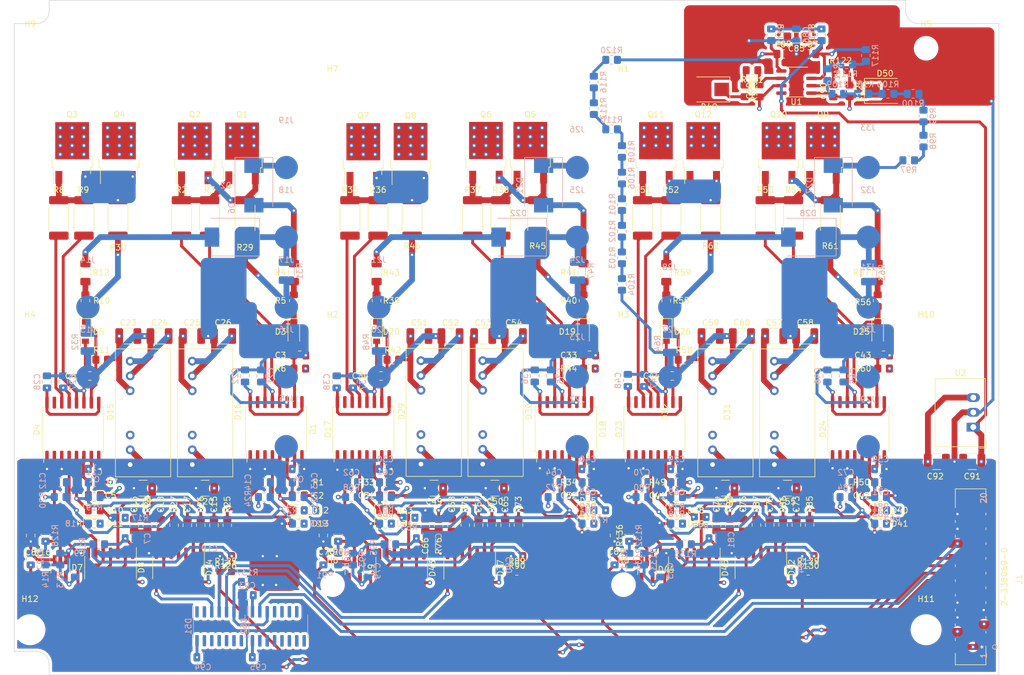
<source format=kicad_pcb>
(kicad_pcb (version 20211014) (generator pcbnew)
  (layers (0 "F.Cu" signal) (1 "In1.Cu" signal) (2 "In2.Cu" signal) (31 "B.Cu" signal) (34 "B.Paste" user) (35 "F.Paste" user) (36 "B.SilkS" user "B.Silkscreen") (37 "F.SilkS" user "F.Silkscreen") (38 "B.Mask" user) (39 "F.Mask" user) (44 "Edge.Cuts" user))
  (net 0 "")
  (net 1 "Net-(C2-Pad2)")
  (net 2 "+5VD")
  (net 3 "Net-(D1-Pad12)")
  (net 4 "Net-(D1-Pad14)")
  (net 5 "Net-(R4-Pad2)")
  (net 6 "GL1")
  (net 7 "NTC1_A")
  (net 8 "NTC1_B")
  (net 9 "GH1")
  (net 10 "CH1")
  (net 11 "GL2")
  (net 12 "NTC2_A")
  (net 13 "NTC2_B")
  (net 14 "GH2")
  (net 15 "CH2")
  (net 16 "GL3")
  (net 17 "NTC3_A")
  (net 18 "NTC3_B")
  (net 19 "GH3")
  (net 20 "CH3")
  (net 21 "Net-(C3-Pad1)")
  (net 22 "PWM_H1")
  (net 23 "RDY_H1")
  (net 24 "FLT_H1")
  (net 25 "+15V_H1")
  (net 26 "Net-(C5-Pad2)")
  (net 27 "RST_H1")
  (net 28 "Net-(C6-Pad1)")
  (net 29 "Net-(D2-Pad2)")
  (net 30 "PWM_L1")
  (net 31 "RDY_L1")
  (net 32 "FLT_L1")
  (net 33 "Net-(D4-Pad12)")
  (net 34 "+15V_L1")
  (net 35 "Net-(D4-Pad14)")
  (net 36 "Net-(D6-Pad2)")
  (net 37 "RST_L1")
  (net 38 "Net-(R10-Pad1)")
  (net 39 "Net-(C7-Pad1)")
  (net 40 "Net-(C15-Pad1)")
  (net 41 "Net-(C16-Pad1)")
  (net 42 "Net-(C17-Pad1)")
  (net 43 "Net-(C18-Pad1)")
  (net 44 "Net-(D10-Pad2)")
  (net 45 "Net-(D11-Pad2)")
  (net 46 "Net-(D12-Pad2)")
  (net 47 "Net-(D13-Pad2)")
  (net 48 "Net-(C65-Pad1)")
  (net 49 "Net-(C66-Pad1)")
  (net 53 "Net-(C8-Pad1)")
  (net 54 "Net-(D7-Pad4)")
  (net 55 "FAULT_1")
  (net 57 "BH1_CLOSE")
  (net 58 "+15V")
  (net 60 "-15V_H1")
  (net 61 "-15V_L1")
  (net 62 "Net-(Q1-Pad3)")
  (net 64 "Net-(Q3-Pad3)")
  (net 66 "BL1_CLOSE")
  (net 67 "Net-(C31-Pad2)")
  (net 68 "Net-(C32-Pad2)")
  (net 69 "Net-(C33-Pad1)")
  (net 70 "Net-(C34-Pad1)")
  (net 71 "Net-(D17-Pad12)")
  (net 72 "Net-(D17-Pad14)")
  (net 74 "Net-(D18-Pad12)")
  (net 75 "Net-(D18-Pad14)")
  (net 77 "Net-(D21-Pad2)")
  (net 78 "Net-(D22-Pad2)")
  (net 79 "Net-(Q5-Pad3)")
  (net 80 "Net-(Q7-Pad3)")
  (net 81 "Net-(R39-Pad1)")
  (net 82 "Net-(R40-Pad1)")
  (net 83 "Net-(C41-Pad2)")
  (net 84 "Net-(C42-Pad2)")
  (net 85 "Net-(C43-Pad1)")
  (net 86 "Net-(C44-Pad1)")
  (net 87 "Net-(D23-Pad12)")
  (net 88 "Net-(D23-Pad14)")
  (net 90 "Net-(D24-Pad12)")
  (net 91 "Net-(D24-Pad14)")
  (net 93 "Net-(D27-Pad2)")
  (net 94 "Net-(D28-Pad2)")
  (net 95 "Net-(Q10-Pad3)")
  (net 96 "Net-(Q11-Pad3)")
  (net 97 "Net-(R55-Pad1)")
  (net 98 "Net-(R56-Pad1)")
  (net 103 "Net-(C67-Pad1)")
  (net 104 "Net-(C68-Pad1)")
  (net 105 "/Indication_ADUM_1/FLT")
  (net 106 "/Indication_ADUM_1/RDY")
  (net 107 "Net-(D33-Pad2)")
  (net 108 "Net-(D34-Pad2)")
  (net 109 "Net-(D35-Pad2)")
  (net 110 "Net-(D36-Pad2)")
  (net 111 "/Indication_ADUM_2/FLT")
  (net 112 "/Indication_ADUM_2/RDY")
  (net 116 "Net-(C73-Pad1)")
  (net 117 "Net-(C74-Pad1)")
  (net 118 "Net-(C75-Pad1)")
  (net 119 "Net-(C76-Pad1)")
  (net 120 "Net-(D38-Pad2)")
  (net 121 "Net-(D39-Pad2)")
  (net 122 "Net-(D40-Pad2)")
  (net 123 "Net-(D41-Pad2)")
  (net 124 "/Indication_ADUM_3/FLT")
  (net 125 "/Indication_ADUM_3/RDY")
  (net 129 "Net-(C77-Pad1)")
  (net 130 "Net-(C78-Pad1)")
  (net 131 "Net-(C81-Pad1)")
  (net 132 "Net-(C82-Pad1)")
  (net 133 "+15V_H2")
  (net 134 "-15V_H2")
  (net 135 "+15V_L2")
  (net 136 "-15V_L2")
  (net 137 "PWM_L2")
  (net 138 "RDY_L2")
  (net 139 "FLT_L2")
  (net 140 "PWM_H2")
  (net 141 "RDY_H2")
  (net 142 "FLT_H2")
  (net 143 "BH2_CLOSE")
  (net 144 "BL2_CLOSE")
  (net 145 "RST_L2")
  (net 146 "RST_H2")
  (net 147 "+15V_H3")
  (net 148 "-15V_H3")
  (net 149 "+15V_L3")
  (net 150 "-15V_L3")
  (net 151 "PWM_L3")
  (net 152 "RDY_L3")
  (net 153 "FLT_L3")
  (net 154 "PWM_H3")
  (net 155 "RDY_H3")
  (net 156 "FLT_H3")
  (net 157 "BH3_CLOSE")
  (net 158 "BL3_CLOSE")
  (net 159 "RST_L3")
  (net 160 "RST_H3")
  (net 161 "FAULT_2")
  (net 162 "FAULT_3")
  (net 163 "GND")
  (net 164 "Net-(R97-Pad2)")
  (net 165 "Net-(R98-Pad2)")
  (net 166 "Net-(R100-Pad2)")
  (net 167 "Net-(R100-Pad1)")
  (net 168 "Net-(R101-Pad1)")
  (net 169 "Net-(R101-Pad2)")
  (net 170 "Net-(R102-Pad2)")
  (net 171 "Net-(R103-Pad2)")
  (net 172 "Net-(R105-Pad2)")
  (net 173 "Net-(R106-Pad2)")
  (net 174 "Net-(R107-Pad2)")
  (net 175 "Net-(R108-Pad2)")
  (net 176 "Net-(R109-Pad2)")
  (net 177 "Net-(R110-Pad2)")
  (net 178 "Net-(R111-Pad2)")
  (net 179 "Net-(R112-Pad2)")
  (net 180 "Net-(C86-Pad2)")
  (net 181 "Net-(R115-Pad2)")
  (net 182 "Net-(R116-Pad2)")
  (net 183 "Net-(C85-Pad1)")
  (net 184 "Net-(C85-Pad2)")
  (net 185 "DCLINK_N")
  (net 186 "Net-(C89-Pad2)")
  (net 187 "DCLINK_P")
  (net 188 "Net-(C90-Pad2)")
  (net 189 "Net-(R121-Pad2)")
  (net 190 "Net-(R122-Pad2)")
  (net 191 "OUT1")
  (net 192 "EL1")
  (net 193 "OUT2")
  (net 194 "EL2")
  (net 195 "OUT3")
  (net 196 "EL3")
  (net 197 "HB1_TOP")
  (net 198 "HB1_BOT")
  (net 199 "HB2_TOP")
  (net 200 "HB2_BOT")
  (net 201 "HB3_TOP")
  (net 202 "HB3_BOT")
  (net 203 "ERR")
  (net 204 "Net-(D7-Pad1)")
  (net 205 "Net-(D7-Pad2)")
  (net 206 "Net-(D43-Pad2)")
  (net 211 "FAULT_COMM")
  (net 233 "Net-(D9-Pad1)")
  (net 234 "Net-(D9-Pad2)")
  (net 241 "Net-(D44-Pad1)")
  (net 242 "Net-(D44-Pad2)")
  (net 243 "Net-(D44-Pad4)")
  (footprint "Capacitor_SMD:C_0805_2012Metric_Pad1.18x1.45mm_HandSolder" (layer "F.Cu") (at 209.55 96.012)
    (fp_text reference "C43")
    (fp_text value "220p")
  )
  (footprint "Package_TO_SOT_SMD:TO-252-2" (layer "F.Cu") (at 170.434 61.214 90)
    (fp_text reference "Q11")
    (fp_text value "MJD44H11T4G")
  )
  (footprint "Capacitor_SMD:C_1210_3225Metric_Pad1.33x2.70mm_HandSolder" (layer "F.Cu") (at 146.0115 92.71)
    (fp_text reference "C54")
    (fp_text value "10u")
  )
  (footprint "Package_SO:SOIC-14_3.9x8.7mm_P1.27mm" (layer "F.Cu") (at 177.038 132.588 -90)
    (fp_text reference "D45")
    (fp_text value "SN74AC86DR")
  )
  (footprint "Capacitor_SMD:C_1210_3225Metric_Pad1.33x2.70mm_HandSolder" (layer "F.Cu") (at 193.04 118.872 180)
    (fp_text reference "C55")
    (fp_text value "10u")
  )
  (footprint "Resistor_SMD:R_1206_3216Metric_Pad1.30x1.75mm_HandSolder" (layer "F.Cu") (at 122.428 81.788 -90)
    (fp_text reference "R43")
    (fp_text value "0")
  )
  (footprint "Capacitor_SMD:C_0805_2012Metric_Pad1.18x1.45mm_HandSolder" (layer "F.Cu") (at 144.526 125.222 90)
    (fp_text reference "C65")
    (fp_text value "56p")
  )
  (footprint "Diode_SMD:D_SMB" (layer "F.Cu") (at 209.804 50.546)
    (fp_text reference "D50")
    (fp_text value "D_Zener_Small")
  )
  (footprint "Resistor_SMD:R_0805_2012Metric_Pad1.20x1.40mm_HandSolder" (layer "F.Cu") (at 92.202 125.2435 90)
    (fp_text reference "R26")
    (fp_text value "120")
  )
  (footprint "Resistor_SMD:R_1206_3216Metric_Pad1.30x1.75mm_HandSolder" (layer "F.Cu") (at 157.988 81.788 -90)
    (fp_text reference "R41")
    (fp_text value "0")
  )
  (footprint "Capacitor_SMD:C_0805_2012Metric_Pad1.18x1.45mm_HandSolder" (layer "F.Cu") (at 209.042 120.142 180)
    (fp_text reference "C42")
    (fp_text value "56p")
  )
  (footprint "Capacitor_SMD:C_0805_2012Metric_Pad1.18x1.45mm_HandSolder" (layer "F.Cu") (at 94.488 125.2435 90)
    (fp_text reference "C15")
    (fp_text value "56p")
  )
  (footprint "Capacitor_SMD:C_1210_3225Metric_Pad1.33x2.70mm_HandSolder" (layer "F.Cu") (at 140.7455 92.71)
    (fp_text reference "C53")
    (fp_text value "10u")
  )
  (footprint "Package_TO_SOT_SMD:TO-252-2" (layer "F.Cu") (at 191.516 61.214 90)
    (fp_text reference "Q10")
    (fp_text value "MJD45H11T4G")
  )
  (footprint "Package_SO:SOIC-16W_7.5x10.3mm_P1.27mm" (layer "F.Cu") (at 105.156 108.712 90)
    (fp_text reference "D1")
    (fp_text value "ADUM4135")
  )
  (footprint "Mornsun:WRA1215S-3WR2" (layer "F.Cu") (at 90.754 105.742 90)
    (fp_text reference "D16")
    (fp_text value "WRA1215S-3WR2")
  )
  (footprint "Resistor_SMD:R_0805_2012Metric_Pad1.20x1.40mm_HandSolder" (layer "F.Cu") (at 122.428 86.614 -90)
    (fp_text reference "R39")
    (fp_text value "1.1k")
  )
  (footprint "Package_SO:SOIC-14_3.9x8.7mm_P1.27mm" (layer "F.Cu") (at 88.392 132.523 -90)
    (fp_text reference "D14")
    (fp_text value "SN74AC08DR")
  )
  (footprint "Package_TO_SOT_SMD:SOT-23-5_HandSoldering" (layer "F.Cu") (at 168.91 132.842 -90)
    (fp_text reference "D44")
    (fp_text value "SN74AHC1G32DBVR")
  )
  (footprint "Resistor_SMD:R_0805_2012Metric_Pad1.20x1.40mm_HandSolder" (layer "F.Cu") (at 202.184 46.99)
    (fp_text reference "R122")
    (fp_text value "1k")
  )
  (footprint "LED_SMD:LED_0805_2012Metric_Pad1.15x1.40mm_HandSolder" (layer "F.Cu") (at 73.914 124.968)
    (fp_text reference "D11")
    (fp_text value "RDY")
  )
  (footprint "Capacitor_SMD:C_1210_3225Metric_Pad1.33x2.70mm_HandSolder" (layer "F.Cu") (at 79.756 92.71)
    (fp_text reference "C23")
    (fp_text value "10u")
  )
  (footprint "MountingHole:MountingHole_3.2mm_M3" (layer "F.Cu") (at 216.862 43.214)
    (fp_text reference "H5")
    (fp_text value "MountingHole")
  )
  (footprint "Package_TO_SOT_SMD:TO-252-2" (layer "F.Cu") (at 99.314 61.282 90)
    (fp_text reference "Q1")
    (fp_text value "MJD44H11T4G")
  )
  (footprint "Resistor_SMD:R_2512_6332Metric_Pad1.40x3.35mm_HandSolder" (layer "F.Cu") (at 138.938 72.39 -90)
    (fp_text reference "R37")
    (fp_text value "3.9")
  )
  (footprint "Resistor_SMD:R_0805_2012Metric_Pad1.20x1.40mm_HandSolder" (layer "F.Cu") (at 87.63 125.2435 90)
    (fp_text reference "R27")
    (fp_text value "120")
  )
  (footprint "Resistor_SMD:R_0805_2012Metric_Pad1.20x1.40mm_HandSolder" (layer "F.Cu") (at 183.134 125.2005 90)
    (fp_text reference "R88")
    (fp_text value "120")
  )
  (footprint "Capacitor_SMD:C_1210_3225Metric_Pad1.33x2.70mm_HandSolder" (layer "F.Cu") (at 185.2045 92.71)
    (fp_text reference "C60")
    (fp_text value "10u")
  )
  (footprint "Capacitor_SMD:C_1210_3225Metric_Pad1.33x2.70mm_HandSolder" (layer "F.Cu") (at 132.2955 118.872 180)
    (fp_text reference "C49")
    (fp_text value "10u")
  )
  (footprint "MountingHole:MountingHole_3.2mm_M3" (layer "F.Cu") (at 164.862 135.464)
    (fp_text reference "H6")
    (fp_text value "MountingHole")
  )
  (footprint "Capacitor_SMD:C_0805_2012Metric_Pad1.18x1.45mm_HandSolder" (layer "F.Cu") (at 73.9355 120.1045 180)
    (fp_text reference "C5")
    (fp_text value "56p")
  )
  (footprint "Mornsun:WRA1215S-3WR2" (layer "F.Cu") (at 80.086 105.742 90)
    (fp_text reference "D15")
    (fp_text value "WRA1215S-3WR2")
  )
  (footprint "Package_TO_SOT_SMD:TO-252-2" (layer "F.Cu") (at 78.154 61.214 90)
    (fp_text reference "Q4")
    (fp_text value "MJD45H11T4G")
  )
  (footprint "LED_SMD:LED_0805_2012Metric_Pad1.15x1.40mm_HandSolder" (layer "F.Cu") (at 108.966 122.682)
    (fp_text reference "D12")
    (fp_text value "FLT")
  )
  (footprint "Resistor_SMD:R_2512_6332Metric_Pad1.40x3.35mm_HandSolder" (layer "F.Cu") (at 189.23 72.39 -90)
    (fp_text reference "R53")
    (fp_text value "3.9")
  )
  (footprint "MountingHole:MountingHole_3.2mm_M3" (layer "F.Cu") (at 164.862 50.964)
    (fp_text reference "H1")
    (fp_text value "MountingHole")
  )
  (footprint "Capacitor_SMD:C_0805_2012Metric_Pad1.18x1.45mm_HandSolder" (layer "F.Cu") (at 192.278 44.196)
    (fp_text reference "C88")
    (fp_text value "C_Small")
  )
  (footprint "Resistor_SMD:R_1206_3216Metric_Pad1.30x1.75mm_HandSolder" (layer "F.Cu") (at 72.39 81.788 -90)
    (fp_text reference "R12")
    (fp_text value "0")
  )
  (footprint "Capacitor_SMD:C_0805_2012Metric_Pad1.18x1.45mm_HandSolder" (layer "F.Cu") (at 200.914 50.546 90)
    (fp_text reference "C90")
    (fp_text value "C_Small")
  )
  (footprint "Capacitor_SMD:C_1210_3225Metric_Pad1.33x2.70mm_HandSolder" (layer "F.Cu") (at 196.088 92.71)
    (fp_text reference "C58")
    (fp_text value "10u")
  )
  (footprint "Capacitor_SMD:C_0805_2012Metric_Pad1.18x1.45mm_HandSolder" (layer "F.Cu") (at 73.152 99.568 180)
    (fp_text reference "C6")
    (fp_text value "220p")
  )
  (footprint "Capacitor_SMD:C_0805_2012Metric_Pad1.18x1.45mm_HandSolder" (layer "F.Cu") (at 80.772 125.222 90)
    (fp_text reference "C16")
    (fp_text value "56p")
  )
  (footprint "Resistor_SMD:R_0805_2012Metric_Pad1.20x1.40mm_HandSolder" (layer "F.Cu") (at 192.278 125.2005 90)
    (fp_text reference "R86")
    (fp_text value "120")
  )
  (footprint "Resistor_SMD:R_0805_2012Metric_Pad1.20x1.40mm_HandSolder" (layer "F.Cu") (at 96.504 130.556 180)
    (fp_text reference "R126")
    (fp_text value "1k")
  )
  (footprint "Resistor_SMD:R_0805_2012Metric_Pad1.20x1.40mm_HandSolder" (layer "F.Cu") (at 146.542 133.096)
    (fp_text reference "R89")
    (fp_text value "2k")
  )
  (footprint "Resistor_SMD:R_0805_2012Metric_Pad1.20x1.40mm_HandSolder" (layer "F.Cu") (at 196.596 133.096)
    (fp_text reference "R129")
    (fp_text value "2k")
  )
  (footprint "Resistor_SMD:R_0805_2012Metric_Pad1.20x1.40mm_HandSolder" (layer "F.Cu") (at 96.504 133.096)
    (fp_text reference "R125")
    (fp_text value "2k")
  )
  (footprint "Capacitor_SMD:C_0805_2012Metric_Pad1.18x1.45mm_HandSolder" (layer "F.Cu") (at 135.382 125.222 90)
    (fp_text reference "C68")
    (fp_text value "56p")
  )
  (footprint "MountingHole:MountingHole_3.2mm_M3" (layer "F.Cu") (at 114.862 93.214)
    (fp_text reference "H2")
    (fp_text value "MountingHole")
  )
  (footprint "Resistor_SMD:R_0805_2012Metric_Pad1.20x1.40mm_HandSolder" (layer "F.Cu") (at 209.55 98.298)
    (fp_text reference "R60")
    (fp_text value "2.2k")
  )
  (footprint "Resistor_SMD:R_2512_6332Metric_Pad1.40x3.35mm_HandSolder" (layer "F.Cu") (at 88.9 72.39 -90)
    (fp_text reference "R2")
    (fp_text value "3.9")
  )
  (footprint "Capacitor_SMD:C_0805_2012Metric_Pad1.18x1.45mm_HandSolder" (layer "F.Cu") (at 130.81 125.222 90)
    (fp_text reference "C66")
    (fp_text value "56p")
  )
  (footprint "MountingHole:MountingHole_3.2mm_M3" (layer "F.Cu") (at 216.862 93.214)
    (fp_text reference "H10")
    (fp_text value "MountingHole")
  )
  (footprint "Resistor_SMD:R_0805_2012Metric_Pad1.20x1.40mm_HandSolder" (layer "F.Cu") (at 108.966 117.856 180)
    (fp_text reference "R1")
    (fp_text value "120")
  )
  (footprint "Package_TO_SOT_SMD:TO-252-2" (layer "F.Cu") (at 120.141 61.385 90)
    (fp_text reference "Q7")
    (fp_text value "MJD44H11T4G")
  )
  (footprint "LED_SMD:LED_0805_2012Metric_Pad1.15x1.40mm_HandSolder" (layer "F.Cu") (at 209.042 122.682)
    (fp_text reference "D40")
    (fp_text value "FLT")
  )
  (footprint "Resistor_SMD:R_0805_2012Metric_Pad1.20x1.40mm_HandSolder" (layer "F.Cu") (at 198.882 40.894 90)
    (fp_text reference "R118")
    (fp_text value "27k")
  )
  (footprint "Resistor_SMD:R_2512_6332Metric_Pad1.40x3.35mm_HandSolder" (layer "F.Cu") (at 122.682 72.39 -90)
    (fp_text reference "R36")
    (fp_text value "3.9")
  )
  (footprint "Capacitor_SMD:C_0805_2012Metric_Pad1.18x1.45mm_HandSolder" (layer "F.Cu") (at 159.0255 96.012)
    (fp_text reference "C33")
    (fp_text value "220p")
  )
  (footprint "Resistor_SMD:R_1206_3216Metric_Pad1.30x1.75mm_HandSolder" (layer "F.Cu") (at 172.212 81.788 -90)
    (fp_text reference "R59")
    (fp_text value "0")
  )
  (footprint "Package_SO:SOIC-16W_7.5x10.3mm_P1.27mm" (layer "F.Cu") (at 154.94 108.712 90)
    (fp_text reference "D18")
    (fp_text value "ADUM4135")
  )
  (footprint "Package_SO:SOIC-16W_7.5x10.3mm_P1.27mm" (layer "F.Cu") (at 70.231 108.80375 90)
    (fp_text reference "D4")
    (fp_text value "ADUM4135")
  )
  (footprint "Capacitor_SMD:C_1210_3225Metric_Pad1.33x2.70mm_HandSolder" (layer "F.Cu") (at 82.296 118.872 180)
    (fp_text reference "C19")
    (fp_text value "10u")
  )
  (footprint "Resistor_SMD:R_1206_3216Metric_Pad1.30x1.75mm_HandSolder" (layer "F.Cu") (at 108.204 81.788 -90)
    (fp_text reference "R4")
    (fp_text value "0")
  )
  (footprint "Package_TO_SOT_SMD:TO-252-2" (layer "F.Cu") (at 178.562 61.214 90)
    (fp_text reference "Q12")
    (fp_text value "MJD45H11T4G")
  )
  (footprint "Resistor_SMD:R_2512_6332Metric_Pad1.40x3.35mm_HandSolder" (layer "F.Cu") (at 143.764 72.39 -90)
    (fp_text reference "R38")
    (fp_text value "3.9")
  )
  (footprint "Resistor_SMD:R_0805_2012Metric_Pad1.20x1.40mm_HandSolder" (layer "F.Cu") (at 123.936 117.856 180)
    (fp_text reference "R33")
    (fp_text value "120")
  )
  (footprint "MountingHole:MountingHole_4.3mm_M4" (layer "F.Cu") (at 216.862 143.214)
    (fp_text reference "H11")
    (fp_text value "MountingHole")
  )
  (footprint "Capacitor_SMD:C_0805_2012Metric_Pad1.18x1.45mm_HandSolder" (layer "F.Cu") (at 173.228 99.568 180)
    (fp_text reference "C44")
    (fp_text value "220p")
  )
  (footprint "LED_SMD:LED_0805_2012Metric_Pad1.15x1.40mm_HandSolder" (layer "F.Cu") (at 173.99 122.682)
    (fp_text reference "D38")
    (fp_text value "FLT")
  )
  (footprint "Capacitor_SMD:C_1210_3225Metric_Pad1.33x2.70mm_HandSolder" (layer "F.Cu") (at 135.128 92.71)
    (fp_text reference "C52")
    (fp_text value "10u")
  )
  (footprint "Diode_SMD:D_SOD-123" (layer "F.Cu") (at 108.204 91.948 -90)
    (fp_text reference "D3")
    (fp_text value "BZT52C10-7-F")
  )
  (footprint "Package_TO_SOT_SMD:TO-252-2" (layer "F.Cu") (at 91.186 61.282 90)
    (fp_text reference "Q2")
    (fp_text value "MJD45H11T4G")
  )
  (footprint "Capacitor_SMD:C_1210_3225Metric_Pad1.33x2.70mm_HandSolder" (layer "F.Cu") (at 85.1285 92.71)
    (fp_text reference "C24")
    (fp_text value "10u")
  )
  (footprint "Resistor_SMD:R_2512_6332Metric_Pad1.40x3.35mm_HandSolder" (layer "F.Cu") (at 77.978 72.39 90)
    (fp_text reference "R30")
    (fp_text value "3.9")
  )
  (footprint "Resistor_SMD:R_0805_2012Metric_Pad1.20x1.40mm_HandSolder" (layer "F.Cu") (at 133.096 125.222 90)
    (fp_text reference "R76")
    (fp_text value "120")
  )
  (footprint "Resistor_SMD:R_1206_3216Metric_Pad1.30x1.75mm_HandSolder" (layer "F.Cu") (at 208.534 81.788 -90)
    (fp_text reference "R57")
    (fp_text value "0")
  )
  (footprint "Resistor_SMD:R_2512_6332Metric_Pad1.40x3.35mm_HandSolder" (layer "F.Cu") (at 173.038 72.39 -90)
    (fp_text reference "R52")
    (fp_text value "3.9")
  )
  (footprint "Capacitor_SMD:C_1210_3225Metric_Pad1.33x2.70mm_HandSolder" (layer "F.Cu") (at 179.832 92.71)
    (fp_text reference "C59")
    (fp_text value "10u")
  )
  (footprint "Resistor_SMD:R_0805_2012Metric_Pad1.20x1.40mm_HandSolder" (layer "F.Cu") (at 187.706 125.2005 90)
    (fp_text reference "R87")
    (fp_text value "120")
  )
  (footprint "Package_TO_SOT_SMD:TO-252-2" (layer "F.Cu") (at 128.268 61.35 90)
    (fp_text reference "Q8")
    (fp_text value "MJD45H11T4G")
  )
  (footprint "MountingHole:MountingHole_3.2mm_M3" (layer "F.Cu") (at 62.862 93.214)
    (fp_text reference "H4")
    (fp_text value "MountingHole")
  )
  (footprint "Capacitor_SMD:C_1210_3225Metric_Pad1.33x2.70mm_HandSolder" (layer "F.Cu") (at 96.0505 92.71)
    (fp_text reference "C26")
    (fp_text value "10u")
  )
  (footprint "Capacitor_SMD:C_1210_3225Metric_Pad1.33x2.70mm_HandSolder" (layer "F.Cu") (at 218.694 114.3)
    (fp_text reference "C92")
    (fp_text value "10u")
  )
  (footprint "MountingHole:MountingHole_3.2mm_M3" (layer "F.Cu") (at 114.862 135.464)
    (fp_text reference "H8")
    (fp_text value "MountingHole")
  )
  (footprint "Capacitor_SMD:C_0805_2012Metric_Pad1.18x1.45mm_HandSolder" (layer "F.Cu") (at 62.992 127 -90)
    (fp_text reference "C8")
    (fp_text value "56p")
  )
  (footprint "Resistor_SMD:R_0805_2012Metric_Pad1.20x1.40mm_HandSolder" (layer "F.Cu") (at 109.22 98.298)
    (fp_text reference "R6")
    (fp_text value "2.2k")
  )
  (footprint "Package_TO_SOT_SMD:TO-252-2" (layer "F.Cu") (at 148.842 61.179 90)
    (fp_text reference "Q5")
    (fp_text value "MJD44H11T4G")
  )
  (footprint "Capacitor_SMD:C_0805_2012Metric_Pad1.18x1.45mm_HandSolder" (layer "F.Cu") (at 189.992 125.2005 90)
    (fp_text reference "C75")
    (fp_text value "56p")
  )
  (footprint "Resistor_SMD:R_2512_6332Metric_Pad1.40x3.35mm_HandSolder" (layer "F.Cu") (at 194.056 72.39 -90)
    (fp_text reference "R54")
    (fp_text value "3.9")
  )
  (footprint "LED_SMD:LED_0805_2012Metric_Pad1.15x1.40mm_HandSolder" (layer "F.Cu") (at 108.966 124.968)
    (fp_text reference "D13")
    (fp_text value "RDY")
  )
  (footprint "Resistor_SMD:R_0805_2012Metric_Pad1.20x1.40mm_HandSolder" (layer "F.Cu") (at 185.674 50.546 -90)
    (fp_text reference "R123")
    (fp_text value "10")
  )
  (footprint "Diode_SMD:D_SOD-123" (layer "F.Cu") (at 172.212 91.948 -90)
    (fp_text reference "D26")
    (fp_text value "BZT52C10-7-F")
  )
  (footprint "Capacitor_SMD:C_1210_3225Metric_Pad1.33x2.70mm_HandSolder" (layer "F.Cu") (at 92.964 118.872 180)
    (fp_text reference "C20")
    (fp_text value "10u")
  )
  (footprint "Diode_SMD:D_SOD-123" (layer "F.Cu") (at 72.39 91.948 -90)
    (fp_text reference "D5")
    (fp_text value "BZT52C10-7-F")
  )
  (footprint "Resistor_SMD:R_0805_2012Metric_Pad1.20x1.40mm_HandSolder" (layer "F.Cu") (at 137.668 125.222 90)
    (fp_text reference "R75")
    (fp_text value "120")
  )
  (footprint "Resistor_SMD:R_2512_6332Metric_Pad1.40x3.35mm_HandSolder" (layer "F.Cu") (at 200.406 72.39 90)
    (fp_text reference "R61")
    (fp_text value "3.9")
  )
  (footprint "Resistor_SMD:R_2512_6332Metric_Pad1.40x3.35mm_HandSolder" (layer "F.Cu") (at 150.114 72.39 90)
    (fp_text reference "R45")
    (fp_text value "3.9")
  )
  (footprint "Package_TO_SOT_SMD:TO-252-2" (layer "F.Cu") (at 199.136 61.214 90)
    (fp_text reference "Q9")
    (fp_text value "MJD44H11T4G")
  )
  (footprint "Capacitor_SMD:C_1210_3225Metric_Pad1.33x2.70mm_HandSolder" (layer "F.Cu") (at 142.748 118.872 180)
    (fp_text reference "C50")
    (fp_text value "10u")
  )
  (footprint "Capacitor_SMD:C_0805_2012Metric_Pad1.18x1.45mm_HandSolder" (layer "F.Cu") (at 123.966 120.142 180)
    (fp_text reference "C31")
    (fp_text value "56p")
  )
  (footprint "Capacitor_SMD:C_0805_2012Metric_Pad1.18x1.45mm_HandSolder" (layer "F.Cu") (at 123.19 99.568 180)
    (fp_text reference "C34")
    (fp_text value "220p")
  )
  (footprint "Package_TO_SOT_SMD:TO-252-2" (layer "F.Cu") (at 70.104 61.214 90)
    (fp_text reference "Q3")
    (fp_text value "MJD44H11T4G")
  )
  (footprint "LED_SMD:LED_0805_2012Metric_Pad1.15x1.40mm_HandSolder" (layer "F.Cu") (at 123.952 124.968)
    (fp_text reference "D34")
    (fp_text value "RDY")
  )
  (footprint "MountingHole:MountingHole_3.2mm_M3" (layer "F.Cu") (at 114.862 50.964)
    (fp_text reference "H7")
    (fp_text value "MountingHole")
  )
  (footprint "Resistor_SMD:R_0805_2012Metric_Pad1.20x1.40mm_HandSolder" (layer "F.Cu") (at 96.774 125.2435 90)
    (fp_text reference "R25")
    (fp_text value "120")
  )
  (footprint "Connector_My:2-338069-0" (layer "F.Cu") (at 226.755801 146.177 90)
    (fp_text reference "J1")
    (fp_text value "2-338069-0")
  )
  (footprint "Mornsun:WRA1215S-3WR2" (layer "F.Cu") (at 190.782 105.742 90)
    (fp_text reference "D31")
    (fp_text value "WRA1215S-3WR2")
  )
  (footprint "Resistor_SMD:R_0805_2012Metric_Pad1.20x1.40mm_HandSolder" (layer "F.Cu") (at 73.9355 117.8185 180)
    (fp_text reference "R7")
    (fp_text value "120")
  )
  (footprint "Package_TO_SOT_SMD:SOT-23-5_HandSoldering" (layer "F.Cu") (at 118.618 132.842 -90)
    (fp_text reference "D9")
    (fp_text value "SN74AHC1G32DBVR")
  )
  (footprint "Mornsun:WRA1215S-3WR2" (layer "F.Cu") (at 180.162 105.742 90)
    (fp_text reference "D32")
    (fp_text value "WRA1215S-3WR2")
  )
  (footprint "Resistor_SMD:R_0805_2012Metric_Pad1.20x1.40mm_HandSolder" (layer "F.Cu") (at 190.246 40.894 -90)
    (fp_text reference "R119")
    (fp_text value "27k")
  )
  (footprint "Diode_SMD:D_SOD-123" (layer "F.Cu") (at 208.534 91.948 -90)
    (fp_text reference "D25")
    (fp_text value "BZT52C10-7-F")
  )
  (footprint "LED_SMD:LED_0805_2012Metric_Pad1.15x1.40mm_HandSolder" (layer "F.Cu") (at 173.99 124.968)
    (fp_text reference "D39")
    (fp_text value "RDY")
  )
  (footprint "Resistor_SMD:R_0805_2012Metric_Pad1.20x1.40mm_HandSolder" (layer "F.Cu") (at 173.99 117.856 180)
    (fp_text reference "R49")
    (fp_text value "120")
  )
  (footprint "Resistor_SMD:R_0805_2012Metric_Pad1.20x1.40mm_HandSolder" (layer "F.Cu") (at 175.26 96.774)
    (fp_text reference "R58")
    (fp_text value "2.2k")
  )
  (footprint "LED_SMD:LED_0805_2012Metric_Pad1.15x1.40mm_HandSolder" (layer "F.Cu") (at 209.042 124.968)
    (fp_text reference "D41")
    (fp_text value "RDY")
  )
  (footprint "Resistor_SMD:R_2512_6332Metric_Pad1.40x3.35mm_HandSolder" (layer "F.Cu") (at 99.822 72.39 90)
    (fp_text reference "R29")
    (fp_text value "3.9")
  )
  (footprint "Resistor_SMD:R_0805_2012Metric_Pad1.20x1.40mm_HandSolder" (layer "F.Cu") (at 159.004 98.298)
    (fp_text reference "R44")
    (fp_text value "2.2k")
  )
  (footprint "Resistor_SMD:R_2512_6332Metric_Pad1.40x3.35mm_HandSolder" (layer "F.Cu") (at 168.148 72.39 -90)
    (fp_text reference "R51")
    (fp_text value "3.9")
  )
  (footprint "Capacitor_SMD:C_0805_2012Metric_Pad1.18x1.45mm_HandSolder" (layer "F.Cu") (at 185.42 125.2005 90)
    (fp_text reference "C76")
    (fp_text value "56p")
  )
  (footprint "Package_SO:SOIC-14_3.9x8.7mm_P1.27mm" (layer "F.Cu") (at 138.43 132.588 -90)
    (fp_text reference "D37")
    (fp_text value "SN74AC08DR")
  )
  (footprint "Mornsun:WRA1215S-3WR2" (layer "F.Cu") (at 130.048 105.664 90)
    (fp_text reference "D29")
    (fp_text value "WRA1215S-3WR2")
  )
  (footprint "Resistor_SMD:R_0805_2012Metric_Pad1.20x1.40mm_HandSolder" (layer "F.Cu") (at 157.988 86.614 -90)
    (fp_text reference "R40")
    (fp_text value "1.1k")
  )
  (footprint "Capacitor_SMD:C_1210_3225Metric_Pad1.33x2.70mm_HandSolder" (layer "F.Cu") (at 129.794 92.71)
    (fp_text reference "C51")
    (fp_text value "10u")
  )
  (footprint "LED_SMD:LED_0805_2012Metric_Pad1.15x1.40mm_HandSolder" (layer "F.Cu") (at 123.952 122.682)
    (fp_text reference "D33")
    (fp_text value "FLT")
  )
  (footprint "Capacitor_SMD:C_0805_2012Metric_Pad1.18x1.45mm_HandSolder" (layer "F.Cu") (at 139.954 125.222 90)
    (fp_text reference "C67")
    (fp_text value "56p")
  )
  (footprint "Capacitor_SMD:C_0805_2012Metric_Pad1.18x1.45mm_HandSolder" (layer "F.Cu") (at 194.564 125.2005 90)
    (fp_text reference "C73")
    (fp_text value "56p")
  )
  (footprint "Capacitor_SMD:C_1210_3225Metric_Pad1.33x2.70mm_HandSolder" (layer "F.Cu") (at 224.79 114.3 180)
    (fp_text reference "C91")
    (fp_text value "10u")
  )
  (footprint "Capacitor_SMD:C_1210_3225Metric_Pad1.33x2.70mm_HandSolder" (layer "F.Cu") (at 90.7165 92.71)
    (fp_text reference "C25")
    (fp_text value "10u")
  )
  (footprint "Package_SO:SOIC-14_3.9x8.7mm_P1.27mm" (layer "F.Cu") (at 126.746 132.653 -90)
    (fp_text reference "D43")
    (fp_text value "SN74AC86DR")
  )
  (footprint "Resistor_SMD:R_0805_2012Metric_Pad1.20x1.40mm_HandSolder" (layer "F.Cu") (at 196.85 125.1845 90)
    (fp_text reference "R85")
    (fp_text value "120")
  )
  (footprint "Resistor_SMD:R_2512_6332Metric_Pad1.40x3.35mm_HandSolder" (layer "F.Cu") (at 67.818 72.39 -90)
    (fp_text reference "R8")
    (fp_text value "3.9")
  )
  (footprint "Resistor_SMD:R_0805_2012Metric_Pad1.20x1.40mm_HandSolder" (layer "F.Cu") (at 146.558 130.556 180)
    (fp_text reference "R90")
    (fp_text value "1k")
  )
  (footprint "MountingHole:MountingHole_4.3mm_M4" (layer "F.Cu") (at 62.862 143.214)
    (fp_text reference "H12")
    (fp_text value "MountingHole")
  )
  (footprint "Resistor_SMD:R_0805_2012Metric_Pad1.20x1.40mm_HandSolder" (layer "F.Cu") (at 158.75 117.856 180)
    (fp_text reference "R34")
    (fp_text value "120")
  )
  (footprint "Capacitor_SMD:C_0805_2012Metric_Pad1.18x1.45mm_HandSolder" (layer "F.Cu") (at 109.22 96.012)
    (fp_text reference "C3")
    (fp_text value "220p")
  )
  (footprint "Resistor_SMD:R_2512_6332Metric_Pad1.40x3.35mm_HandSolder" (layer "F.Cu") (at 93.726 72.39 -90)
    (fp_text reference "R3")
    (fp_text value "3.9")
  )
  (footprint "Capacitor_SMD:C_0805_2012Metric_Pad1.18x1.45mm_HandSolder" (layer "F.Cu") (at 173.99 120.142 180)
    (fp_text reference "C41")
    (fp_text value "56p")
  )
  (footprint "Resistor_SMD:R_0805_2012Metric_Pad1.20x1.40mm_HandSolder" (layer "F.Cu") (at 142.24 125.222 90)
    (fp_text reference "R74")
    (fp_text value "120")
  )
  (footprint "LED_SMD:LED_0805_2012Metric_Pad1.15x1.40mm_HandSolder" (layer "F.Cu") (at 158.75 124.968)
    (fp_text reference "D36")
    (fp_text value "RDY")
  )
  (footprint "Capacitor_SMD:C_0805_2012Metric_Pad1.18x1.45mm_HandSolder" (layer "F.Cu") (at 85.344 125.2435 90)
    (fp_text reference "C18")
    (fp_text value "56p")
  )
  (footprint "Capacitor_SMD:C_1210_3225Metric_Pad1.33x2.70mm_HandSolder" (layer "F.Cu") (at 190.754 92.71)
    (fp_text reference "C57")
    (fp_text value "10u")
  )
  (footprint "Resistor_SMD:R_0805_2012Metric_Pad1.20x1.40mm_HandSolder" (layer "F.Cu") (at 196.596 130.556 180)
    (fp_text reference "R130")
    (fp_text value "1k")
  )
  (footprint "Diode_SMD:D_SMB" (layer "F.Cu") (at 179.578 50.292 180)
    (fp_text reference "D49")
    (fp_text value "D_Zener_Small")
  )
  (footprint "Package_SO:SOIC-14_3.9x8.7mm_P1.27mm" (layer "F.Cu") (at 76.708 132.523 -90)
    (fp_text reference "D8")
    (fp_text value "SN74AC86DR")
  )
  (footprint "LED_SMD:LED_0805_2012Metric_Pad1.15x1.40mm_HandSolder" (layer "F.Cu") (at 73.914 122.682)
    (fp_text reference "D10")
    (fp_text value "FLT")
  )
  (footprint "Capacitor_SMD:C_1206_3216Metric_Pad1.33x1.80mm_HandSolder" (layer "F.Cu") (at 194.564 41.402 180)
    (fp_text reference "C85")
    (fp_text value "C")
  )
  (footprint "Resistor_SMD:R_2512_6332Metric_Pad1.40x3.35mm_HandSolder" (layer "F.Cu") (at 179.832 72.39 90)
    (fp_text reference "R62")
    (fp_text value "3.9")
  )
  (footprint "Diode_SMD:D_SOD-123" (layer "F.Cu") (at 122.428 91.948 -90)
    (fp_text reference "D20")
    (fp_text value "BZT52C10-7-F")
  )
  (footprint "Resistor_SMD:R_0805_2012Metric_Pad1.20x1.40mm_HandSolder" (layer "F.Cu") (at 165.862 127 90)
    (fp_text reference "R136")
    (fp_text value "120")
  )
  (footprint "Mornsun:WRA1215S-3WR2" (layer "F.Cu") (at 140.668 105.664 90)
    (fp_text reference "D30")
    (fp_text value "WRA1215S-3WR2")
  )
  (footprint "Resistor_SMD:R_0805_2012Metric_Pad1.20x1.40mm_HandSolder" (layer "F.Cu") (at 186.944 46.99 180)
    (fp_text reference "R121")
    (fp_text value "1k")
  )
  (footprint "MountingHole:MountingHole_3.2mm_M3" (layer "F.Cu") (at 62.862 43.214)
    (fp_text reference "H9")
    (fp_text value "MountingHole")
  )
  (footprint "Converter_DCDC:Converter_DCDC_RECOM_R-78E-0.5_THT" (layer "F.Cu") (at 224.9655 108.365 90)
    (fp_text reference "U2")
    (fp_text value "R-785.0-1.0")
  )
  (footprint "Resistor_SMD:R_0805_2012Metric_Pad1.20x1.40mm_HandSolder" (layer "F.Cu") (at 209.042 117.856 180)
    (fp_text reference "R50")
    (fp_text value "120")
  )
  (footprint "Resistor_SMD:R_0805_2012Metric_Pad1.20x1.40mm_HandSolder" (layer "F.Cu") (at 115.824 127 90)
    (fp_text reference "R96")
    (fp_text value "120")
  )
  (footprint "Resistor_SMD:R_2512_6332Metric_Pad1.40x3.35mm_HandSolder" (layer "F.Cu") (at 117.856 72.39 -90)
    (fp_text reference "R35")
    (fp_text value "3.9")
  )
  (footprint "MountingHole:MountingHole_3.2mm_M3" (layer "F.Cu") (at 164.862 93.214)
    (fp_text reference "H3")
    (fp_text value "MountingHole")
  )
  (footprint "Capacitor_SMD:C_0805_2012Metric_Pad1.18x1.45mm_HandSolder" (layer "F.Cu") (at 196.85 44.196)
    (fp_text reference "C87")
    (fp_text value "C_Small")
  )
  (footprint "Resistor_SMD:R_0805_2012Metric_Pad1.20x1.40mm_HandSolder" (layer "F.Cu") (at 65.532 127 90)
    (fp_text reference "R16")
    (fp_text value "120")
  )
  (footprint "Resistor_SMD:R_0805_2012Metric_Pad1.20x1.40mm_HandSolder" (layer "F.Cu") (at 172.212 86.614 -90)
    (fp_text reference "R55")
    (fp_text value "1.1k")
  )
  (footprint "Capacitor_SMD:C_0805_2012Metric_Pad1.18x1.45mm_HandSolder" (layer "F.Cu") (at 108.966 120.142 180)
    (fp_text reference "C2")
    (fp_text value "56p")
  )
  (footprint "Package_TO_SOT_SMD:SOT-23-5_HandSoldering" (layer "F.Cu") (at 68.072 132.523 -90)
    (fp_text reference "D7")
    (fp_text value "SN74AHC1G32DBVR")
  )
  (footprint "Capacitor_SMD:C_0805_2012Metric_Pad1.18x1.45mm_HandSolder" (layer "F.Cu") (at 89.916 125.2435 90)
    (fp_text reference "C17")
    (fp_text value "56p")
  )
  (footprint "Resistor_SMD:R_2512_6332Metric_Pad1.40x3.35mm_HandSolder" (layer "F.Cu") (at 128.524 72.39 90)
    (fp_text reference "R46")
    (fp_text value "3.9")
  )
  (footprint "Capacitor_SMD:C_0805_2012Metric_Pad1.18x1.45mm_HandSolder" (layer "F.Cu") (at 180.848 125.2005 90)
    (fp_text reference "C74")
    (fp_text value "56p")
  )
  (footprint "Resistor_SMD:R_0805_2012Metric_Pad1.20x1.40mm_HandSolder" (layer "F.Cu") (at 208.534 86.614 -90)
    (fp_text reference "R56")
    (fp_text value "1.1k")
  )
  (footprint "LED_SMD:LED_0805_2012Metric_Pad1.15x1.40mm_HandSolder" (layer "F.Cu") (at 158.75 122.682)
    (fp_text reference "D35")
    (fp_text value "FLT")
  )
  (footprint "Diode_SMD:D_SOD-123" (layer "F.Cu") (at 157.988 91.948 -90)
    (fp_text reference "D19")
    (fp_text value "BZT52C10-7-F")
  )
  (footprint "Resistor_SMD:R_0805_2012Metric_Pad1.20x1.40mm_HandSolder" (layer "F.Cu") (at 146.812 125.222 90)
    (fp_text reference "R73")
    (fp_text value "120")
  )
  (footprint "Capacitor_SMD:C_0805_2012Metric_Pad1.18x1.45mm_HandSolder" (layer "F.Cu") (at 113.284 127 -90)
    (fp_text reference "C78")
    (fp_text value "56p")
  )
  (footprint "Resistor_SMD:R_0805_2012Metric_Pad1.20x1.40mm_HandSolder" (layer "F.Cu") (at 72.39 86.614 -90)
    (fp_text reference "R10")
    (fp_text value "1.1k")
  )
  (footprint "Resistor_SMD:R_0805_2012Metric_Pad1.20x1.40mm_HandSolder" (layer "F.Cu") (at 108.204 86.614 -90)
    (fp_text reference "R5")
    (fp_text value "1.1k")
  )
  (footprint "Resistor_SMD:R_0805_2012Metric_Pad1.20x1.40mm_HandSolder" (layer "F.Cu") (at 125.222 96.774)
    (fp_text reference "R42")
    (fp_text value "2.2k")
  )
  (footprint "Package_SO:SOIC-14_3.9x8.7mm_P1.27mm" (layer "F.Cu") (at 188.468 132.523 -90)
    (fp_text reference "D42")
    (fp_text value "SN74AC08DR")
  )
  (footprint "Resistor_SMD:R_0805_2012Metric_Pad1.20x1.40mm_HandSolder" (layer "F.Cu") (at 75.184 96.774)
    (fp_text reference "R11")
    (fp_text value "2.2k")
  )
  (footprint "Package_TO_SOT_SMD:TO-252-2" (layer "F.Cu") (at 141.222 61.179 90)
    (fp_text reference "Q6")
    (fp_text value "MJD45H11T4G")
  )
  (footprint "Resistor_SMD:R_2512_6332Metric_Pad1.40x3.35mm_HandSolder" (layer "F.Cu") (at 72.136 72.39 -90)
    (fp_text reference "R9")
    (fp_text value "3.9")
  )
  (footprint "Capacitor_SMD:C_1210_3225Metric_Pad1.33x2.70mm_HandSolder" (layer "F.Cu") (at 182.372 118.872 180)
    (fp_text reference "C56")
    (fp_text value "10u")
  )
  (footprint "Package_SO:SO-8_3.9x4.9mm_P1.27mm" (layer "F.Cu") (at 194.564 49.022 180)
    (fp_text reference "U1")
    (fp_text value "LM2904")
  )
  (footprint "Capacitor_SMD:C_0805_2012Metric_Pad1.18x1.45mm_HandSolder" (layer "F.Cu") (at 158.75 120.142 180)
    (fp_text reference "C32")
    (fp_text value "56p")
  )
  (footprint "Package_SO:SOIC-16W_7.5x10.3mm_P1.27mm" (layer "F.Cu") (at 170.18 108.712 90)
    (fp_text reference "D23")
    (fp_text value "ADUM4135")
  )
  (footprint "Capacitor_SMD:C_0805_2012Metric_Pad1.18x1.45mm_HandSolder" (layer "F.Cu") (at 163.322 127 -90)
    (fp_text reference "C82")
    (fp_text value "56p")
  )
  (footprint "Package_SO:SOIC-16W_7.5x10.3mm_P1.27mm" (layer "F.Cu") (at 205.232 108.712 90)
    (fp_text reference "D24")
    (fp_text value "ADUM4135")
  )
  (footprint "Resistor_SMD:R_0805_2012Metric_Pad1.20x1.40mm_HandSolder" (layer "F.Cu") (at 203.708 50.546 -90)
    (fp_text reference "R124")
    (fp_text value "10")
  )
  (footprint "Capacitor_SMD:C_0805_2012Metric_Pad1.18x1.45mm_HandSolder" (layer "F.Cu") (at 188.214 50.546 90)
    (fp_text reference "C89")
    (fp_text value "C_Small")
  )
  (footprint "Resistor_SMD:R_0805_2012Metric_Pad1.20x1.40mm_HandSolder" (layer "F.Cu") (at 83.058 125.222 90)
    (fp_text reference "R28")
    (fp_text value "120")
  )
  (footprint "Package_SO:SOIC-16W_7.5x10.3mm_P1.27mm" (layer "F.Cu") (at 120.142 108.712 90)
    (fp_text reference "D17")
    (fp_text value "ADUM4135")
  )
  (footprint "Resistor_SMD:R_0805_2012Metric_Pad1.20x1.40mm_HandSolder" (layer "B.Cu") (at 206.502 44.45 90)
    (fp_text reference "R117")
    (fp_text value "910k")
  )
  (footprint "SKiM459GD12E4 V2_smd:SKiM459GD12E4 V2_SMD_Pin" (layer "B.Cu") (at 172.812 96.674 180)
    (fp_text reference "J27")
    (fp_text value "EL3")
  )
  (footprint "Resistor_SMD:R_0805_2012Metric_Pad1.20x1.40mm_HandSolder" (layer "B.Cu") (at 123.952 120.396)
    (fp_text reference "R67")
    (fp_text value "10k")
  )
  (footprint "SKiM459GD12E4 V2_smd:SKiM459GD12E4 V2_SMD_Pin" (layer "B.Cu") (at 156.912 96.674 180)
    (fp_text reference "J23")
    (fp_text value "NTC2_B")
  )
  (footprint "Capacitor_SMD:C_0805_2012Metric_Pad1.18x1.45mm_HandSolder" (layer "B.Cu") (at 173.99 117.856)
    (fp_text reference "C69")
    (fp_text value "56p")
  )
  (footprint "Resistor_SMD:R_0805_2012Metric_Pad1.20x1.40mm_HandSolder" (layer "B.Cu") (at 201.676 51.054 180)
    (fp_text reference "R109")
    (fp_text value "910k")
  )
  (footprint "Capacitor_SMD:C_0805_2012Metric_Pad1.18x1.45mm_HandSolder" (layer "B.Cu") (at 73.914 115.57 180)
    (fp_text reference "C1")
    (fp_text value "0.1u")
  )
  (footprint "Capacitor_SMD:C_0805_2012Metric_Pad1.18x1.45mm_HandSolder" (layer "B.Cu") (at 209.042 117.856)
    (fp_text reference "C71")
    (fp_text value "56p")
  )
  (footprint "SKiM459GD12E4 V2_smd:SKiM459GD12E4 V2_SMD_Pin" (layer "B.Cu") (at 156.912 60.674 180)
    (fp_text reference "J26")
    (fp_text value "CH2")
  )
  (footprint "Capacitor_SMD:C_0805_2012Metric_Pad1.18x1.45mm_HandSolder" (layer "B.Cu") (at 70.612 133.096 90)
    (fp_text reference "C9")
    (fp_text value "2.2u")
  )
  (footprint "Capacitor_SMD:C_0805_2012Metric_Pad1.18x1.45mm_HandSolder" (layer "B.Cu") (at 152.4 99.568 90)
    (fp_text reference "C35")
    (fp_text value "1u")
  )
  (footprint "Resistor_SMD:R_0805_2012Metric_Pad1.20x1.40mm_HandSolder" (layer "B.Cu") (at 100.203 135.001 180)
    (fp_text reference "R137")
    (fp_text value "10k")
  )
  (footprint "SKiM459GD12E4 V2_smd:SKiM459GD12E4 V2_SMD_Pin" (layer "B.Cu") (at 106.912 60.674 180)
    (fp_text reference "J19")
    (fp_text value "CH1")
  )
  (footprint "Resistor_SMD:R_0805_2012Metric_Pad1.20x1.40mm_HandSolder" (layer "B.Cu") (at 199.898 47.752 90)
    (fp_text reference "R111")
    (fp_text value "910k")
  )
  (footprint "Resistor_SMD:R_0805_2012Metric_Pad1.20x1.40mm_HandSolder" (layer "B.Cu") (at 62.992 131.064 90)
    (fp_text reference "R127")
    (fp_text value "2k")
  )
  (footprint "Resistor_SMD:R_0805_2012Metric_Pad1.20x1.40mm_HandSolder" (layer "B.Cu") (at 165.862 127 90)
    (fp_text reference "R132")
    (fp_text value "1k")
  )
  (footprint "Capacitor_SMD:C_0805_2012Metric_Pad1.18x1.45mm_HandSolder" (layer "B.Cu") (at 65.786 100.584 -90)
    (fp_text reference "C28")
    (fp_text value "1u")
  )
  (footprint "SKiM459GD12E4 V2_smd:SKiM459GD12E4 V2_SMD_Pin" (layer "B.Cu") (at 106.912 84.674 180)
    (fp_text reference "J17")
    (fp_text value "GH1")
  )
  (footprint "Resistor_SMD:R_0805_2012Metric_Pad1.20x1.40mm_HandSolder" (layer "B.Cu") (at 78.232 123.952)
    (fp_text reference "R17")
    (fp_text value "330")
  )
  (footprint "Resistor_SMD:R_0805_2012Metric_Pad1.20x1.40mm_HandSolder" (layer "B.Cu") (at 158.75 120.396)
    (fp_text reference "R69")
    (fp_text value "10k")
  )
  (footprint "Resistor_SMD:R_0805_2012Metric_Pad1.20x1.40mm_HandSolder" (layer "B.Cu") (at 115.824 131.064 90)
    (fp_text reference "R94")
    (fp_text value "10k")
  )
  (footprint "Capacitor_SMD:C_0805_2012Metric_Pad1.18x1.45mm_HandSolder" (layer "B.Cu") (at 168.021 117.856 180)
    (fp_text reference "C70")
    (fp_text value "56p")
  )
  (footprint "Resistor_SMD:R_0805_2012Metric_Pad1.20x1.40mm_HandSolder" (layer "B.Cu") (at 213.868 62.484)
    (fp_text reference "R97")
    (fp_text value "910k")
  )
  (footprint "Capacitor_SMD:C_0805_2012Metric_Pad1.18x1.45mm_HandSolder" (layer "B.Cu") (at 73.914 117.856)
    (fp_text reference "C11")
    (fp_text value "56p")
  )
  (footprint "Capacitor_SMD:C_0805_2012Metric_Pad1.18x1.45mm_HandSolder" (layer "B.Cu") (at 93.472 132.08 90)
    (fp_text reference "C10")
    (fp_text value "2.2u")
  )
  (footprint "Capacitor_SMD:C_0805_2012Metric_Pad1.18x1.45mm_HandSolder" (layer "B.Cu") (at 118.11 117.856 180)
    (fp_text reference "C62")
    (fp_text value "56p")
  )
  (footprint "Resistor_SMD:R_0805_2012Metric_Pad1.20x1.40mm_HandSolder" (layer "B.Cu") (at 159.766 53.594 90)
    (fp_text reference "R112")
    (fp_text value "910k")
  )
  (footprint "Capacitor_SMD:C_0805_2012Metric_Pad1.18x1.45mm_HandSolder" (layer "B.Cu") (at 171.196 133.096 90)
    (fp_text reference "C83")
    (fp_text value "2.2u")
  )
  (footprint "Diode_SMD:D_SMC" (layer "B.Cu") (at 101.346 66.802 -90)
    (fp_text reference "D2")
    (fp_text value "US3M-13")
  )
  (footprint "SKiM459GD12E4 V2_smd:SKiM459GD12E4 V2_SMD_Pin" (layer "B.Cu") (at 156.912 72.674 180)
    (fp_text reference "J25")
    (fp_text value "OUT2")
  )
  (footprint "Capacitor_SMD:C_0805_2012Metric_Pad1.18x1.45mm_HandSolder" (layer "B.Cu") (at 123.952 115.57 180)
    (fp_text reference "C30")
    (fp_text value "0.1u")
  )
  (footprint "Resistor_SMD:R_0805_2012Metric_Pad1.20x1.40mm_HandSolder" (layer "B.Cu") (at 162.814 45.212 180)
    (fp_text reference "R120")
    (fp_text value "910k")
  )
  (footprint "Resistor_SMD:R_0805_2012Metric_Pad1.20x1.40mm_HandSolder" (layer "B.Cu") (at 164.592 83.82 90)
    (fp_text reference "R104")
    (fp_text value "910k")
  )
  (footprint "Capacitor_SMD:C_0805_2012Metric_Pad1.18x1.45mm_HandSolder" (layer "B.Cu") (at 199.898 99.568 -90)
    (fp_text reference "C46")
    (fp_text value "1u")
  )
  (footprint "Resistor_SMD:R_0805_2012Metric_Pad1.20x1.40mm_HandSolder" (layer "B.Cu") (at 118.364 131.064 90)
    (fp_text reference "R93")
    (fp_text value "10k")
  )
  (footprint "SKiM459GD12E4 V2_smd:SKiM459GD12E4 V2_SMD_Pin" (layer "B.Cu") (at 206.912 60.674 180)
    (fp_text reference "J33")
    (fp_text value "CH3")
  )
  (footprint "Resistor_SMD:R_0805_2012Metric_Pad1.20x1.40mm_HandSolder" (layer "B.Cu") (at 164.592 70.104 -90)
    (fp_text reference "R101")
    (fp_text value "910k")
  )
  (footprint "Resistor_SMD:R_0805_2012Metric_Pad1.20x1.40mm_HandSolder" (layer "B.Cu") (at 68.072 131.064 90)
    (fp_text reference "R13")
    (fp_text value "10k")
  )
  (footprint "SKiM459GD12E4 V2_smd:SKiM459GD12E4 V2_SMD_Pin" (layer "B.Cu") (at 172.812 84.674 180)
    (fp_text reference "J28")
    (fp_text value "GL3")
  )
  (footprint "SKiM459GD12E4 V2_smd:SKiM459GD12E4 V2_SMD_Pin" (layer "B.Cu") (at 122.812 84.674 180)
    (fp_text reference "J21")
    (fp_text value "GL2")
  )
  (footprint "Resistor_SMD:R_0805_2012Metric_Pad1.20x1.40mm_HandSolder" (layer "B.Cu") (at 209.042 124.968 180)
    (fp_text reference "R83")
    (fp_text value "330")
  )
  (footprint "Capacitor_SMD:C_0805_2012Metric_Pad1.18x1.45mm_HandSolder" (layer "B.Cu") (at 123.952 117.856)
    (fp_text reference "C61")
    (fp_text value "56p")
  )
  (footprint "Resistor_SMD:R_0805_2012Metric_Pad1.20x1.40mm_HandSolder" (layer "B.Cu") (at 73.914 120.396)
    (fp_text reference "R19")
    (fp_text value "10k")
  )
  (footprint "Resistor_SMD:R_1210_3225Metric_Pad1.30x2.65mm_HandSolder" (layer "B.Cu") (at 122.936 93.726 -90)
    (fp_text reference "R48")
    (fp_text value "10k")
  )
  (footprint "Capacitor_SMD:C_0805_2012Metric_Pad1.18x1.45mm_HandSolder" (layer "B.Cu") (at 80.264 127.508)
    (fp_text reference "C7")
    (fp_text value "56p")
  )
  (footprint "Capacitor_SMD:C_0805_2012Metric_Pad1.18x1.45mm_HandSolder" (layer "B.Cu") (at 120.904 133.096 90)
    (fp_text reference "C79")
    (fp_text value "2.2u")
  )
  (footprint "Capacitor_SMD:C_0805_2012Metric_Pad1.18x1.45mm_HandSolder" (layer "B.Cu") (at 130.302 127.508)
    (fp_text reference "C77")
    (fp_text value "56p")
  )
  (footprint "Resistor_SMD:R_0805_2012Metric_Pad1.20x1.40mm_HandSolder" (layer "B.Cu") (at 124.714 128.524)
    (fp_text reference "R95")
    (fp_text value "120")
  )
  (footprint "Capacitor_SMD:C_0805_2012Metric_Pad1.18x1.45mm_HandSolder" (layer "B.Cu") (at 202.692 99.568 90)
    (fp_text reference "C45")
    (fp_text value "1u")
  )
  (footprint "Resistor_SMD:R_0805_2012Metric_Pad1.20x1.40mm_HandSolder" (layer "B.Cu") (at 209.042 120.396)
    (fp_text reference "R81")
    (fp_text value "10k")
  )
  (footprint "Capacitor_SMD:C_0805_2012Metric_Pad1.18x1.45mm_HandSolder" (layer "B.Cu") (at 92.583 147.955)
    (fp_text reference "C94")
    (fp_text value "100n")
  )
  (footprint "Diode_SMD:D_SMC" (layer "B.Cu") (at 196.596 75.692 180)
    (fp_text reference "D28")
    (fp_text value "US3M-13")
  )
  (footprint "Capacitor_SMD:C_0805_2012Metric_Pad1.18x1.45mm_HandSolder" (layer "B.Cu") (at 143.51 132.08 90)
    (fp_text reference "C80")
    (fp_text value "2.2u")
  )
  (footprint "Diode_SMD:D_SMC" (layer "B.Cu") (at 200.914 66.802 -90)
    (fp_text reference "D27")
    (fp_text value "US3M-13")
  )
  (footprint "Resistor_SMD:R_0805_2012Metric_Pad1.20x1.40mm_HandSolder" (layer "B.Cu") (at 211.074 122.682)
    (fp_text reference "R82")
    (fp_text value "330")
  )
  (footprint "SKiM459GD12E4 V2_smd:SKiM459GD12E4 V2_SMD_Pin" (layer "B.Cu") (at 106.912 72.674 180)
    (fp_text reference "J18")
    (fp_text value "OUT1")
  )
  (footprint "Capacitor_SMD:C_0805_2012Metric_Pad1.18x1.45mm_HandSolder" (layer "B.Cu") (at 203.073 117.856 180)
    (fp_text reference "C72")
    (fp_text value "56p")
  )
  (footprint "Resistor_SMD:R_0805_2012Metric_Pad1.20x1.40mm_HandSolder" (layer "B.Cu") (at 123.952 124.968 180)
    (fp_text reference "R66")
    (fp_text value "330")
  )
  (footprint "Capacitor_SMD:C_0805_2012Metric_Pad1.18x1.45mm_HandSolder" (layer "B.Cu") (at 115.57 100.584 -90)
    (fp_text reference "C38")
    (fp_text value "1u")
  )
  (footprint "Capacitor_SMD:C_0805_2012Metric_Pad1.18x1.45mm_HandSolder" (layer "B.Cu") (at 149.606 99.568 -90)
    (fp_text reference "C36")
    (fp_text value "1u")
  )
  (footprint "Resistor_SMD:R_0805_2012Metric_Pad1.20x1.40mm_HandSolder" (layer "B.Cu") (at 205.994 51.054 180)
    (fp_text reference "R107")
    (fp_text value "910k")
  )
  (footprint "Resistor_SMD:R_0805_2012Metric_Pad1.20x1.40mm_HandSolder" (layer "B.Cu") (at 164.592 74.676 -90)
    (fp_text reference "R102")
    (fp_text value "910k")
  )
  (footprint "Resistor_SMD:R_0805_2012Metric_Pad1.20x1.40mm_HandSolder" (layer "B.Cu") (at 190.246 40.894 90)
    (fp_text reference "R113")
    (fp_text value "3k")
  )
  (footprint "Capacitor_SMD:C_0805_2012Metric_Pad1.18x1.45mm_HandSolder" (layer "B.Cu") (at 193.675 132.08 90)
    (fp_text reference "C84")
    (fp_text value "2.2u")
  )
  (footprint "Resistor_SMD:R_1210_3225Metric_Pad1.30x2.65mm_HandSolder" (layer "B.Cu") (at 172.974 93.98 -90)
    (fp_text reference "R64")
    (fp_text value "10k")
  )
  (footprint "Diode_SMD:D_SMC" (layer "B.Cu") (at 151.13 66.802 -90)
    (fp_text reference "D21")
    (fp_text value "US3M-13")
  )
  (footprint "Capacitor_SMD:C_0805_2012Metric_Pad1.18x1.45mm_HandSolder" (layer "B.Cu") (at 68.072 117.856 180)
    (fp_text reference "C12")
    (fp_text value "56p")
  )
  (footprint "Capacitor_SMD:C_0805_2012Metric_Pad1.18x1.45mm_HandSolder" (layer "B.Cu") (at 102.6 99.568 90)
    (fp_text reference "C21")
    (fp_text value "1u")
  )
  (footprint "Resistor_SMD:R_1210_3225Metric_Pad1.30x2.65mm_HandSolder" (layer "B.Cu") (at 72.898 93.726 -90)
    (fp_text reference "R32")
    (fp_text value "10k")
  )
  (footprint "Resistor_SMD:R_0805_2012Metric_Pad1.20x1.40mm_HandSolder" (layer "B.Cu") (at 108.966 124.968 180)
    (fp_text reference "R23")
    (fp_text value "330")
  )
  (footprint "Resistor_SMD:R_0805_2012Metric_Pad1.20x1.40mm_HandSolder" (layer "B.Cu") (at 162.814 57.15 180)
    (fp_text reference "R110")
    (fp_text value "910k")
  )
  (footprint "Capacitor_SMD:C_0805_2012Metric_Pad1.18x1.45mm_HandSolder" (layer "B.Cu") (at 108.966 115.57 180)
    (fp_text reference "C4")
    (fp_text value "0.1u")
  )
  (footprint "Resistor_SMD:R_0805_2012Metric_Pad1.20x1.40mm_HandSolder" (layer "B.Cu") (at 108.966 120.396)
    (fp_text reference "R21")
    (fp_text value "10k")
  )
  (footprint "Capacitor_SMD:C_0805_2012Metric_Pad1.18x1.45mm_HandSolder" (layer "B.Cu") (at 173.99 115.57 180)
    (fp_text reference "C29")
    (fp_text value "0.1u")
  )
  (footprint "SKiM459GD12E4 V2_smd:SKiM459GD12E4 V2_SMD_Pin" (layer "B.Cu") (at 206.912 96.674 180)
    (fp_text reference "J30")
    (fp_text value "NTC3_B")
  )
  (footprint "Resistor_SMD:R_0805_2012Metric_Pad1.20x1.40mm_HandSolder" (layer "B.Cu") (at 65.532 127 90)
    (fp_text reference "R128")
    (fp_text value "1k")
  )
  (footprint "SKiM459GD12E4 V2_smd:SKiM459GD12E4 V2_SMD_Pin" (layer "B.Cu") (at 156.912 108.674 180)
    (fp_text reference "J22")
    (fp_text value "NTC2_A")
  )
  (footprint "Resistor_SMD:R_0805_2012Metric_Pad1.20x1.40mm_HandSolder" (layer "B.Cu") (at 178.054 123.825)
    (fp_text reference "R77")
    (fp_text value "330")
  )
  (footprint "Resistor_SMD:R_0805_2012Metric_Pad1.20x1.40mm_HandSolder" (layer "B.Cu") (at 152.908 120.396 180)
    (fp_text reference "R72")
    (fp_text value "120")
  )
  (footprint "Capacitor_SMD:C_0805_2012Metric_Pad1.18x1.45mm_HandSolder" (layer "B.Cu") (at 168.402 100.33 90)
    (fp_text reference "C47")
    (fp_text value "1u")
  )
  (footprint "SKiM459GD12E4 V2_smd:SKiM459GD12E4 V2_SMD_Pin" (layer "B.Cu") (at 156.912 84.674 180)
    (fp_text reference "J24")
    (fp_text value "GH2")
  )
  (footprint "Diode_SMD:D_SMC" (layer "B.Cu") (at 146.812 75.692 180)
    (fp_text reference "D22")
    (fp_text value "US3M-13")
  )
  (footprint "Resistor_SMD:R_0805_2012Metric_Pad1.20x1.40mm_HandSolder" (layer "B.Cu") (at 216.408 59.182 90)
    (fp_text reference "R98")
    (fp_text value "910k")
  )
  (footprint "Resistor_SMD:R_0805_2012Metric_Pad1.20x1.40mm_HandSolder" (layer "B.Cu") (at 203.2 45.974)
    (fp_text reference "R115")
    (fp_text value "910k")
  )
  (footprint "Capacitor_SMD:C_0805_2012Metric_Pad1.18x1.45mm_HandSolder" (layer "B.Cu") (at 102.108 147.955)
    (fp_text reference "C95")
    (fp_text value "100n")
  )
  (footprint "Resistor_SMD:R_1210_3225Metric_Pad1.30x2.65mm_HandSolder" (layer "B.Cu") (at 106.934 81.534 90)
    (fp_text reference "R31")
    (fp_text value "10k")
  )
  (footprint "SKiM459GD12E4 V2_smd:SKiM459GD12E4 V2_SMD_Pin" (layer "B.Cu") (at 72.812 96.674 180)
    (fp_text reference "J13")
    (fp_text value "EL1")
  )
  (footprint "Resistor_SMD:R_0805_2012Metric_Pad1.20x1.40mm_HandSolder" (layer "B.Cu") (at 168.402 131.064 90)
    (fp_text reference "R133")
    (fp_text value "10k")
  )
  (footprint "Resistor_SMD:R_0805_2012Metric_Pad1.20x1.40mm_HandSolder" (layer "B.Cu") (at 65.532 131.064 90)
    (fp_text reference "R14")
    (fp_text value "10k")
  )
  (footprint "SKiM459GD12E4 V2_smd:SKiM459GD12E4 V2_SMD_Pin" (layer "B.Cu") (at 72.812 84.674 180)
    (fp_text reference "J14")
    (fp_text value "GL1")
  )
  (footprint "Resistor_SMD:R_0805_2012Metric_Pad1.20x1.40mm_HandSolder" (layer "B.Cu") (at 158.75 124.968 180)
    (fp_text reference "R71")
    (fp_text value "330")
  )
  (footprint "Resistor_SMD:R_0805_2012Metric_Pad1.20x1.40mm_HandSolder" (layer "B.Cu") (at 165.862 131.064 90)
    (fp_text reference "R134")
    (fp_text value "10k")
  )
  (footprint "Capacitor_SMD:C_0805_2012Metric_Pad1.18x1.45mm_HandSolder" (layer "B.Cu") (at 194.564 40.894 90)
    (fp_text reference "C86")
    (fp_text value "C_Small")
  )
  (footprint "Resistor_SMD:R_0805_2012Metric_Pad1.20x1.40mm_HandSolder" (layer "B.Cu") (at 173.99 120.396)
    (fp_text reference "R79")
    (fp_text value "10k")
  )
  (footprint "Diode_SMD:D_SMC" (layer "B.Cu") (at 97.536 75.692 180)
    (fp_text reference "D6")
    (fp_text value "US3M-13")
  )
  (footprint "Resistor_SMD:R_0805_2012Metric_Pad1.20x1.40mm_HandSolder" (layer "B.Cu") (at 173.99 124.968 180)
    (fp_text reference "R78")
    (fp_text value "330")
  )
  (footprint "Resistor_SMD:R_0805_2012Metric_Pad1.20x1.40mm_HandSolder" (layer "B.Cu") (at 168.021 120.396 180)
    (fp_text reference "R80")
    (fp_text value "120")
  )
  (footprint "Resistor_SMD:R_0805_2012Metric_Pad1.20x1.40mm_HandSolder" (layer "B.Cu") (at 103.124 120.396 180)
    (fp_text reference "R24")
    (fp_text value "120")
  )
  (footprint "Capacitor_SMD:C_0805_2012Metric_Pad1.18x1.45mm_HandSolder" (layer "B.Cu") (at 108.966 117.856)
    (fp_text reference "C13")
    (fp_text value "56p")
  )
  (footprint "SKiM459GD12E4 V2_smd:SKiM459GD12E4 V2_SMD_Pin" (layer "B.Cu") (at 206.912 72.674 180)
    (fp_text reference "J32")
    (fp_text value "OUT3")
  )
  (footprint "Resistor_SMD:R_0805_2012Metric_Pad1.20x1.40mm_HandSolder" (layer "B.Cu") (at 118.11 120.396 180)
    (fp_text reference "R68")
    (fp_text value "120")
  )
  (footprint "Capacitor_SMD:C_0805_2012Metric_Pad1.18x1.45mm_HandSolder" (layer "B.Cu") (at 180.594 127.508)
    (fp_text reference "C81")
    (fp_text value "56p")
  )
  (footprint "Capacitor_SMD:C_0805_2012Metric_Pad1.18x1.45mm_HandSolder" (layer "B.Cu") (at 100.203 137.287 180)
    (fp_text reference "C93")
    (fp_text value "100n")
  )
  (footprint "SKiM459GD12E4 V2_smd:SKiM459GD12E4 V2_SMD_Pin" (layer "B.Cu") (at 122.812 96.674 180)
    (fp_text reference "J20")
    (fp_text value "EL2")
  )
  (footprint "Resistor_SMD:R_0805_2012Metric_Pad1.20x1.40mm_HandSolder" (layer "B.Cu") (at 164.592 65.532 90)
    (fp_text reference "R106")
    (fp_text value "910k")
  )
  (footprint "SKiM459GD12E4 V2_smd:SKiM459GD12E4 V2_SMD_Pin" (layer "B.Cu") (at 206.912 84.674 180)
    (fp_text reference "J31")
    (fp_text value "GH3")
  )
  (footprint "Capacitor_SMD:C_0805_2012Metric_Pad1.18x1.45mm_HandSolder" (layer "B.Cu") (at 209.042 115.57 180)
    (fp_text reference "C39")
    (fp_text value "0.1u")
  )
  (footprint "Capacitor_SMD:C_0805_2012Metric_Pad1.18x1.45mm_HandSolder" (layer "B.Cu") (at 118.364 100.584 90)
    (fp_text reference "C37")
    (fp_text value "1u")
  )
  (footprint "Capacitor_SMD:C_0805_2012Metric_Pad1.18x1.45mm_HandSolder" (layer "B.Cu") (at 152.908 117.856 180)
    (fp_text reference "C64")
    (fp_text value "56p")
  )
  (footprint "Resistor_SMD:R_0805_2012Metric_Pad1.20x1.40mm_HandSolder" (layer "B.Cu") (at 203.073 120.396 180)
    (fp_text reference "R84")
    (fp_text value "120")
  )
  (footprint "Capacitor_SMD:C_0805_2012Metric_Pad1.18x1.45mm_HandSolder" (layer "B.Cu") (at 158.75 115.57 180)
    (fp_text reference "C40")
    (fp_text value "0.1u")
  )
  (footprint "Capacitor_SMD:C_0805_2012Metric_Pad1.18x1.45mm_HandSolder" (layer "B.Cu") (at 165.608 100.33 -90)
    (fp_text reference "C48")
    (fp_text value "1u")
  )
  (footprint "Resistor_SMD:R_0805_2012Metric_Pad1.20x1.40mm_HandSolder" (layer "B.Cu") (at 164.592 60.96 90)
    (fp_text reference "R108")
    (fp_text value "910k")
  )
  (footprint "SKiM459GD12E4 V2_smd:SKiM459GD12E4 V2_SMD_Pin" (layer "B.Cu") (at 106.912 96.674 180)
    (fp_text reference "J16")
    (fp_text value "NTC1_B")
  )
  (footprint "Resistor_SMD:R_0805_2012Metric_Pad1.20x1.40mm_HandSolder" (layer "B.Cu") (at 164.592 79.248 -90)
    (fp_text reference "R103")
    (fp_text value "910k")
  )
  (footprint "Resistor_SMD:R_0805_2012Metric_Pad1.20x1.40mm_HandSolder" (layer "B.Cu") (at 160.782 122.682)
    (fp_text reference "R70")
    (fp_text value "330")
  )
  (footprint "SKiM459GD12E4 V2_smd:SKiM459GD12E4 V2_SMD_Pin" (layer "B.Cu") (at 206.912 108.674 180)
    (fp_text reference "J29")
    (fp_text value "NTC3_A")
  )
  (footprint "Package_SO:SOP-16_3.9x9.9mm_P1.27mm" (layer "B.Cu") (at 105.537 142.621 -90)
    (fp_text reference "D52")
    (fp_text value "CD4504B")
  )
  (footprint "Capacitor_SMD:C_0805_2012Metric_Pad1.18x1.45mm_HandSolder" (layer "B.Cu") (at 68.58 100.584 90)
    (fp_text reference "C27")
    (fp_text value "1u")
  )
  (footprint "Resistor_SMD:R_0805_2012Metric_Pad1.20x1.40mm_HandSolder" (layer "B.Cu") (at 216.408 54.864 90)
    (fp_text reference "R99")
    (fp_text value "910k")
  )
  (footprint "Resistor_SMD:R_0805_2012Metric_Pad1.20x1.40mm_HandSolder" (layer "B.Cu") (at 163.322 131.064 90)
    (fp_text reference "R131")
    (fp_text value "2k")
  )
  (footprint "Resistor_SMD:R_0805_2012Metric_Pad1.20x1.40mm_HandSolder" (layer "B.Cu") (at 74.676 128.524)
    (fp_text reference "R15")
    (fp_text value "120")
  )
  (footprint "Resistor_SMD:R_1210_3225Metric_Pad1.30x2.65mm_HandSolder" (layer "B.Cu") (at 207.01 81.788 90)
    (fp_text reference "R63")
    (fp_text value "10k")
  )
  (footprint "Resistor_SMD:R_0805_2012Metric_Pad1.20x1.40mm_HandSolder" (layer "B.Cu") (at 214.63 51.054)
    (fp_text reference "R100")
    (fp_text value "910k")
  )
  (footprint "Resistor_SMD:R_0805_2012Metric_Pad1.20x1.40mm_HandSolder" (layer "B.Cu") (at 159.766 49.022 90)
    (fp_text reference "R116")
    (fp_text value "910k")
  )
  (footprint "Resistor_SMD:R_0805_2012Metric_Pad1.20x1.40mm_HandSolder" (layer "B.Cu") (at 128.016 123.952)
    (fp_text reference "R65")
    (fp_text value "330")
  )
  (footprint "Package_SO:SOIC-14_3.9x8.7mm_P1.27mm" (layer "B.Cu") (at 95.377 142.621 -90)
    (fp_text reference "D51")
    (fp_text value "SN74HC11DR")
  )
  (footprint "Capacitor_SMD:C_0805_2012Metric_Pad1.18x1.45mm_HandSolder" (layer "B.Cu") (at 158.75 117.856)
    (fp_text reference "C63")
    (fp_text value "56p")
  )
  (footprint "Resistor_SMD:R_0805_2012Metric_Pad1.20x1.40mm_HandSolder" (layer "B.Cu") (at 210.312 51.054 180)
    (fp_text reference "R105")
    (fp_text value "910k")
  )
  (footprint "Resistor_SMD:R_0805_2012Metric_Pad1.20x1.40mm_HandSolder" (layer "B.Cu") (at 115.824 127 90)
    (fp_text reference "R92")
    (fp_text value "1k")
  )
  (footprint "Resistor_SMD:R_0805_2012Metric_Pad1.20x1.40mm_HandSolder" (layer "B.Cu") (at 175.514 128.524)
    (fp_text reference "R135")
    (fp_text value "120")
  )
  (footprint "Resistor_SMD:R_0805_2012Metric_Pad1.20x1.40mm_HandSolder" (layer "B.Cu") (at 73.914 124.968 180)
    (fp_text reference "R18")
    (fp_text value "330")
  )
  (footprint "Resistor_SMD:R_1210_3225Metric_Pad1.30x2.65mm_HandSolder" (layer "B.Cu") (at 156.972 81.534 90)
    (fp_text reference "R47")
    (fp_text value "10k")
  )
  (footprint "Capacitor_SMD:C_0805_2012Metric_Pad1.18x1.45mm_HandSolder" (layer "B.Cu") (at 99.822 99.568 -90)
    (fp_text reference "C22")
    (fp_text value "1u")
  )
  (footprint "Resistor_SMD:R_0805_2012Metric_Pad1.20x1.40mm_HandSolder" (layer "B.Cu") (at 110.998 122.682)
    (fp_text reference "R22")
    (fp_text value "330")
  )
  (footprint "Resistor_SMD:R_0805_2012Metric_Pad1.20x1.40mm_HandSolder" (layer "B.Cu") (at 113.284 131.064 90)
    (fp_text reference "R91")
    (fp_text value "2k")
  )
  (footprint "SKiM459GD12E4 V2_smd:SKiM459GD12E4 V2_SMD_Pin" (layer "B.Cu") (at 106.912 108.674 180)
    (fp_text reference "J15")
    (fp_text value "NTC1_A")
  )
  (footprint "Capacitor_SMD:C_0805_2012Metric_Pad1.18x1.45mm_HandSolder" (layer "B.Cu") (at 103.124 117.856 180)
    (fp_text reference "C14")
    (fp_text value "56p")
  )
  (footprint "Resistor_SMD:R_0805_2012Metric_Pad1.20x1.40mm_HandSolder" (layer "B.Cu") (at 198.882 40.894 -90)
    (fp_text reference "R114")
    (fp_text value "3.3k")
  )
  (footprint "Resistor_SMD:R_0805_2012Metric_Pad1.20x1.40mm_HandSolder" (layer "B.Cu") (at 68.0505 120.396 180)
    (fp_text reference "R20")
    (fp_text value "120")
  )
  (gr_line (start 60.162 38.964) (end 60.162 146.964) (layer "Edge.Cuts") (width 0.1))
  (gr_line (start 229.362 38.964) (end 215.516 38.964) (layer "Edge.Cuts") (width 0.1))
  (gr_arc (start 66.162 36.81) (mid 65.531108 38.333108) (end 64.008 38.964) (layer "Edge.Cuts") (width 0.1))
  (gr_line (start 60.162 38.964) (end 64.008 38.964) (layer "Edge.Cuts") (width 0.1))
  (gr_line (start 66.162 150.964) (end 229.362 150.964) (layer "Edge.Cuts") (width 0.1))
  (gr_line (start 213.362 34.964) (end 66.162 34.964) (layer "Edge.Cuts") (width 0.1))
  (gr_arc (start 64.008 146.964) (mid 65.531108 147.594892) (end 66.162 149.118) (layer "Edge.Cuts") (width 0.1))
  (gr_line (start 60.162 146.964) (end 64.008 146.964) (layer "Edge.Cuts") (width 0.1))
  (gr_line (start 213.362 34.964) (end 213.362 36.81) (layer "Edge.Cuts") (width 0.1))
  (gr_line (start 66.162 149.118) (end 66.162 150.964) (layer "Edge.Cuts") (width 0.1))
  (gr_arc (start 215.516 38.964) (mid 213.992892 38.333108) (end 213.362 36.81) (layer "Edge.Cuts") (width 0.1))
  (gr_line (start 66.162 34.964) (end 66.162 36.81) (layer "Edge.Cuts") (width 0.1))
  (gr_line (start 229.362 150.964) (end 229.362 38.964) (layer "Edge.Cuts") (width 0.1))
  (segment (start 107.9285 120.142) (end 107.9285 117.8935) (width 0.5) (layer "F.Cu") (net 1))
  (segment (start 107.9285 117.8935) (end 107.966 117.856) (width 0.5) (layer "F.Cu") (net 1))
  (segment (start 107.061 116.951) (end 107.966 117.856) (width 0.5) (layer "F.Cu") (net 1))
  (segment (start 107.061 113.362) (end 107.061 116.951) (width 0.5) (layer "F.Cu") (net 1))
  (segment (start 130.556 135.128) (end 131.572 135.128) (width 0.5) (layer "F.Cu") (net 2))
  (segment (start 108.331 115.189) (end 107.95 115.57) (width 0.5) (layer "F.Cu") (net 2))
  (segment (start 217.17 106.172) (end 220.057 103.285) (width 1) (layer "F.Cu") (net 2))
  (segment (start 92.202 134.998) (end 93.602 134.998) (width 0.5) (layer "F.Cu") (net 2))
  (segment (start 173.355 115.189) (end 173.355 113.362) (width 0.5) (layer "F.Cu") (net 2))
  (segment (start 217.17 114.0845) (end 217.17 106.172) (width 1) (layer "F.Cu") (net 2))
  (segment (start 172.974 115.57) (end 173.355 115.189) (width 0.5) (layer "F.Cu") (net 2))
  (segment (start 180.848 135.063) (end 182.053 135.063) (width 0.5) (layer "F.Cu") (net 2))
  (segment (start 80.518 134.998) (end 82.166 134.998) (width 0.5) (layer "F.Cu") (net 2))
  (segment (start 123.317 113.362) (end 123.317 115.189) (width 0.5) (layer "F.Cu") (net 2))
  (segment (start 208.407 115.189) (end 208.407 113.362) (width 0.5) (layer "F.Cu") (net 2))
  (segment (start 69.596 135.382) (end 69.022 134.808) (width 0.5) (layer "F.Cu") (net 2))
  (segment (start 182.053 135.063) (end 182.118 135.128) (width 0.5) (layer "F.Cu") (net 2))
  (segment (start 69.022 134.808) (end 69.022 133.873) (width 0.5) (layer "F.Cu") (net 2))
  (segment (start 192.278 134.998) (end 193.483 134.998) (width 0.5) (layer "F.Cu") (net 2))
  (segment (start 119.568 135.062) (end 119.888 135.382) (width 0.5) (layer "F.Cu") (net 2))
  (segment (start 169.86 134.7) (end 169.86 135.316) (width 0.5) (layer "F.Cu") (net 2))
  (segment (start 123.317 115.189) (end 122.936 115.57) (width 0.5) (layer "F.Cu") (net 2))
  (segment (start 220.057 103.285) (end 224.9655 103.285) (width 1) (layer "F.Cu") (net 2))
  (segment (start 73.406 113.45375) (end 73.406 115.062) (width 0.5) (layer "F.Cu") (net 2))
  (segment (start 169.86 135.316) (end 169.926 135.382) (width 0.5) (layer "F.Cu") (net 2))
  (segment (start 157.734 115.57) (end 158.115 115.189) (width 0.5) (layer "F.Cu") (net 2))
  (segment (start 193.483 134.998) (end 193.737 134.998) (width 0.5) (layer "F.Cu") (net 2))
  (segment (start 108.331 113.362) (end 108.331 115.189) (width 0.5) (layer "F.Cu") (net 2))
  (segment (start 119.568 134.192) (end 119.568 135.062) (width 0.5) (layer "F.Cu") (net 2))
  (segment (start 158.115 115.189) (end 158.115 113.362) (width 0.5) (layer "F.Cu") (net 2))
  (segment (start 208.026 115.57) (end 208.407 115.189) (width 0.5) (layer "F.Cu") (net 2))
  (segment (start 142.24 135.063) (end 143.445 135.063) (width 0.5) (layer "F.Cu") (net 2))
  (segment (start 73.406 115.062) (end 72.898 115.57) (width 0.5) (layer "F.Cu") (net 2))
  (via (at 102.108 121.92) (size 0.8) (drill 0.4) (layers "F.Cu" "B.Cu") (net 2))
  (via (at 119.888 135.382) (size 0.8) (drill 0.4) (layers "F.Cu" "B.Cu") (net 2))
  (via (at 115.824 120.396) (size 0.8) (drill 0.4) (layers "F.Cu" "B.Cu") (net 2))
  (via (at 217.17 114.3) (size 0.8) (drill 0.4) (layers "F.Cu" "B.Cu") (net 2))
  (via (at 78.232 118.872) (size 0.8) (drill 0.4) (layers "F.Cu" "B.Cu") (net 2))
  (via (at 122.936 115.57) (size 0.8) (drill 0.4) (layers "F.Cu" "B.Cu") (net 2))
  (via (at 208.026 115.57) (size 0.8) (drill 0.4) (layers "F.Cu" "B.Cu") (net 2))
  (via (at 172.974 115.57) (size 0.8) (drill 0.4) (layers "F.Cu" "B.Cu") (net 2))
  (via (at 79.248 123.952) (size 0.8) (drill 0.4) (layers "F.Cu" "B.Cu") (net 2))
  (via (at 129.032 123.952) (size 0.8) (drill 0.4) (layers "F.Cu" "B.Cu") (net 2))
  (via (at 179.197 123.825) (size 0.8) (drill 0.4) (layers "F.Cu" "B.Cu") (net 2))
  (via (at 157.734 115.57) (size 0.8) (drill 0.4) (layers "F.Cu" "B.Cu") (net 2))
  (via (at 182.118 135.128) (size 0.8) (drill 0.4) (layers "F.Cu" "B.Cu") (net 2))
  (via (at 202.073 122.031) (size 0.8) (drill 0.4) (layers "F.Cu" "B.Cu") (net 2))
  (via (at 101.219 137.287) (size 0.8) (drill 0.4) (layers "F.Cu" "B.Cu") (net 2))
  (via (at 143.445 135.063) (size 0.8) (drill 0.4) (layers "F.Cu" "B.Cu") (net 2))
  (via (at 177.673 118.872) (size 0.8) (drill 0.4) (layers "F.Cu" "B.Cu") (net 2))
  (via (at 72.898 115.57) (size 0.8) (drill 0.4) (layers "F.Cu" "B.Cu") (net 2))
  (via (at 193.802 134.998) (size 0.8) (drill 0.4) (layers "F.Cu" "B.Cu") (net 2))
  (via (at 93.602 134.998) (size 0.8) (drill 0.4) (layers "F.Cu" "B.Cu") (net 2))
  (via (at 69.596 135.382) (size 0.8) (drill 0.4) (layers "F.Cu" "B.Cu") (net 2))
  (via (at 112.014 122.682) (size 0.8) (drill 0.4) (layers "F.Cu" "B.Cu") (net 2))
  (via (at 91.567 147.955) (size 0.8) (drill 0.4) (layers "F.Cu" "B.Cu") (net 2))
  (via (at 82.166 134.998) (size 0.8) (drill 0.4) (layers "F.Cu" "B.Cu") (net 2))
  (via (at 127.635 118.872) (size 0.8) (drill 0.4) (layers "F.Cu" "B.Cu") (net 2))
  (via (at 161.798 122.682) (size 0.8) (drill 0.4) (layers "F.Cu" "B.Cu") (net 2))
  (via (at 107.95 115.57) (size 0.8) (drill 0.4) (layers "F.Cu" "B.Cu") (net 2))
  (via (at 65.532 120.396) (size 0.8) (drill 0.4) (layers "F.Cu" "B.Cu") (net 2))
  (via (at 165.735 120.396) (size 0.8) (drill 0.4) (layers "F.Cu" "B.Cu") (net 2))
  (via (at 151.908 121.92) (size 0.8) (drill 0.4) (layers "F.Cu" "B.Cu") (net 2))
  (via (at 169.926 135.382) (size 0.8) (drill 0.4) (layers "F.Cu" "B.Cu") (net 2))
  (via (at 212.074 122.682) (size 0.8) (drill 0.4) (layers "F.Cu" "B.Cu") (net 2))
  (via (at 131.572 135.128) (size 0.8) (drill 0.4) (layers "F.Cu" "B.Cu") (net 2))
  (segment (start 159.75 120.396) (end 159.75 120.634) (width 0.5) (layer "B.Cu") (net 2))
  (segment (start 76.708 120.396) (end 78.232 118.872) (width 0.5) (layer "B.Cu") (net 2))
  (segment (start 102.124 121.904) (end 102.108 121.92) (width 0.5) (layer "B.Cu") (net 2))
  (segment (start 120.904 134.1335) (end 120.904 134.366) (width 0.5) (layer "B.Cu") (net 2))
  (segment (start 112.014 122.444) (end 109.966 120.396) (width 0.5) (layer "B.Cu") (net 2))
  (segment (start 168.402 132.064) (end 168.402 133.858) (width 0.5) (layer "B.Cu") (net 2))
  (segment (start 202.073 122.031) (end 202.057 122.047) (width 0.5) (layer "B.Cu") (net 2))
  (segment (start 101.092 137.414) (end 101.219 137.287) (width 0.5) (layer "B.Cu") (net 2))
  (segment (start 102.124 120.396) (end 102.124 121.904) (width 0.5) (layer "B.Cu") (net 2))
  (segment (start 120.904 134.366) (end 119.888 135.382) (width 0.5) (layer "B.Cu") (net 2))
  (segment (start 171.196 134.1335) (end 171.1745 134.1335) (width 0.5) (layer "B.Cu") (net 2))
  (segment (start 70.612 134.1335) (end 70.612 134.366) (width 0.5) (layer "B.Cu") (net 2))
  (segment (start 68.072 133.858) (end 69.596 135.382) (width 0.5) (layer "B.Cu") (net 2))
  (segment (start 151.908 121.682) (end 151.892 121.666) (width 0.5) (layer "B.Cu") (net 2))
  (segment (start 193.675 133.1175) (end 193.675 134.871) (width 0.5) (layer "B.Cu") (net 2))
  (segment (start 143.51 134.998) (end 143.445 135.063) (width 0.5) (layer "B.Cu") (net 2))
  (segment (start 112.014 122.682) (end 112.014 122.444) (width 0.5) (layer "B.Cu") (net 2))
  (segment (start 151.908 121.92) (end 151.908 121.682) (width 0.5) (layer "B.Cu") (net 2))
  (segment (start 210.042 120.396) (end 210.042 120.65) (width 0.5) (layer "B.Cu") (net 2))
  (segment (start 143.51 133.1175) (end 143.51 134.998) (width 0.5) (layer "B.Cu") (net 2))
  (segment (start 68.072 132.064) (end 68.072 133.858) (width 0.5) (layer "B.Cu") (net 2))
  (segment (start 168.402 133.858) (end 169.926 135.382) (width 0.5) (layer "B.Cu") (net 2))
  (segment (start 118.364 133.858) (end 119.888 135.382) (width 0.5) (layer "B.Cu") (net 2))
  (segment (start 165.862 132.064) (end 168.402 132.064) (width 0.5) (layer "B.Cu") (net 2))
  (segment (start 93.472 134.868) (end 93.602 134.998) (width 0.5) (layer "B.Cu") (net 2))
  (segment (start 177.673 118.872) (end 176.149 120.396) (width 0.5) (layer "B.Cu") (net 2))
  (segment (start 93.472 133.1175) (end 93.472 134.868) (width 0.5) (layer "B.Cu") (net 2))
  (segment (start 202.073 120.396) (end 202.073 122.031) (width 0.5) (layer "B.Cu") (net 2))
  (segment (start 171.1745 134.1335) (end 169.926 135.382) (width 0.5) (layer "B.Cu") (net 2))
  (segment (start 70.612 134.366) (end 69.596 135.382) (width 0.5) (layer "B.Cu") (net 2))
  (segment (start 159.75 120.634) (end 161.798 122.682) (width 0.5) (layer "B.Cu") (net 2))
  (segment (start 115.824 132.064) (end 118.364 132.064) (width 0.5) (layer "B.Cu") (net 2))
  (segment (start 210.042 120.65) (end 212.074 122.682) (width 0.5) (layer "B.Cu") (net 2))
  (segment (start 151.908 120.396) (end 151.908 121.92) (width 0.5) (layer "B.Cu") (net 2))
  (segment (start 74.914 120.396) (end 76.708 120.396) (width 0.5) (layer "B.Cu") (net 2))
  (segment (start 118.364 132.064) (end 118.364 133.858) (width 0.5) (layer "B.Cu") (net 2))
  (segment (start 193.675 134.871) (end 193.802 134.998) (width 0.5) (layer "B.Cu") (net 2))
  (segment (start 167.021 120.396) (end 165.735 120.396) (width 0.5) (layer "B.Cu") (net 2))
  (segment (start 65.532 132.064) (end 68.072 132.064) (width 0.5) (layer "B.Cu") (net 2))
  (segment (start 117.11 120.396) (end 115.824 120.396) (width 0.5) (layer "B.Cu") (net 2))
  (segment (start 91.567 145.096) (end 91.567 147.955) (width 0.5) (layer "B.Cu") (net 2))
  (segment (start 174.99 120.396) (end 174.99 120.65) (width 0.5) (layer "B.Cu") (net 2))
  (segment (start 176.149 120.396) (end 174.99 120.396) (width 0.5) (layer "B.Cu") (net 2))
  (segment (start 101.092 140.121) (end 101.092 137.414) (width 0.5) (layer "B.Cu") (net 2))
  (segment (start 127.635 118.872) (end 126.111 120.396) (width 0.5) (layer "B.Cu") (net 2))
  (segment (start 67.0505 120.396) (end 65.532 120.396) (width 0.5) (layer "B.Cu") (net 2))
  (segment (start 126.111 120.396) (end 124.952 120.396) (width 0.5) (layer "B.Cu") (net 2))
  (segment (start 93.726 80.264) (end 93.726 75.44) (width 0.5) (layer "F.Cu") (net 3))
  (segment (start 104.394 90.932) (end 93.726 80.264) (width 0.5) (layer "F.Cu") (net 3))
  (segment (start 104.394 100.076) (end 104.394 90.932) (width 0.5) (layer "F.Cu") (net 3))
  (segment (start 105.791 104.062) (end 105.791 101.473) (width 0.5) (layer "F.Cu") (net 3))
  (segment (start 105.791 101.473) (end 104.394 100.076) (width 0.5) (layer "F.Cu") (net 3))
  (segment (start 103.251 91.567) (end 88.9 77.216) (width 0.5) (layer "F.Cu") (net 4))
  (segment (start 88.9 77.216) (end 88.9 75.44) (width 0.5) (layer "F.Cu") (net 4))
  (segment (start 103.251 104.062) (end 103.251 91.567) (width 0.5) (layer "F.Cu") (net 4))
  (segment (start 108.204 83.338) (end 108.204 85.614) (width 1) (layer "F.Cu") (net 5))
  (segment (start 77.978 75.44) (end 77.978 78.74) (width 1) (layer "F.Cu") (net 6))
  (via (at 77.978 78.74) (size 0.8) (drill 0.4) (layers "F.Cu" "B.Cu") (net 6))
  (segment (start 77.978 78.74) (end 77.978 82.556) (width 1) (layer "B.Cu") (net 6))
  (segment (start 77.978 82.556) (end 72.812 87.722) (width 1) (layer "B.Cu") (net 6))
  (segment (start 72.898 87.808) (end 72.812 87.722) (width 1) (layer "B.Cu") (net 6))
  (segment (start 72.898 92.176) (end 72.898 87.808) (width 1) (layer "B.Cu") (net 6))
  (segment (start 99.822 80.01) (end 99.822 75.44) (width 1) (layer "F.Cu") (net 9))
  (segment (start 102.108 82.296) (end 99.822 80.01) (width 1) (layer "F.Cu") (net 9))
  (via (at 102.108 82.296) (size 0.8) (drill 0.4) (layers "F.Cu" "B.Cu") (net 9))
  (segment (start 106.912 87.1) (end 106.912 87.722) (width 1) (layer "B.Cu") (net 9))
  (segment (start 106.934 87.7) (end 106.912 87.722) (width 1) (layer "B.Cu") (net 9))
  (segment (start 102.108 82.296) (end 106.912 87.1) (width 1) (layer "B.Cu") (net 9))
  (segment (start 106.934 83.084) (end 106.934 87.7) (width 1) (layer "B.Cu") (net 9))
  (segment (start 101.346 63.402) (end 106.592 63.402) (width 1) (layer "B.Cu") (net 10))
  (segment (start 106.592 63.402) (end 106.912 63.722) (width 1) (layer "B.Cu") (net 10))
  (segment (start 128.524 75.44) (end 128.524 78.74) (width 1) (layer "F.Cu") (net 11))
  (via (at 128.524 78.74) (size 0.8) (drill 0.4) (layers "F.Cu" "B.Cu") (net 11))
  (segment (start 122.936 92.176) (end 122.936 87.846) (width 1) (layer "B.Cu") (net 11))
  (segment (start 128.524 78.74) (end 128.524 83.058) (width 1) (layer "B.Cu") (net 11))
  (segment (start 123.86 87.722) (end 122.812 87.722) (width 1) (layer "B.Cu") (net 11))
  (segment (start 122.936 87.846) (end 122.812 87.722) (width 1) (layer "B.Cu") (net 11))
  (segment (start 128.524 83.058) (end 123.86 87.722) (width 1) (layer "B.Cu") (net 11))
  (segment (start 150.114 80.772) (end 150.368 81.026) (width 1) (layer "F.Cu") (net 14))
  (segment (start 150.368 81.026) (end 151.892 82.55) (width 1) (layer "F.Cu") (net 14))
  (segment (start 150.114 75.44) (end 150.114 80.772) (width 1) (layer "F.Cu") (net 14))
  (via (at 151.892 82.55) (size 0.8) (drill 0.4) (layers "F.Cu" "B.Cu") (net 14))
  (segment (start 156.972 83.084) (end 156.972 87.662) (width 1) (layer "B.Cu") (net 14))
  (segment (start 156.972 87.662) (end 156.912 87.722) (width 1) (layer "B.Cu") (net 14))
  (segment (start 151.892 82.702) (end 156.912 87.722) (width 1) (layer "B.Cu") (net 14))
  (segment (start 151.892 82.55) (end 151.892 82.702) (width 1) (layer "B.Cu") (net 14))
  (segment (start 151.13 63.402) (end 156.592 63.402) (width 1) (layer "B.Cu") (net 15))
  (segment (start 156.592 63.402) (end 156.912 63.722) (width 1) (layer "B.Cu") (net 15))
  (segment (start 179.832 75.44) (end 179.832 78.74) (width 1) (layer "F.Cu") (net 16))
  (via (at 179.832 78.74) (size 0.8) (drill 0.4) (layers "F.Cu" "B.Cu") (net 16))
  (segment (start 179.832 78.74) (end 179.832 81.534) (width 1) (layer "B.Cu") (net 16))
  (segment (start 173.644 87.722) (end 172.812 87.722) (width 1) (layer "B.Cu") (net 16))
  (segment (start 172.974 87.884) (end 172.812 87.722) (width 1) (layer "B.Cu") (net 16))
  (segment (start 172.974 92.43) (end 172.974 87.884) (width 1) (layer "B.Cu") (net 16))
  (segment (start 179.832 81.534) (end 173.644 87.722) (width 1) (layer "B.Cu") (net 16))
  (segment (start 200.406 75.44) (end 200.406 81.216) (width 1) (layer "F.Cu") (net 19))
  (segment (start 200.406 81.216) (end 201.74 82.55) (width 1) (layer "F.Cu") (net 19))
  (via (at 201.74 82.55) (size 0.8) (drill 0.4) (layers "F.Cu" "B.Cu") (net 19))
  (segment (start 207.01 83.338) (end 207.01 87.624) (width 1) (layer "B.Cu") (net 19))
  (segment (start 207.01 87.624) (end 206.912 87.722) (width 1) (layer "B.Cu") (net 19))
  (segment (start 206.912 87.722) (end 201.74 82.55) (width 1) (layer "B.Cu") (net 19))
  (segment (start 206.592 63.402) (end 206.912 63.722) (width 1) (layer "B.Cu") (net 20))
  (segment (start 200.914 63.402) (end 206.592 63.402) (width 1) (layer "B.Cu") (net 20))
  (segment (start 211.63 63.722) (end 206.912 63.722) (width 0.5) (layer "B.Cu") (net 20))
  (segment (start 212.868 62.484) (end 211.63 63.722) (width 0.5) (layer "B.Cu") (net 20))
  (segment (start 108.204 87.614) (end 108.204 90.298) (width 1) (layer "F.Cu") (net 21))
  (segment (start 108.22 98.298) (end 108.22 96.0495) (width 0.5) (layer "F.Cu") (net 21))
  (segment (start 106.806 90.298) (end 108.204 90.298) (width 0.5) (layer "F.Cu") (net 21))
  (segment (start 108.331 98.4465) (end 108.1825 98.298) (width 0.5) (layer "F.Cu") (net 21))
  (segment (start 108.331 104.062) (end 108.331 98.4465) (width 0.5) (layer "F.Cu") (net 21))
  (segment (start 106.172 95.25) (end 106.172 90.932) (width 0.5) (layer "F.Cu") (net 21))
  (segment (start 108.22 98.2605) (end 108.1825 98.298) (width 0.5) (layer "F.Cu") (net 21))
  (segment (start 108.22 96.0495) (end 108.1825 96.012) (width 0.5) (layer "F.Cu") (net 21))
  (segment (start 106.934 96.012) (end 106.172 95.25) (width 0.5) (layer "F.Cu") (net 21))
  (segment (start 108.1825 96.012) (end 106.934 96.012) (width 0.5) (layer "F.Cu") (net 21))
  (segment (start 106.172 90.932) (end 106.806 90.298) (width 0.5) (layer "F.Cu") (net 21))
  (segment (start 99.568 121.412) (end 101.981 118.999) (width 0.5) (layer "F.Cu") (net 22))
  (segment (start 77.978 130.048) (end 77.978 122.682) (width 0.5) (layer "F.Cu") (net 22))
  (segment (start 79.248 121.412) (end 99.568 121.412) (width 0.5) (layer "F.Cu") (net 22))
  (segment (start 77.978 122.682) (end 79.248 121.412) (width 0.5) (layer "F.Cu") (net 22))
  (segment (start 101.981 118.999) (end 101.981 113.362) (width 0.5) (layer "F.Cu") (net 22))
  (segment (start 83.058 124.222) (end 83.058 122.682) (width 0.5) (layer "F.Cu") (net 23))
  (segment (start 104.521 121.031) (end 105.918 122.428) (width 0.5) (layer "F.Cu") (net 23))
  (segment (start 104.521 113.362) (end 104.521 121.031) (width 0.5) (layer "F.Cu") (net 23))
  (via (at 83.058 122.682) (size 0.8) (drill 0.4) (layers "F.Cu" "B.Cu") (net 23))
  (via (at 105.918 122.428) (size 0.8) (drill 0.4) (layers "F.Cu" "B.Cu") (net 23))
  (segment (start 88.9 123.444) (end 89.408 123.952) (width 0.5) (layer "B.Cu") (net 23))
  (segment (start 87.884 121.412) (end 88.9 122.428) (width 0.5) (layer "B.Cu") (net 23))
  (segment (start 89.408 123.952) (end 104.394 123.952) (width 0.5) (layer "B.Cu") (net 23))
  (segment (start 104.124 120.396) (end 104.124 120.634) (width 0.5) (layer "B.Cu") (net 23))
  (segment (start 107.966 124.968) (end 107.966 124.476) (width 0.5) (layer "B.Cu") (net 23))
  (segment (start 83.058 122.682) (end 84.328 121.412) (width 0.5) (layer "B.Cu") (net 23))
  (segment (start 104.1615 120.3585) (end 104.124 120.396) (width 0.5) (layer "B.Cu") (net 23))
  (segment (start 104.394 123.952) (end 105.918 122.428) (width 0.5) (layer "B.Cu") (net 23))
  (segment (start 84.328 121.412) (end 87.884 121.412) (width 0.5) (layer "B.Cu") (net 23))
  (segment (start 107.966 124.476) (end 105.918 122.428) (width 0.5) (layer "B.Cu") (net 23))
  (segment (start 104.124 120.634) (end 105.918 122.428) (width 0.5) (layer "B.Cu") (net 23))
  (segment (start 88.9 122.428) (end 88.9 123.444) (width 0.5) (layer "B.Cu") (net 23))
  (segment (start 104.1615 117.856) (end 104.1615 120.3585) (width 0.5) (layer "B.Cu") (net 23))
  (segment (start 105.9135 120.6545) (end 107.941 122.682) (width 0.5) (layer "F.Cu") (net 24))
  (segment (start 97.028 122.428) (end 99.568 122.428) (width 0.5) (layer "F.Cu") (net 24))
  (segment (start 106.798 123.825) (end 107.941 122.682) (width 0.5) (layer "F.Cu") (net 24))
  (segment (start 105.791 113.362) (end 105.791 120.532) (width 0.5) (layer "F.Cu") (net 24))
  (segment (start 96.774 124.2435) (end 96.774 122.682) (width 0.5) (layer "F.Cu") (net 24))
  (segment (start 100.965 123.825) (end 106.798 123.825) (width 0.5) (layer "F.Cu") (net 24))
  (segment (start 105.791 120.532) (end 105.9135 120.6545) (width 0.5) (layer "F.Cu") (net 24))
  (segment (start 99.568 122.428) (end 100.965 123.825) (width 0.5) (layer "F.Cu") (net 24))
  (segment (start 96.774 122.682) (end 97.028 122.428) (width 0.5) (layer "F.Cu") (net 24))
  (via (at 105.9135 120.6545) (size 0.8) (drill 0.4) (layers "F.Cu" "B.Cu") (net 24))
  (via (at 96.774 122.682) (size 0.8) (drill 0.4) (layers "F.Cu" "B.Cu") (net 24))
  (segment (start 107.696 120.412) (end 107.712 120.396) (width 0.5) (layer "B.Cu") (net 24))
  (segment (start 107.6745 120.3585) (end 107.712 120.396) (width 0.5) (layer "B.Cu") (net 24))
  (segment (start 107.9285 120.3585) (end 107.966 120.396) (width 0.5) (layer "B.Cu") (net 24))
  (segment (start 107.9285 117.856) (end 107.9285 120.3585) (width 0.5) (layer "B.Cu") (net 24))
  (segment (start 105.9135 120.6545) (end 107.7075 120.6545) (width 0.5) (layer "B.Cu") (net 24))
  (segment (start 107.7075 120.6545) (end 107.966 120.396) (width 0.5) (layer "B.Cu") (net 24))
  (segment (start 88.9 92.964) (end 88.9 100.254) (width 1) (layer "F.Cu") (net 25))
  (segment (start 88.9 100.254) (end 90.754 102.108) (width 1) (layer "F.Cu") (net 25))
  (segment (start 104.521 104.062) (end 104.521 102.235) (width 0.5) (layer "F.Cu") (net 25))
  (segment (start 89.154 92.71) (end 88.9 92.964) (width 1) (layer "F.Cu") (net 25))
  (via (at 97.282 59.944) (size 0.8) (drill 0.4) (layers "F.Cu" "B.Cu") (net 25))
  (via (at 97.282 58.42) (size 0.8) (drill 0.4) (layers "F.Cu" "B.Cu") (net 25))
  (via (at 97.282 56.896) (size 0.8) (drill 0.4) (layers "F.Cu" "B.Cu") (net 25))
  (via (at 101.346 59.944) (size 0.8) (drill 0.4) (layers "F.Cu" "B.Cu") (net 25))
  (via (at 99.314 58.42) (size 0.8) (drill 0.4) (layers "F.Cu" "B.Cu") (net 25))
  (via (at 89.154 92.71) (size 0.8) (drill 0.4) (layers "F.Cu" "B.Cu") (net 25))
  (via (at 99.314 59.944) (size 0.8) (drill 0.4) (layers "F.Cu" "B.Cu") (net 25))
  (via (at 99.314 56.896) (size 0.8) (drill 0.4) (layers "F.Cu" "B.Cu") (net 25))
  (via (at 104.521 102.235) (size 0.8) (drill 0.4) (layers "F.Cu" "B.Cu") (net 25))
  (via (at 101.346 58.42) (size 0.8) (drill 0.4) (layers "F.Cu" "B.Cu") (net 25))
  (via (at 110.236 98.298) (size 0.8) (drill 0.4) (layers "F.Cu" "B.Cu") (net 25))
  (via (at 101.346 56.896) (size 0.8) (drill 0.4) (layers "F.Cu" "B.Cu") (net 25))
  (segment (start 102.8915 100.6055) (end 104.521 102.235) (width 0.5) (layer "B.Cu") (net 25))
  (segment (start 102.6 100.6055) (end 102.8915 100.6055) (width 0.5) (layer "B.Cu") (net 25))
  (segment (start 72.898 117.856) (end 72.9355 117.8185) (width 0.5) (layer "F.Cu") (net 26))
  (segment (start 72.048489 116.931489) (end 72.9355 117.8185) (width 0.5) (layer "F.Cu") (net 26))
  (segment (start 72.9355 117.8185) (end 72.9355 120.067) (width 0.5) (layer "F.Cu") (net 26))
  (segment (start 72.048489 113.541261) (end 72.048489 116.931489) (width 0.5) (layer "F.Cu") (net 26))
  (segment (start 72.9355 120.067) (end 72.898 120.1045) (width 0.5) (layer "F.Cu") (net 26))
  (segment (start 72.136 113.45375) (end 72.048489 113.541261) (width 0.5) (layer "F.Cu") (net 26))
  (segment (start 73.406 104.15375) (end 73.406 101.854) (width 0.5) (layer "F.Cu") (net 28))
  (segment (start 74.1895 101.0705) (end 74.1895 99.568) (width 0.5) (layer "F.Cu") (net 28))
  (segment (start 74.184 92.092) (end 72.39 90.298) (width 0.5) (layer "F.Cu") (net 28))
  (segment (start 74.1895 99.568) (end 74.1895 96.7795) (width 0.5) (layer "F.Cu") (net 28))
  (segment (start 74.184 96.774) (end 74.184 92.092) (width 0.5) (layer "F.Cu") (net 28))
  (segment (start 72.39 87.614) (end 72.39 90.298) (width 1) (layer "F.Cu") (net 28))
  (segment (start 73.406 104.14) (end 73.406 103.886) (width 0.5) (layer "F.Cu") (net 28))
  (segment (start 74.1895 96.7795) (end 74.184 96.774) (width 0.5) (layer "F.Cu") (net 28))
  (segment (start 73.406 104.15375) (end 73.406 104.14) (width 0.5) (layer "F.Cu") (net 28))
  (segment (start 73.406 101.854) (end 74.1895 101.0705) (width 0.5) (layer "F.Cu") (net 28))
  (segment (start 108.204 71.12) (end 108.204 80.238) (width 1) (layer "F.Cu") (net 29))
  (via (at 108.204 71.12) (size 0.8) (drill 0.4) (layers "F.Cu" "B.Cu") (net 29))
  (segment (start 107.286 70.202) (end 108.204 71.12) (width 1) (layer "B.Cu") (net 29))
  (segment (start 101.346 70.202) (end 107.286 70.202) (width 1) (layer "B.Cu") (net 29))
  (segment (start 71.374 127) (end 73.406 127) (width 0.5) (layer "F.Cu") (net 30))
  (segment (start 67.056 122.682) (end 71.374 127) (width 0.5) (layer "F.Cu") (net 30))
  (segment (start 73.406 127) (end 74.168 127.762) (width 0.5) (layer "F.Cu") (net 30))
  (segment (start 74.168 127.762) (end 74.168 129.859) (width 0.5) (layer "F.Cu") (net 30))
  (segment (start 67.056 113.45375) (end 67.056 122.682) (width 0.5) (layer "F.Cu") (net 30))
  (segment (start 69.596 121.412) (end 70.866 122.682) (width 0.5) (layer "F.Cu") (net 31))
  (segment (start 69.596 113.45375) (end 69.596 121.412) (width 0.5) (layer "F.Cu") (net 31))
  (segment (start 87.63 124.2435) (end 87.63 122.682) (width 0.5) (layer "F.Cu") (net 31))
  (via (at 87.63 122.682) (size 0.8) (drill 0.4) (layers "F.Cu" "B.Cu") (net 31))
  (via (at 70.866 122.682) (size 0.8) (drill 0.4) (layers "F.Cu" "B.Cu") (net 31))
  (segment (start 84.836 125.476) (end 87.63 122.682) (width 0.5) (layer "B.Cu") (net 31))
  (segment (start 69.0505 120.8665) (end 70.866 122.682) (width 0.5) (layer "B.Cu") (net 31))
  (segment (start 76.197635 126.492) (end 77.213635 125.476) (width 0.5) (layer "B.Cu") (net 31))
  (segment (start 69.1095 120.337) (end 69.0505 120.396) (width 0.5) (layer "B.Cu") (net 31))
  (segment (start 77.213635 125.476) (end 84.836 125.476) (width 0.5) (layer "B.Cu") (net 31))
  (segment (start 72.914 125.746) (end 73.66 126.492) (width 0.5) (layer "B.Cu") (net 31))
  (segment (start 70.866 123.174) (end 72.644 124.952) (width 0.5) (layer "B.Cu") (net 31))
  (segment (start 73.66 126.492) (end 76.197635 126.492) (width 0.5) (layer "B.Cu") (net 31))
  (segment (start 69.1095 117.856) (end 69.1095 120.337) (width 0.5) (layer "B.Cu") (net 31))
  (segment (start 72.914 124.968) (end 72.914 125.746) (width 0.5) (layer "B.Cu") (net 31))
  (segment (start 69.0505 120.396) (end 69.0505 120.8665) (width 0.5) (layer "B.Cu") (net 31))
  (segment (start 70.866 122.682) (end 70.866 123.174) (width 0.5) (layer "B.Cu") (net 31))
  (segment (start 70.866 120.65) (end 70.866 120.659) (width 0.5) (layer "F.Cu") (net 32))
  (segment (start 92.202 124.2435) (end 92.202 122.682) (width 0.5) (layer "F.Cu") (net 32))
  (segment (start 70.866 113.45375) (end 70.866 120.65) (width 0.5) (layer "F.Cu") (net 32))
  (segment (start 70.866 120.659) (end 72.889 122.682) (width 0.5) (layer "F.Cu") (net 32))
  (via (at 70.866 120.65) (size 0.8) (drill 0.4) (layers "F.Cu" "B.Cu") (net 32))
  (via (at 92.202 122.682) (size 0.8) (drill 0.4) (layers "F.Cu" "B.Cu") (net 32))
  (segment (start 70.866 120.65) (end 72.66 120.65) (width 0.5) (layer "B.Cu") (net 32))
  (segment (start 89.916 120.396) (end 83.82 120.396) (width 0.5) (layer "B.Cu") (net 32))
  (segment (start 72.914 121.293) (end 72.914 120.396) (width 0.5) (layer "B.Cu") (net 32))
  (segment (start 72.66 120.65) (end 72.914 120.396) (width 0.5) (layer "B.Cu") (net 32))
  (segment (start 72.8765 120.3585) (end 72.914 120.396) (width 0.5) (layer "B.Cu") (net 32))
  (segment (start 77.216 121.412) (end 76.708 121.92) (width 0.5) (layer "B.Cu") (net 32))
  (segment (start 83.82 120.396) (end 82.804 121.412) (width 0.5) (layer "B.Cu") (net 32))
  (segment (start 73.541 121.92) (end 72.914 121.293) (width 0.5) (layer "B.Cu") (net 32))
  (segment (start 92.202 122.682) (end 89.916 120.396) (width 0.5) (layer "B.Cu") (net 32))
  (segment (start 76.708 121.92) (end 73.541 121.92) (width 0.5) (layer "B.Cu") (net 32))
  (segment (start 82.804 121.412) (end 77.216 121.412) (width 0.5) (layer "B.Cu") (net 32))
  (segment (start 72.8765 117.856) (end 72.8765 120.3585) (width 0.5) (layer "B.Cu") (net 32))
  (segment (start 70.866 102.362) (end 68.58 100.076) (width 0.5) (layer "F.Cu") (net 33))
  (segment (start 68.58 100.076) (end 68.58 78.996) (width 0.5) (layer "F.Cu") (net 33))
  (segment (start 70.866 104.15375) (end 70.866 102.362) (width 0.5) (layer "F.Cu") (net 33))
  (segment (start 68.58 78.996) (end 72.136 75.44) (width 0.5) (layer "F.Cu") (net 33))
  (segment (start 77.9835 98.8005) (end 78.1935 98.5905) (width 0.5) (layer "F.Cu") (net 34))
  (segment (start 69.596 104.15375) (end 69.596 102.616) (width 0.5) (layer "F.Cu") (net 34))
  (segment (start 77.978 96.774) (end 78.1935 96.5585) (width 0.5) (layer "F.Cu") (net 34))
  (segment (start 78.1935 92.71) (end 78.1935 96.5585) (width 1) (layer "F.Cu") (net 34))
  (segment (start 69.596 102.616) (end 68.58 101.6) (width 0.5) (layer "F.Cu") (net 34))
  (segment (start 78.1935 100.2155) (end 80.086 102.108) (width 1) (layer "F.Cu") (net 34))
  (segment (start 78.1935 98.5905) (end 78.1935 100.2155) (width 1) (layer "F.Cu") (net 34))
  (segment (start 76.184 96.774) (end 77.978 96.774) (width 0.5) (layer "F.Cu") (net 34))
  (segment (start 78.1935 96.5585) (end 78.1935 98.5905) (width 1) (layer "F.Cu") (net 34))
  (segment (start 69.612 102.6) (end 69.596 102.616) (width 0.5) (layer "F.Cu") (net 34))
  (via (at 68.072 61.468) (size 0.8) (drill 0.4) (layers "F.Cu" "B.Cu") (net 34))
  (via (at 68.072 56.896) (size 0.8) (drill 0.4) (layers "F.Cu" "B.Cu") (net 34))
  (via (at 70.104 61.468) (size 0.8) (drill 0.4) (layers "F.Cu" "B.Cu") (net 34))
  (via (at 78.1935 92.71) (size 0.8) (drill 0.4) (layers "F.Cu" "B.Cu") (net 34))
  (via (at 70.104 56.896) (size 0.8) (drill 0.4) (layers "F.Cu" "B.Cu") (net 34))
  (via (at 70.104 59.944) (size 0.8) (drill 0.4) (layers "F.Cu" "B.Cu") (net 34))
  (via (at 68.58 101.6) (size 0.8) (drill 0.4) (layers "F.Cu" "B.Cu") (net 34))
  (via (at 70.104 58.42) (size 0.8) (drill 0.4) (layers "F.Cu" "B.Cu") (net 34))
  (via (at 72.136 59.944) (size 0.8) (drill 0.4) (layers "F.Cu" "B.Cu") (net 34))
  (via (at 68.072 59.944) (size 0.8) (drill 0.4) (layers "F.Cu" "B.Cu") (net 34))
  (via (at 68.072 58.42) (size 0.8) (drill 0.4) (layers "F.Cu" "B.Cu") (net 34))
  (via (at 72.136 61.468) (size 0.8) (drill 0.4) (layers "F.Cu" "B.Cu") (net 34))
  (via (at 72.136 58.42) (size 0.8) (drill 0.4) (layers "F.Cu" "B.Cu") (net 34))
  (via (at 72.136 56.896) (size 0.8) (drill 0.4) (layers "F.Cu" "B.Cu") (net 34))
  (segment (start 67.31 75.948) (end 67.818 75.44) (width 0.5) (layer "F.Cu") (net 35))
  (segment (start 68.326 104.15375) (end 68.326 102.616) (width 0.5) (layer "F.Cu") (net 35))
  (segment (start 68.326 102.616) (end 67.31 101.6) (width 0.5) (layer "F.Cu") (net 35))
  (segment (start 67.31 101.6) (end 67.31 75.948) (width 0.5) (layer "F.Cu") (net 35))
  (segment (start 72.39 80.238) (end 72.39 78.232) (width 1) (layer "F.Cu") (net 36))
  (via (at 72.39 78.232) (size 0.8) (drill 0.4) (layers "F.Cu" "B.Cu") (net 36))
  (segment (start 94.136 75.692) (end 74.93 75.692) (width 1) (layer "B.Cu") (net 36))
  (segment (start 74.93 75.692) (end 72.39 78.232) (width 1) (layer "B.Cu") (net 36))
  (segment (start 74.9355 117.8185) (end 76.708 117.8185) (width 0.5) (layer "F.Cu") (net 37))
  (segment (start 76.708 117.8185) (end 76.6705 117.8185) (width 0.5) (layer "F.Cu") (net 37))
  (via (at 76.708 117.8185) (size 0.8) (drill 0.4) (layers "F.Cu" "B.Cu") (net 37))
  (segment (start 72.39 83.338) (end 72.39 85.614) (width 1) (layer "F.Cu") (net 38))
  (segment (start 80.518 130.048) (end 80.518 128.7995) (width 0.5) (layer "F.Cu") (net 39))
  (segment (start 80.518 128.7995) (end 79.248 127.5295) (width 0.5) (layer "F.Cu") (net 39))
  (via (at 79.248 127.5295) (size 0.8) (drill 0.4) (layers "F.Cu" "B.Cu") (net 39))
  (segment (start 78.2535 128.524) (end 79.248 127.5295) (width 0.5) (layer "B.Cu") (net 39))
  (segment (start 75.676 128.524) (end 78.2535 128.524) (width 0.5) (layer "B.Cu") (net 39))
  (segment (start 92.202 130.048) (end 92.202 128.567) (width 0.5) (layer "F.Cu") (net 40))
  (segment (start 94.5255 126.2435) (end 94.488 126.281) (width 0.5) (layer "F.Cu") (net 40))
  (segment (start 94.488 126.281) (end 92.202 128.567) (width 0.5) (layer "F.Cu") (net 40))
  (segment (start 96.774 126.2435) (end 94.5255 126.2435) (width 0.5) (layer "F.Cu") (net 40))
  (segment (start 83.566 127.508) (end 83.058 127) (width 0.5) (layer "F.Cu") (net 41))
  (segment (start 80.8095 126.222) (end 80.772 126.2595) (width 0.5) (layer "F.Cu") (net 41))
  (segment (start 87.122 130.048) (end 87.122 128.524) (width 0.5) (layer "F.Cu") (net 41))
  (segment (start 86.106 127.508) (end 83.566 127.508) (width 0.5) (layer "F.Cu") (net 41))
  (segment (start 83.058 127) (end 83.058 126.222) (width 0.5) (layer "F.Cu") (net 41))
  (segment (start 87.122 128.524) (end 86.106 127.508) (width 0.5) (layer "F.Cu") (net 41))
  (segment (start 83.058 126.222) (end 80.8095 126.222) (width 0.5) (layer "F.Cu") (net 41))
  (segment (start 90.932 130.048) (end 90.932 127.297) (width 0.5) (layer "F.Cu") (net 42))
  (segment (start 89.9535 126.2435) (end 89.916 126.281) (width 0.5) (layer "F.Cu") (net 42))
  (segment (start 90.932 127.297) (end 89.916 126.281) (width 0.5) (layer "F.Cu") (net 42))
  (segment (start 92.202 126.2435) (end 89.9535 126.2435) (width 0.5) (layer "F.Cu") (net 42))
  (segment (start 87.5925 126.281) (end 87.63 126.2435) (width 0.5) (layer "F.Cu") (net 43))
  (segment (start 88.392 130.048) (end 88.392 127.0055) (width 0.5) (layer "F.Cu") (net 43))
  (segment (start 88.392 127.0055) (end 87.63 126.2435) (width 0.5) (layer "F.Cu") (net 43))
  (segment (start 85.344 126.281) (end 87.5925 126.281) (width 0.5) (layer "F.Cu") (net 43))
  (segment (start 75.438 122.682) (end 74.939 122.682) (width 0.5) (layer "F.Cu") (net 44))
  (segment (start 76.708 123.952) (end 75.438 122.682) (width 0.5) (layer "F.Cu") (net 44))
  (via (at 76.708 123.952) (size 0.8) (drill 0.4) (layers "F.Cu" "B.Cu") (net 44))
  (segment (start 76.708 123.952) (end 77.232 123.952) (width 0.5) (layer "B.Cu") (net 44))
  (via (at 74.93 124.968) (size 0.8) (drill 0.4) (layers "F.Cu" "B.Cu") (net 45))
  (via (at 109.991 122.682) (size 0.8) (drill 0.4) (layers "F.Cu" "B.Cu") (net 46))
  (via (at 109.982 124.968) (size 0.8) (drill 0.4) (layers "F.Cu" "B.Cu") (net 47))
  (segment (start 142.24 130.113) (end 142.24 128.5455) (width 0.5) (layer "F.Cu") (net 48))
  (segment (start 146.812 126.222) (end 144.5635 126.222) (width 0.5) (layer "F.Cu") (net 48))
  (segment (start 142.24 128.5455) (end 144.526 126.2595) (width 0.5) (layer "F.Cu") (net 48))
  (segment (start 144.5635 126.222) (end 144.526 126.2595) (width 0.5) (layer "F.Cu") (net 48))
  (segment (start 136.398 127.762) (end 133.604 127.762) (width 0.5) (layer "F.Cu") (net 49))
  (segment (start 133.604 127.762) (end 133.096 127.254) (width 0.5) (layer "F.Cu") (net 49))
  (segment (start 133.0585 126.2595) (end 133.096 126.222) (width 0.5) (layer "F.Cu") (net 49))
  (segment (start 130.81 126.2595) (end 133.0585 126.2595) (width 0.5) (layer "F.Cu") (net 49))
  (segment (start 137.16 128.524) (end 136.398 127.762) (width 0.5) (layer "F.Cu") (net 49))
  (segment (start 137.16 130.113) (end 137.16 128.524) (width 0.5) (layer "F.Cu") (net 49))
  (segment (start 133.096 127.254) (end 133.096 126.222) (width 0.5) (layer "F.Cu") (net 49))
  (segment (start 70.612 131.064) (end 70.612 129.529631) (width 0.5) (layer "F.Cu") (net 53))
  (segment (start 65.532 126) (end 63.0295 126) (width 0.5) (layer "F.Cu") (net 53))
  (segment (start 70.612 129.529631) (end 67.082369 126) (width 0.5) (layer "F.Cu") (net 53))
  (segment (start 67.082369 126) (end 65.532 126) (width 0.5) (layer "F.Cu") (net 53))
  (segment (start 74.676 132.08) (end 71.628 132.08) (width 0.5) (layer "F.Cu") (net 53))
  (segment (start 75.438 130.048) (end 75.438 131.318) (width 0.5) (layer "F.Cu") (net 53))
  (segment (start 63.0295 126) (end 62.992 125.9625) (width 0.5) (layer "F.Cu") (net 53))
  (segment (start 71.628 132.08) (end 70.612 131.064) (width 0.5) (layer "F.Cu") (net 53))
  (segment (start 75.438 131.318) (end 74.676 132.08) (width 0.5) (layer "F.Cu") (net 53))
  (segment (start 71.12 133.096) (end 75.692 133.096) (width 0.5) (layer "F.Cu") (net 54))
  (segment (start 75.692 133.096) (end 78.232 133.096) (width 0.5) (layer "F.Cu") (net 54))
  (segment (start 68.072 136.652) (end 70.104 136.652) (width 0.5) (layer "F.Cu") (net 54))
  (segment (start 67.122 133.873) (end 67.122 135.702) (width 0.5) (layer "F.Cu") (net 54))
  (segment (start 79.248 132.08) (end 79.248 130.048) (width 0.5) (layer "F.Cu") (net 54))
  (segment (start 76.708 132.08) (end 75.692 133.096) (width 0.5) (layer "F.Cu") (net 54))
  (segment (start 67.122 135.702) (end 68.072 136.652) (width 0.5) (layer "F.Cu") (net 54))
  (segment (start 70.104 136.652) (end 71.12 135.636) (width 0.5) (layer "F.Cu") (net 54))
  (segment (start 71.12 135.636) (end 71.12 133.096) (width 0.5) (layer "F.Cu") (net 54))
  (segment (start 76.708 130.048) (end 76.708 132.08) (width 0.5) (layer "F.Cu") (net 54))
  (segment (start 78.232 133.096) (end 79.248 132.08) (width 0.5) (layer "F.Cu") (net 54))
  (segment (start 84.582 134.998) (end 84.582 137.033) (width 0.5) (layer "F.Cu") (net 55))
  (via (at 84.582 137.033) (size 0.8) (drill 0.4) (layers "F.Cu" "B.Cu") (net 55))
  (segment (start 84.582 137.033) (end 85.471 137.922) (width 0.5) (layer "B.Cu") (net 55))
  (segment (start 93.345 137.922) (end 94.107 138.684) (width 0.5) (layer "B.Cu") (net 55))
  (segment (start 94.107 140.146) (end 94.107 138.684) (width 0.5) (layer "B.Cu") (net 55))
  (segment (start 85.471 137.922) (end 93.345 137.922) (width 0.5) (layer "B.Cu") (net 55))
  (segment (start 88.906 69.334) (end 88.9 69.34) (width 1) (layer "F.Cu") (net 57))
  (segment (start 97.034 65.482) (end 97.034 66.032) (width 1) (layer "F.Cu") (net 57))
  (segment (start 88.9 69.34) (end 93.726 69.34) (width 1) (layer "F.Cu") (net 57))
  (segment (start 88.906 65.482) (end 88.906 69.334) (width 1) (layer "F.Cu") (net 57))
  (segment (start 97.034 66.032) (end 93.726 69.34) (width 1) (layer "F.Cu") (net 57))
  (segment (start 133.858 118.872) (end 133.858 116) (width 1) (layer "F.Cu") (net 58))
  (segment (start 83.8585 116.0405) (end 80.086 112.268) (width 1) (layer "F.Cu") (net 58))
  (segment (start 133.858 116) (end 130.048 112.19) (width 1) (layer "F.Cu") (net 58))
  (segment (start 227.076 56.896) (end 227.076 106.2545) (width 0.5) (layer "F.Cu") (net 58))
  (segment (start 226.755801 144.907) (end 225.485801 146.177) (width 1) (layer "F.Cu") (net 58))
  (segment (start 226.3525 114.3) (end 226.3525 109.752) (width 1) (layer "F.Cu") (net 58))
  (segment (start 191.989 50.927) (end 191.989 52.289) (width 0.5) (layer "F.Cu") (net 58))
  (segment (start 94.5265 118.872) (end 94.5265 116.0405) (width 1) (layer "F.Cu") (net 58))
  (segment (start 191.989 53.813) (end 192.532 54.356) (width 0.5) (layer "F.Cu") (net 58))
  (segment (start 226.06 55.88) (end 227.076 56.896) (width 0.5) (layer "F.Cu") (net 58))
  (segment (start 194.6025 118.872) (end 194.6025 116.0885) (width 1) (layer "F.Cu") (net 58))
  (segment (start 144.3105 118.872) (end 144.3105 115.8325) (width 1) (layer "F.Cu") (net 58))
  (segment (start 227.076 106.2545) (end 224.9655 108.365) (width 0.5) (layer "F.Cu") (net 58))
  (segment (start 144.3105 115.8325) (end 140.668 112.19) (width 1) (layer "F.Cu") (net 58))
  (segment (start 183.9345 116.0405) (end 180.162 112.268) (width 1) (layer "F.Cu") (net 58))
  (segment (start 224.917 146.177) (end 222.2558 146.177) (width 1) (layer "F.Cu") (net 58))
  (segment (start 192.532 54.356) (end 201.93 54.356) (width 0.5) (layer "F.Cu") (net 58))
  (segment (start 83.8585 118.872) (end 83.8585 116.0405) (width 1) (layer "F.Cu") (net 58))
  (segment (start 94.5265 116.0405) (end 90.754 112.268) (width 1) (layer "F.Cu") (net 58))
  (segment (start 183.9345 118.872) (end 183.9345 116.0405) (width 1) (layer "F.Cu") (net 58))
  (segment (start 201.93 54.356) (end 203.454 55.88) (width 0.5) (layer "F.Cu") (net 58))
  (segment (start 194.6025 116.0885) (end 190.782 112.268) (width 1) (layer "F.Cu") (net 58))
  (segment (start 225.485801 146.177) (end 224.917 146.177) (width 1) (layer "F.Cu") (net 58))
  (segment (start 203.454 55.88) (end 226.06 55.88) (width 0.5) (layer "F.Cu") (net 58))
  (segment (start 191.989 52.289) (end 191.989 53.813) (width 0.5) (layer "F.Cu") (net 58))
  (segment (start 226.3525 109.752) (end 224.9655 108.365) (width 1) (layer "F.Cu") (net 58))
  (via (at 94.5265 118.872) (size 0.8) (drill 0.4) (layers "F.Cu" "B.Cu") (net 58))
  (via (at 83.8585 118.872) (size 0.8) (drill 0.4) (layers "F.Cu" "B.Cu") (net 58))
  (via (at 226.3525 114.3) (size 0.8) (drill 0.4) (layers "F.Cu" "B.Cu") (net 58))
  (via (at 194.6025 118.872) (size 0.8) (drill 0.4) (layers "F.Cu" "B.Cu") (net 58))
  (via (at 224.917 146.177) (size 0.8) (drill 0.4) (layers "F.Cu" "B.Cu") (net 58))
  (via (at 183.9345 118.872) (size 0.8) (drill 0.4) (layers "F.Cu" "B.Cu") (net 58))
  (via (at 191.989 52.289) (size 0.8) (drill 0.4) (layers "F.Cu" "B.Cu") (net 58))
  (via (at 133.858 118.872) (size 0.8) (drill 0.4) (layers "F.Cu" "B.Cu") (net 58))
  (via (at 144.3105 118.872) (size 0.8) (drill 0.4) (layers "F.Cu" "B.Cu") (net 58))
  (via (at 101.092 147.955) (size 0.8) (drill 0.4) (layers "F.Cu" "B.Cu") (net 58))
  (segment (start 198.882 41.894) (end 198.882 42.672) (width 0.5) (layer "B.Cu") (net 58))
  (segment (start 101.092 147.955) (end 101.092 147.828) (width 0.5) (layer "B.Cu") (net 58))
  (segment (start 101.092 145.121) (end 101.092 147.955) (width 0.5) (layer "B.Cu") (net 58))
  (segment (start 191.989 49.565) (end 191.989 52.289) (width 0.5) (layer "B.Cu") (net 58))
  (segment (start 198.882 42.672) (end 191.989 49.565) (width 0.5) (layer "B.Cu") (net 58))
  (segment (start 108.874962 106.172) (end 109.601 105.445962) (width 0.5) (layer "F.Cu") (net 60))
  (segment (start 101.473 106.172) (end 108.874962 106.172) (width 0.5) (layer "F.Cu") (net 60))
  (segment (start 100.711 104.062) (end 100.711 105.41) (width 0.5) (layer "F.Cu") (net 60))
  (segment (start 109.601 105.445962) (end 109.601 104.062) (width 0.5) (layer "F.Cu") (net 60))
  (segment (start 100.711 104.062) (end 100.711 102.235) (width 0.5) (layer "F.Cu") (net 60))
  (segment (start 100.711 105.41) (end 101.473 106.172) (width 0.5) (layer "F.Cu") (net 60))
  (via (at 91.186 56.896) (size 0.8) (drill 0.4) (layers "F.Cu" "B.Cu") (net 60))
  (via (at 89.154 61.468) (size 0.8) (drill 0.4) (layers "F.Cu" "B.Cu") (net 60))
  (via (at 93.218 59.944) (size 0.8) (drill 0.4) (layers "F.Cu" "B.Cu") (net 60))
  (via (at 91.186 59.944) (size 0.8) (drill 0.4) (layers "F.Cu" "B.Cu") (net 60))
  (via (at 91.186 58.42) (size 0.8) (drill 0.4) (layers "F.Cu" "B.Cu") (net 60))
  (via (at 100.711 102.235) (size 0.8) (drill 0.4) (layers "F.Cu" "B.Cu") (net 60))
  (via (at 93.218 61.468) (size 0.8) (drill 0.4) (layers "F.Cu" "B.Cu") (net 60))
  (via (at 93.218 58.42) (size 0.8) (drill 0.4) (layers "F.Cu" "B.Cu") (net 60))
  (via (at 89.154 56.896) (size 0.8) (drill 0.4) (layers "F.Cu" "B.Cu") (net 60))
  (via (at 89.154 59.944) (size 0.8) (drill 0.4) (layers "F.Cu" "B.Cu") (net 60))
  (via (at 93.218 56.896) (size 0.8) (drill 0.4) (layers "F.Cu" "B.Cu") (net 60))
  (via (at 89.154 58.42) (size 0.8) (drill 0.4) (layers "F.Cu" "B.Cu") (net 60))
  (via (at 97.536 92.71) (size 0.8) (drill 0.4) (layers "F.Cu" "B.Cu") (net 60))
  (via (at 91.186 61.468) (size 0.8) (drill 0.4) (layers "F.Cu" "B.Cu") (net 60))
  (segment (start 93.218 97.028) (end 97.536 92.71) (width 1) (layer "B.Cu") (net 60))
  (segment (start 99.822 101.346) (end 100.711 102.235) (width 0.5) (layer "B.Cu") (net 60))
  (segment (start 99.822 100.6055) (end 99.822 101.346) (width 0.5) (layer "B.Cu") (net 60))
  (segment (start 90.754 97.028) (end 93.218 97.028) (width 1) (layer "B.Cu") (net 60))
  (segment (start 66.294 106.172) (end 65.786 105.664) (width 0.5) (layer "F.Cu") (net 61))
  (segment (start 65.786 105.664) (end 65.786 104.15375) (width 0.5) (layer "F.Cu") (net 61))
  (segment (start 65.786 104.15375) (end 65.786 101.6) (width 0.5) (layer "F.Cu") (net 61))
  (segment (start 74.676 105.664) (end 74.168 106.172) (width 0.5) (layer "F.Cu") (net 61))
  (segment (start 74.168 106.172) (end 66.294 106.172) (width 0.5) (layer "F.Cu") (net 61))
  (segment (start 74.676 104.15375) (end 74.676 105.664) (width 0.5) (layer "F.Cu") (net 61))
  (via (at 78.232 58.42) (size 0.8) (drill 0.4) (layers "F.Cu" "B.Cu") (net 61))
  (via (at 76.2 58.42) (size 0.8) (drill 0.4) (layers "F.Cu" "B.Cu") (net 61))
  (via (at 78.232 56.896) (size 0.8) (drill 0.4) (layers "F.Cu" "B.Cu") (net 61))
  (via (at 76.2 61.468) (size 0.8) (drill 0.4) (layers "F.Cu" "B.Cu") (net 61))
  (via (at 80.264 61.468) (size 0.8) (drill 0.4) (layers "F.Cu" "B.Cu") (net 61))
  (via (at 80.264 58.42) (size 0.8) (drill 0.4) (layers "F.Cu" "B.Cu") (net 61))
  (via (at 80.264 59.944) (size 0.8) (drill 0.4) (layers "F.Cu" "B.Cu") (net 61))
  (via (at 65.786 101.6) (size 0.8) (drill 0.4) (layers "F.Cu" "B.Cu") (net 61))
  (via (at 76.2 56.896) (size 0.8) (drill 0.4) (layers "F.Cu" "B.Cu") (net 61))
  (via (at 78.232 59.944) (size 0.8) (drill 0.4) (layers "F.Cu" "B.Cu") (net 61))
  (via (at 80.264 56.896) (size 0.8) (drill 0.4) (layers "F.Cu" "B.Cu") (net 61))
  (via (at 86.614 92.71) (size 0.8) (drill 0.4) (layers "F.Cu" "B.Cu") (net 61))
  (via (at 78.232 61.468) (size 0.8) (drill 0.4) (layers "F.Cu" "B.Cu") (net 61))
  (via (at 76.2 59.944) (size 0.8) (drill 0.4) (layers "F.Cu" "B.Cu") (net 61))
  (segment (start 82.296 97.028) (end 86.614 92.71) (width 1) (layer "B.Cu") (net 61))
  (segment (start 80.086 97.028) (end 82.296 97.028) (width 1) (layer "B.Cu") (net 61))
  (segment (start 97.284 69.34) (end 97.282 69.342) (width 1) (layer "F.Cu") (net 62))
  (segment (start 99.822 69.34) (end 97.284 69.34) (width 1) (layer "F.Cu") (net 62))
  (segment (start 101.594 67.568) (end 99.822 69.34) (width 1) (layer "F.Cu") (net 62))
  (segment (start 101.594 65.482) (end 101.594 67.568) (width 1) (layer "F.Cu") (net 62))
  (via (at 93.472 65.532) (size 0.8) (drill 0.4) (layers "F.Cu" "B.Cu") (net 62))
  (via (at 97.284 69.34) (size 0.8) (drill 0.4) (layers "F.Cu" "B.Cu") (net 62))
  (segment (start 93.476 65.532) (end 97.284 69.34) (width 1) (layer "B.Cu") (net 62))
  (segment (start 93.472 65.532) (end 93.476 65.532) (width 1) (layer "B.Cu") (net 62))
  (via (at 80.518 65.278) (size 0.8) (drill 0.4) (layers "F.Cu" "B.Cu") (net 64))
  (via (at 72.39 65.278) (size 0.8) (drill 0.4) (layers "F.Cu" "B.Cu") (net 64))
  (via (at 77.978 69.342) (size 0.8) (drill 0.4) (layers "F.Cu" "B.Cu") (net 64))
  (segment (start 67.824 65.414) (end 67.824 69.334) (width 1) (layer "F.Cu") (net 66))
  (segment (start 73.662 69.34) (end 72.136 69.34) (width 1) (layer "F.Cu") (net 66))
  (segment (start 75.874 65.414) (end 75.874 67.128) (width 1) (layer "F.Cu") (net 66))
  (segment (start 67.824 69.334) (end 67.818 69.34) (width 1) (layer "F.Cu") (net 66))
  (segment (start 67.818 69.34) (end 72.136 69.34) (width 1) (layer "F.Cu") (net 66))
  (segment (start 75.874 67.128) (end 73.662 69.34) (width 1) (layer "F.Cu") (net 66))
  (segment (start 122.047 113.362) (end 122.047 116.967) (width 0.5) (layer "F.Cu") (net 67))
  (segment (start 122.936 120.1345) (end 122.9285 120.142) (width 0.5) (layer "F.Cu") (net 67))
  (segment (start 122.936 117.856) (end 122.936 120.1345) (width 0.5) (layer "F.Cu") (net 67))
  (segment (start 122.047 116.967) (end 122.936 117.856) (width 0.5) (layer "F.Cu") (net 67))
  (segment (start 156.845 116.951) (end 157.75 117.856) (width 0.5) (layer "F.Cu") (net 68))
  (segment (start 157.75 117.856) (end 157.75 120.1045) (width 0.5) (layer "F.Cu") (net 68))
  (segment (start 157.75 120.1045) (end 157.7125 120.142) (width 0.5) (layer "F.Cu") (net 68))
  (segment (start 156.845 113.362) (end 156.845 116.951) (width 0.5) (layer "F.Cu") (net 68))
  (segment (start 155.956 90.932) (end 155.956 95.25) (width 0.5) (layer "F.Cu") (net 69))
  (segment (start 156.718 96.012) (end 157.988 96.012) (width 0.5) (layer "F.Cu") (net 69))
  (segment (start 157.988 87.614) (end 157.988 90.298) (width 1) (layer "F.Cu") (net 69))
  (segment (start 155.956 95.25) (end 156.718 96.012) (width 0.5) (layer "F.Cu") (net 69))
  (segment (start 157.988 98.282) (end 158.004 98.298) (width 0.5) (layer "F.Cu") (net 69))
  (segment (start 158.115 104.062) (end 158.115 98.409) (width 0.5) (layer "F.Cu") (net 69))
  (segment (start 156.59 90.298) (end 155.956 90.932) (width 0.5) (layer "F.Cu") (net 69))
  (segment (start 158.115 98.409) (end 158.004 98.298) (width 0.5) (layer "F.Cu") (net 69))
  (segment (start 157.988 96.012) (end 157.988 98.282) (width 0.5) (layer "F.Cu") (net 69))
  (segment (start 157.988 90.298) (end 156.59 90.298) (width 0.5) (layer "F.Cu") (net 69))
  (segment (start 124.2275 99.568) (end 124.2275 96.7795) (width 0.5) (layer "F.Cu") (net 70))
  (segment (start 122.428 87.614) (end 122.428 90.298) (width 1) (layer "F.Cu") (net 70))
  (segment (start 123.317 100.4785) (end 124.2275 99.568) (width 0.5) (layer "F.Cu") (net 70))
  (segment (start 124.222 92.092) (end 122.428 90.298) (width 0.5) (layer "F.Cu") (net 70))
  (segment (start 124.222 96.774) (end 124.222 92.092) (width 0.5) (layer "F.Cu") (net 70))
  (segment (start 123.317 104.062) (end 123.317 100.4785) (width 0.5) (layer "F.Cu") (net 70))
  (segment (start 124.2275 96.7795) (end 124.222 96.774) (width 0.5) (layer "F.Cu") (net 70))
  (segment (start 120.777 104.062) (end 120.777 102.489) (width 0.5) (layer "F.Cu") (net 71))
  (segment (start 120.777 102.489) (end 118.618 100.33) (width 0.5) (layer "F.Cu") (net 71))
  (segment (start 122.172 75.44) (end 122.682 75.44) (width 0.5) (layer "F.Cu") (net 71))
  (segment (start 118.618 100.33) (end 118.618 78.994) (width 0.5) (layer "F.Cu") (net 71))
  (segment (start 118.618 78.994) (end 122.172 75.44) (width 0.5) (layer "F.Cu") (net 71))
  (segment (start 118.237 102.743) (end 117.348 101.854) (width 0.5) (layer "F.Cu") (net 72))
  (segment (start 117.348 101.854) (end 117.348 75.948) (width 0.5) (layer "F.Cu") (net 72))
  (segment (start 118.237 104.062) (end 118.237 102.743) (width 0.5) (layer "F.Cu") (net 72))
  (segment (start 117.348 75.948) (end 117.856 75.44) (width 0.5) (layer "F.Cu") (net 72))
  (segment (start 154.178 90.424) (end 154.178 100.076) (width 0.5) (layer "F.Cu") (net 74))
  (segment (start 154.178 100.076) (end 155.575 101.473) (width 0.5) (layer "F.Cu") (net 74))
  (segment (start 144.018 75.44) (end 144.018 80.264) (width 0.5) (layer "F.Cu") (net 74))
  (segment (start 155.575 101.473) (end 155.575 104.062) (width 0.5) (layer "F.Cu") (net 74))
  (segment (start 144.018 80.264) (end 154.178 90.424) (width 0.5) (layer "F.Cu") (net 74))
  (segment (start 153.035 90.805) (end 138.938 76.708) (width 0.5) (layer "F.Cu") (net 75))
  (segment (start 138.938 76.708) (end 138.938 75.44) (width 0.5) (layer "F.Cu") (net 75))
  (segment (start 153.035 104.062) (end 153.035 90.805) (width 0.5) (layer "F.Cu") (net 75))
  (segment (start 157.988 80.238) (end 157.988 71.12) (width 1) (layer "F.Cu") (net 77))
  (via (at 157.988 71.12) (size 0.8) (drill 0.4) (layers "F.Cu" "B.Cu") (net 77))
  (segment (start 157.07 70.202) (end 157.988 71.12) (width 1) (layer "B.Cu") (net 77))
  (segment (start 151.13 70.202) (end 157.07 70.202) (width 1) (layer "B.Cu") (net 77))
  (segment (start 122.428 80.238) (end 122.428 78.232) (width 1) (layer "F.Cu") (net 78))
  (via (at 122.428 78.232) (size 0.8) (drill 0.4) (layers "F.Cu" "B.Cu") (net 78))
  (segment (start 143.412 75.692) (end 124.968 75.692) (width 1) (layer "B.Cu") (net 78))
  (segment (start 124.968 75.692) (end 122.428 78.232) (width 1) (layer "B.Cu") (net 78))
  (segment (start 151.122 68.332) (end 150.114 69.34) (width 1) (layer "F.Cu") (net 79))
  (segment (start 151.122 65.379) (end 151.122 68.332) (width 1) (layer "F.Cu") (net 79))
  (segment (start 150.114 69.34) (end 147.576 69.34) (width 1) (layer "F.Cu") (net 79))
  (via (at 143.51 65.532) (size 0.8) (drill 0.4) (layers "F.Cu" "B.Cu") (net 79))
  (via (at 147.576 69.34) (size 0.8) (drill 0.4) (layers "F.Cu" "B.Cu") (net 79))
  (segment (start 143.768 65.532) (end 147.576 69.34) (width 1) (layer "B.Cu") (net 79))
  (segment (start 143.51 65.532) (end 143.768 65.532) (width 1) (layer "B.Cu") (net 79))
  (via (at 128.524 69.342) (size 0.8) (drill 0.4) (layers "F.Cu" "B.Cu") (net 80))
  (via (at 122.428 65.532) (size 0.8) (drill 0.4) (layers "F.Cu" "B.Cu") (net 80))
  (via (at 130.556 65.532) (size 0.8) (drill 0.4) (layers "F.Cu" "B.Cu") (net 80))
  (segment (start 122.428 83.338) (end 122.428 85.614) (width 1) (layer "F.Cu") (net 81))
  (segment (start 157.988 83.338) (end 157.988 85.614) (width 1) (layer "F.Cu") (net 82))
  (segment (start 172.99 117.856) (end 172.99 120.1045) (width 0.5) (layer "F.Cu") (net 83))
  (segment (start 172.085 116.951) (end 172.99 117.856) (width 0.5) (layer "F.Cu") (net 83))
  (segment (start 172.99 120.1045) (end 172.9525 120.142) (width 0.5) (layer "F.Cu") (net 83))
  (segment (start 172.085 113.362) (end 172.085 116.951) (width 0.5) (layer "F.Cu") (net 83))
  (segment (start 208.042 117.856) (end 208.042 120.1045) (width 0.5) (layer "F.Cu") (net 84))
  (segment (start 208.042 120.1045) (end 208.0045 120.142) (width 0.5) (layer "F.Cu") (net 84))
  (segment (start 207.137 116.951) (end 208.042 117.856) (width 0.5) (layer "F.Cu") (net 84))
  (segment (start 207.137 113.362) (end 207.137 116.951) (width 0.5) (layer "F.Cu") (net 84))
  (segment (start 208.407 104.062) (end 208.407 98.441) (width 0.5) (layer "F.Cu") (net 85))
  (segment (start 206.628 90.298) (end 205.994 90.932) (width 0.5) (layer "F.Cu") (net 85))
  (segment (start 205.994 90.932) (end 205.994 94.996) (width 0.5) (layer "F.Cu") (net 85))
  (segment (start 205.994 94.996) (end 207.01 96.012) (width 0.5) (layer "F.Cu") (net 85))
  (segment (start 208.534 90.298) (end 206.628 90.298) (width 0.5) (layer "F.Cu") (net 85))
  (segment (start 208.534 87.614) (end 208.534 90.298) (width 1) (layer "F.Cu") (net 85))
  (segment (start 208.55 96.0495) (end 208.5125 96.012) (width 0.5) (layer "F.Cu") (net 85))
  (segment (start 208.407 98.441) (end 208.55 98.298) (width 0.5) (layer "F.Cu") (net 85))
  (segment (start 208.55 98.298) (end 208.55 96.0495) (width 0.5) (layer "F.Cu") (net 85))
  (segment (start 207.01 96.012) (end 208.5125 96.012) (width 0.5) (layer "F.Cu") (net 85))
  (segment (start 174.26 92.346) (end 172.212 90.298) (width 0.5) (layer "F.Cu") (net 86))
  (segment (start 174.26 96.774) (end 174.26 92.346) (width 0.5) (layer "F.Cu") (net 86))
  (segment (start 173.355 100.4785) (end 174.2655 99.568) (width 0.5) (layer "F.Cu") (net 86))
  (segment (start 173.355 104.062) (end 173.355 100.4785) (width 0.5) (layer "F.Cu") (net 86))
  (segment (start 174.26 96.774) (end 174.26 99.5625) (width 0.5) (layer "F.Cu") (net 86))
  (segment (start 174.26 99.5625) (end 174.2655 99.568) (width 0.5) (layer "F.Cu") (net 86))
  (segment (start 172.212 87.614) (end 172.212 90.298) (width 1) (layer "F.Cu") (net 86))
  (segment (start 172.21 75.44) (end 173.038 75.44) (width 0.5) (layer "F.Cu") (net 87))
  (segment (start 168.656 100.33) (end 168.656 78.994) (width 0.5) (layer "F.Cu") (net 87))
  (segment (start 170.815 102.489) (end 168.656 100.33) (width 0.5) (layer "F.Cu") (net 87))
  (segment (start 170.815 104.062) (end 170.815 102.489) (width 0.5) (layer "F.Cu") (net 87))
  (segment (start 168.656 78.994) (end 172.21 75.44) (width 0.5) (layer "F.Cu") (net 87))
  (segment (start 167.386 101.854) (end 167.386 76.202) (width 0.5) (layer "F.Cu") (net 88))
  (segment (start 167.386 76.202) (end 168.148 75.44) (width 0.5) (layer "F.Cu") (net 88))
  (segment (start 168.275 104.062) (end 168.275 102.743) (width 0.5) (layer "F.Cu") (net 88))
  (segment (start 168.275 102.743) (end 167.386 101.854) (width 0.5) (layer "F.Cu") (net 88))
  (segment (start 204.47 90.9955) (end 194.056 80.5815) (width 0.5) (layer "F.Cu") (net 90))
  (segment (start 205.867 101.727) (end 204.47 100.33) (width 0.5) (layer "F.Cu") (net 90))
  (segment (start 204.47 100.33) (end 204.47 90.9955) (width 0.5) (layer "F.Cu") (net 90))
  (segment (start 205.867 104.062) (end 205.867 101.727) (width 0.5) (layer "F.Cu") (net 90))
  (segment (start 194.056 80.5815) (end 194.056 75.44) (width 0.5) (layer "F.Cu") (net 90))
  (segment (start 203.327 104.062) (end 203.327 91.313) (width 0.5) (layer "F.Cu") (net 91))
  (segment (start 189.23 77.216) (end 189.23 75.44) (width 0.5) (layer "F.Cu") (net 91))
  (segment (start 203.327 91.313) (end 189.23 77.216) (width 0.5) (layer "F.Cu") (net 91))
  (segment (start 208.534 80.238) (end 208.534 71.12) (width 1) (layer "F.Cu") (net 93))
  (via (at 208.534 71.12) (size 0.8) (drill 0.4) (layers "F.Cu" "B.Cu") (net 93))
  (segment (start 207.616 70.202) (end 208.534 71.12) (width 1) (layer "B.Cu") (net 93))
  (segment (start 200.914 70.202) (end 207.616 70.202) (width 1) (layer "B.Cu") (net 93))
  (segment (start 172.212 80.238) (end 172.212 78.232) (width 1) (layer "F.Cu") (net 94))
  (via (at 172.212 78.232) (size 0.8) (drill 0.4) (layers "F.Cu" "B.Cu") (net 94))
  (segment (start 174.752 75.692) (end 172.212 78.232) (width 1) (layer "B.Cu") (net 94))
  (segment (start 193.196 75.692) (end 174.752 75.692) (width 1) (layer "B.Cu") (net 94))
  (segment (start 200.406 69.34) (end 197.868 69.34) (width 1) (layer "F.Cu") (net 95))
  (segment (start 197.868 69.34) (end 197.866 69.342) (width 1) (layer "F.Cu") (net 95))
  (segment (start 201.416 65.414) (end 201.416 68.33) (width 1) (layer "F.Cu") (net 95))
  (segment (start 201.416 68.33) (end 200.406 69.34) (width 1) (layer "F.Cu") (net 95))
  (via (at 193.802 66.04) (size 0.8) (drill 0.4) (layers "F.Cu" "B.Cu") (net 95))
  (via (at 197.868 69.34) (size 0.8) (drill 0.4) (layers "F.Cu" "B.Cu") (net 95))
  (segment (start 194.568 66.04) (end 197.868 69.34) (width 1) (layer "B.Cu") (net 95))
  (segment (start 193.802 66.04) (end 194.568 66.04) (width 1) (layer "B.Cu") (net 95))
  (via (at 172.72 66.04) (size 0.8) (drill 0.4) (layers "F.Cu" "B.Cu") (net 96))
  (via (at 179.832 69.342) (size 0.8) (drill 0.4) (layers "F.Cu" "B.Cu") (net 96))
  (via (at 180.848 66.04) (size 0.8) (drill 0.4) (layers "F.Cu" "B.Cu") (net 96))
  (segment (start 172.212 83.338) (end 172.212 85.614) (width 1) (layer "F.Cu") (net 97))
  (segment (start 208.534 83.338) (end 208.534 85.614) (width 1) (layer "F.Cu") (net 98))
  (segment (start 140.97 130.113) (end 140.97 127.2755) (width 0.5) (layer "F.Cu") (net 103))
  (segment (start 140.97 127.2755) (end 139.954 126.2595) (width 0.5) (layer "F.Cu") (net 103))
  (segment (start 139.9915 126.222) (end 139.954 126.2595) (width 0.5) (layer "F.Cu") (net 103))
  (segment (start 142.24 126.222) (end 139.9915 126.222) (width 0.5) (layer "F.Cu") (net 103))
  (segment (start 138.43 126.984) (end 137.668 126.222) (width 0.5) (layer "F.Cu") (net 104))
  (segment (start 137.668 126.222) (end 135.4195 126.222) (width 0.5) (layer "F.Cu") (net 104))
  (segment (start 138.43 130.113) (end 138.43 126.984) (width 0.5) (layer "F.Cu") (net 104))
  (segment (start 135.4195 126.222) (end 135.382 126.2595) (width 0.5) (layer "F.Cu") (net 104))
  (segment (start 89.662 130.048) (end 89.662 131.253) (width 0.5) (layer "F.Cu") (net 105))
  (segment (start 87.122 133.793) (end 87.122 134.998) (width 0.5) (layer "F.Cu") (net 105))
  (segment (start 89.662 131.253) (end 87.122 133.793) (width 0.5) (layer "F.Cu") (net 105))
  (segment (start 85.852 130.048) (end 85.852 134.998) (width 0.5) (layer "F.Cu") (net 106))
  (segment (start 124.977 122.682) (end 125.476 122.682) (width 0.5) (layer "F.Cu") (net 107))
  (segment (start 125.476 122.682) (end 126.746 123.952) (width 0.5) (layer "F.Cu") (net 107))
  (via (at 126.746 123.952) (size 0.8) (drill 0.4) (layers "F.Cu" "B.Cu") (net 107))
  (via (at 124.968 124.968) (size 0.8) (drill 0.4) (layers "F.Cu" "B.Cu") (net 108))
  (segment (start 159.775 122.682) (end 159.766 122.682) (width 0.5) (layer "F.Cu") (net 109))
  (via (at 159.766 122.682) (size 0.8) (drill 0.4) (layers "F.Cu" "B.Cu") (net 109))
  (segment (start 159.775 124.968) (end 159.766 124.968) (width 0.5) (layer "F.Cu") (net 110))
  (via (at 159.766 124.968) (size 0.8) (drill 0.4) (layers "F.Cu" "B.Cu") (net 110))
  (segment (start 159.75 124.968) (end 159.766 124.968) (width 0.5) (layer "B.Cu") (net 110))
  (segment (start 137.16 134.112) (end 137.16 135.063) (width 0.5) (layer "F.Cu") (net 111))
  (segment (start 139.7 131.572) (end 137.16 134.112) (width 0.5) (layer "F.Cu") (net 111))
  (segment (start 139.7 130.113) (end 139.7 131.572) (width 0.5) (layer "F.Cu") (net 111))
  (segment (start 135.89 130.113) (end 135.89 135.063) (width 0.5) (layer "F.Cu") (net 112))
  (segment (start 192.278 130.048) (end 192.278 128.524) (width 0.5) (layer "F.Cu") (net 116))
  (segment (start 192.278 128.524) (end 194.564 126.238) (width 0.5) (layer "F.Cu") (net 116))
  (segment (start 196.85 126.1845) (end 194.6175 126.1845) (width 0.5) (layer "F.Cu") (net 116))
  (segment (start 194.6175 126.1845) (end 194.564 126.238) (width 0.5) (layer "F.Cu") (net 116))
  (segment (start 187.198 130.048) (end 187.198 128.205) (width 0.5) (layer "F.Cu") (net 117))
  (segment (start 183.134 126.2005) (end 180.8855 126.2005) (width 0.5) (layer "F.Cu") (net 117))
  (segment (start 183.642 127.697) (end 183.134 127.189) (width 0.5) (layer "F.Cu") (net 117))
  (segment (start 187.198 128.205) (end 186.69 127.697) (width 0.5) (layer "F.Cu") (net 117))
  (segment (start 186.69 127.697) (end 183.642 127.697) (width 0.5) (layer "F.Cu") (net 117))
  (segment (start 180.8855 126.2005) (end 180.848 126.238) (width 0.5) (layer "F.Cu") (net 117))
  (segment (start 183.134 126.2005) (end 183.134 127.189) (width 0.5) (layer "F.Cu") (net 117))
  (segment (start 191.008 127.254) (end 191.008 130.048) (width 0.5) (layer "F.Cu") (net 118))
  (segment (start 192.278 126.2005) (end 190.0295 126.2005) (width 0.5) (layer "F.Cu") (net 118))
  (segment (start 191.008 127.254) (end 189.992 126.238) (width 0.5) (layer "F.Cu") (net 118))
  (segment (start 190.0295 126.2005) (end 189.992 126.238) (width 0.5) (layer "F.Cu") (net 118))
  (segment (start 188.468 126.9625) (end 188.468 130.048) (width 0.5) (layer "F.Cu") (net 119))
  (segment (start 188.468 126.9625) (end 187.706 126.2005) (width 0.5) (layer "F.Cu") (net 119))
  (segment (start 187.706 126.2005) (end 185.4575 126.2005) (width 0.5) (layer "F.Cu") (net 119))
  (segment (start 185.4575 126.2005) (end 185.42 126.238) (width 0.5) (layer "F.Cu") (net 119))
  (segment (start 175.768 122.682) (end 175.015 122.682) (width 0.5) (layer "F.Cu") (net 120))
  (segment (start 176.911 123.825) (end 175.768 122.682) (width 0.5) (layer "F.Cu") (net 120))
  (via (at 176.911 123.825) (size 0.8) (drill 0.4) (layers "F.Cu" "B.Cu") (net 120))
  (via (at 175.006 124.968) (size 0.8) (drill 0.4) (layers "F.Cu" "B.Cu") (net 121))
  (segment (start 210.067 122.682) (end 210.312 122.682) (width 0.5) (layer "F.Cu") (net 122))
  (via (at 210.067 122.682) (size 0.8) (drill 0.4) (layers "F.Cu" "B.Cu") (net 122))
  (via (at 210.058 124.968) (size 0.8) (drill 0.4) (layers "F.Cu" "B.Cu") (net 123))
  (segment (start 210.042 124.968) (end 210.058 124.968) (width 0.5) (layer "B.Cu") (net 123))
  (segment (start 189.738 131.198075) (end 187.198 133.738075) (width 0.5) (layer "F.Cu") (net 124))
  (segment (start 189.738 130.048) (end 189.738 131.198075) (width 0.5) (layer "F.Cu") (net 124))
  (segment (start 187.198 133.738075) (end 187.198 134.998) (width 0.5) (layer "F.Cu") (net 124))
  (segment (start 185.928 130.048) (end 185.928 134.998) (width 0.5) (layer "F.Cu") (net 125))
  (segment (start 130.556 128.7995) (end 129.2645 127.508) (width 0.5) (layer "F.Cu") (net 129))
  (segment (start 130.556 130.178) (end 130.556 128.7995) (width 0.5) (layer "F.Cu") (net 129))
  (via (at 129.2645 127.508) (size 0.8) (drill 0.4) (layers "F.Cu" "B.Cu") (net 129))
  (segment (start 128.2485 128.524) (end 129.2645 127.508) (width 0.5) (layer "B.Cu") (net 129))
  (segment (start 125.714 128.524) (end 128.2485 128.524) (width 0.5) (layer "B.Cu") (net 129))
  (segment (start 125.476 130.178) (end 125.476 131.064) (width 0.5) (layer "F.Cu") (net 130))
  (segment (start 125.476 131.064) (end 124.206 132.334) (width 0.5) (layer "F.Cu") (net 130))
  (segment (start 124.206 132.334) (end 122.174 132.334) (width 0.5) (layer "F.Cu") (net 130))
  (segment (start 122.174 132.334) (end 120.904 131.064) (width 0.5) (layer "F.Cu") (net 130))
  (segment (start 120.904 128.524) (end 118.364 125.984) (width 0.5) (layer "F.Cu") (net 130))
  (segment (start 115.5325 125.9625) (end 115.57 126) (width 0.5) (layer "F.Cu") (net 130))
  (segment (start 120.904 131.064) (end 120.904 128.524) (width 0.5) (layer "F.Cu") (net 130))
  (segment (start 115.84 125.984) (end 115.824 126) (width 0.5) (layer "F.Cu") (net 130))
  (segment (start 118.364 125.984) (end 115.84 125.984) (width 0.5) (layer "F.Cu") (net 130))
  (segment (start 113.284 125.9625) (end 115.7865 125.9625) (width 0.5) (layer "F.Cu") (net 130))
  (segment (start 115.7865 125.9625) (end 115.824 126) (width 0.5) (layer "F.Cu") (net 130))
  (segment (start 180.848 128.7995) (end 179.5565 127.508) (width 0.5) (layer "F.Cu") (net 131))
  (segment (start 180.848 130.113) (end 180.848 128.7995) (width 0.5) (layer "F.Cu") (net 131))
  (via (at 179.5565 127.508) (size 0.8) (drill 0.4) (layers "F.Cu" "B.Cu") (net 131))
  (segment (start 178.5405 128.524) (end 179.5565 127.508) (width 0.5) (layer "B.Cu") (net 131))
  (segment (start 176.514 128.524) (end 178.5405 128.524) (width 0.5) (layer "B.Cu") (net 131))
  (segment (start 165.8245 125.9625) (end 165.862 126) (width 0.5) (layer "F.Cu") (net 132))
  (segment (start 175.768 131.572) (end 175.006 132.334) (width 0.5) (layer "F.Cu") (net 132))
  (segment (start 163.322 125.9625) (end 165.8245 125.9625) (width 0.5) (layer "F.Cu") (net 132))
  (segment (start 168.672 126) (end 165.862 126) (width 0.5) (layer "F.Cu") (net 132))
  (segment (start 171.196 128.524) (end 168.672 126) (width 0.5) (layer "F.Cu") (net 132))
  (segment (start 175.768 130.113) (end 175.768 131.572) (width 0.5) (layer "F.Cu") (net 132))
  (segment (start 175.006 132.334) (end 172.466 132.334) (width 0.5) (layer "F.Cu") (net 132))
  (segment (start 172.466 132.334) (end 171.196 131.064) (width 0.5) (layer "F.Cu") (net 132))
  (segment (start 171.196 131.064) (end 171.196 128.524) (width 0.5) (layer "F.Cu") (net 132))
  (segment (start 154.305 104.062) (end 154.305 102.235) (width 0.5) (layer "F.Cu") (net 133))
  (segment (start 139.183 92.71) (end 138.938 92.955) (width 1) (layer "F.Cu") (net 133))
  (segment (start 138.938 92.955) (end 138.938 100.3) (width 1) (layer "F.Cu") (net 133))
  (segment (start 138.938 100.3) (end 140.668 102.03) (width 1) (layer "F.Cu") (net 133))
  (via (at 146.812 56.896) (size 0.8) (drill 0.4) (layers "F.Cu" "B.Cu") (net 133))
  (via (at 146.812 59.944) (size 0.8) (drill 0.4) (layers "F.Cu" "B.Cu") (net 133))
  (via (at 148.844 56.896) (size 0.8) (drill 0.4) (layers "F.Cu" "B.Cu") (net 133))
  (via (at 146.812 58.42) (size 0.8) (drill 0.4) (layers "F.Cu" "B.Cu") (net 133))
  (via (at 150.876 58.42) (size 0.8) (drill 0.4) (layers "F.Cu" "B.Cu") (net 133))
  (via (at 160.02 98.298) (size 0.8) (drill 0.4) (layers "F.Cu" "B.Cu") (net 133))
  (via (at 139.192 92.71) (size 0.8) (drill 0.4) (layers "F.Cu" "B.Cu") (net 133))
  (via (at 150.876 56.896) (size 0.8) (drill 0.4) (layers "F.Cu" "B.Cu") (net 133))
  (via (at 154.305 102.235) (size 0.8) (drill 0.4) (layers "F.Cu" "B.Cu") (net 133))
  (via (at 150.876 59.944) (size 0.8) (drill 0.4) (layers "F.Cu" "B.Cu") (net 133))
  (via (at 148.844 58.42) (size 0.8) (drill 0.4) (layers "F.Cu" "B.Cu") (net 133))
  (via (at 148.844 59.944) (size 0.8) (drill 0.4) (layers "F.Cu" "B.Cu") (net 133))
  (segment (start 152.4 100.6055) (end 152.6755 100.6055) (width 0.5) (layer "B.Cu") (net 133))
  (segment (start 152.6755 100.6055) (end 154.305 102.235) (width 0.5) (layer "B.Cu") (net 133))
  (segment (start 150.495 105.791) (end 150.876 106.172) (width 0.5) (layer "F.Cu") (net 134))
  (segment (start 150.495 104.062) (end 150.495 105.791) (width 0.5) (layer "F.Cu") (net 134))
  (segment (start 150.495 104.062) (end 150.495 102.235) (width 0.5) (layer "F.Cu") (net 134))
  (segment (start 150.876 106.172) (end 158.75 106.172) (width 0.5) (layer "F.Cu") (net 134))
  (segment (start 159.385 105.537) (end 159.385 104.062) (width 0.5) (layer "F.Cu") (net 134))
  (segment (start 158.75 106.172) (end 159.385 105.537) (width 0.5) (layer "F.Cu") (net 134))
  (via (at 139.192 58.42) (size 0.8) (drill 0.4) (layers "F.Cu" "B.Cu") (net 134))
  (via (at 150.495 102.235) (size 0.8) (drill 0.4) (layers "F.Cu" "B.Cu") (net 134))
  (via (at 141.224 61.468) (size 0.8) (drill 0.4) (layers "F.Cu" "B.Cu") (net 134))
  (via (at 141.224 56.896) (size 0.8) (drill 0.4) (layers "F.Cu" "B.Cu") (net 134))
  (via (at 147.574 92.71) (size 0.8) (drill 0.4) (layers "F.Cu" "B.Cu") (net 134))
  (via (at 139.192 59.944) (size 0.8) (drill 0.4) (layers "F.Cu" "B.Cu") (net 134))
  (via (at 141.224 59.944) (size 0.8) (drill 0.4) (layers "F.Cu" "B.Cu") (net 134))
  (via (at 139.192 61.468) (size 0.8) (drill 0.4) (layers "F.Cu" "B.Cu") (net 134))
  (via (at 139.192 56.896) (size 0.8) (drill 0.4) (layers "F.Cu" "B.Cu") (net 134))
  (via (at 143.256 61.468) (size 0.8) (drill 0.4) (layers "F.Cu" "B.Cu") (net 134))
  (via (at 141.224 58.42) (size 0.8) (drill 0.4) (layers "F.Cu" "B.Cu") (net 134))
  (via (at 143.256 58.42) (size 0.8) (drill 0.4) (layers "F.Cu" "B.Cu") (net 134))
  (via (at 143.256 59.944) (size 0.8) (drill 0.4) (layers "F.Cu" "B.Cu") (net 134))
  (via (at 143.256 56.896) (size 0.8) (drill 0.4) (layers "F.Cu" "B.Cu") (net 134))
  (segment (start 149.606 101.346) (end 150.495 102.235) (width 0.5) (layer "B.Cu") (net 134))
  (segment (start 140.668 96.95) (end 143.334 96.95) (width 1) (layer "B.Cu") (net 134))
  (segment (start 149.606 100.6055) (end 149.606 101.346) (width 0.5) (layer "B.Cu") (net 134))
  (segment (start 143.334 96.95) (end 147.574 92.71) (width 1) (layer "B.Cu") (net 134))
  (segment (start 128.2315 96.7355) (end 128.2315 100.2135) (width 1) (layer "F.Cu") (net 135))
  (segment (start 119.507 104.062) (end 119.507 102.743) (width 0.5) (layer "F.Cu") (net 135))
  (segment (start 126.222 96.774) (end 128.193 96.774) (width 0.5) (layer "F.Cu") (net 135))
  (segment (start 128.193 96.774) (end 128.2315 96.7355) (width 0.5) (layer "F.Cu") (net 135))
  (segment (start 128.2315 92.71) (end 128.2315 96.7355) (width 1) (layer "F.Cu") (net 135))
  (segment (start 119.507 102.743) (end 118.364 101.6) (width 0.5) (layer "F.Cu") (net 135))
  (segment (start 128.2315 100.2135) (end 130.048 102.03) (width 1) (layer "F.Cu") (net 135))
  (via (at 118.11 58.42) (size 0.8) (drill 0.4) (layers "F.Cu" "B.Cu") (net 135))
  (via (at 120.142 56.896) (size 0.8) (drill 0.4) (layers "F.Cu" "B.Cu") (net 135))
  (via (at 122.174 58.42) (size 0.8) (drill 0.4) (layers "F.Cu" "B.Cu") (net 135))
  (via (at 120.142 59.944) (size 0.8) (drill 0.4) (layers "F.Cu" "B.Cu") (net 135))
  (via (at 122.174 59.944) (size 0.8) (drill 0.4) (layers "F.Cu" "B.Cu") (net 135))
  (via (at 120.142 61.468) (size 0.8) (drill 0.4) (layers "F.Cu" "B.Cu") (net 135))
  (via (at 118.11 59.944) (size 0.8) (drill 0.4) (layers "F.Cu" "B.Cu") (net 135))
  (via (at 122.174 61.468) (size 0.8) (drill 0.4) (layers "F.Cu" "B.Cu") (net 135))
  (via (at 128.27 92.71) (size 0.8) (drill 0.4) (layers "F.Cu" "B.Cu") (net 135))
  (via (at 120.142 58.42) (size 0.8) (drill 0.4) (layers "F.Cu" "B.Cu") (net 135))
  (via (at 118.364 101.6) (size 0.8) (drill 0.4) (layers "F.Cu" "B.Cu") (net 135))
  (via (at 118.11 61.468) (size 0.8) (drill 0.4) (layers "F.Cu" "B.Cu") (net 135))
  (via (at 122.174 56.896) (size 0.8) (drill 0.4) (layers "F.Cu" "B.Cu") (net 135))
  (via (at 118.11 56.896) (size 0.8) (drill 0.4) (layers "F.Cu" "B.Cu") (net 135))
  (segment (start 115.697 105.791) (end 116.078 106.172) (width 0.5) (layer "F.Cu") (net 136))
  (segment (start 115.697 104.062) (end 115.697 105.791) (width 0.5) (layer "F.Cu") (net 136))
  (segment (start 115.697 101.727) (end 115.697 104.062) (width 0.5) (layer "F.Cu") (net 136))
  (segment (start 124.206 106.172) (end 124.587 105.791) (width 0.5) (layer "F.Cu") (net 136))
  (segment (start 124.587 105.791) (end 124.587 104.062) (width 0.5) (layer "F.Cu") (net 136))
  (segment (start 116.078 106.172) (end 124.206 106.172) (width 0.5) (layer "F.Cu") (net 136))
  (segment (start 115.57 101.6) (end 115.697 101.727) (width 0.5) (layer "F.Cu") (net 136))
  (via (at 126.238 58.42) (size 0.8) (drill 0.4) (layers "F.Cu" "B.Cu") (net 136))
  (via (at 130.302 61.468) (size 0.8) (drill 0.4) (layers "F.Cu" "B.Cu") (net 136))
  (via (at 128.27 59.944) (size 0.8) (drill 0.4) (layers "F.Cu" "B.Cu") (net 136))
  (via (at 126.238 61.468) (size 0.8) (drill 0.4) (layers "F.Cu" "B.Cu") (net 136))
  (via (at 136.652 92.71) (size 0.8) (drill 0.4) (layers "F.Cu" "B.Cu") (net 136))
  (via (at 128.27 58.42) (size 0.8) (drill 0.4) (layers "F.Cu" "B.Cu") (net 136))
  (via (at 126.238 56.896) (size 0.8) (drill 0.4) (layers "F.Cu" "B.Cu") (net 136))
  (via (at 115.57 101.6) (size 0.8) (drill 0.4) (layers "F.Cu" "B.Cu") (net 136))
  (via (at 130.302 59.944) (size 0.8) (drill 0.4) (layers "F.Cu" "B.Cu") (net 136))
  (via (at 128.27 61.468) (size 0.8) (drill 0.4) (layers "F.Cu" "B.Cu") (net 136))
  (via (at 126.238 59.944) (size 0.8) (drill 0.4) (layers "F.Cu" "B.Cu") (net 136))
  (via (at 130.302 58.42) (size 0.8) (drill 0.4) (layers "F.Cu" "B.Cu") (net 136))
  (via (at 130.302 56.896) (size 0.8) (drill 0.4) (layers "F.Cu" "B.Cu") (net 136))
  (via (at 128.27 56.896) (size 0.8) (drill 0.4) (layers "F.Cu" "B.Cu") (net 136))
  (segment (start 132.412 96.95) (end 136.652 92.71) (width 1) (layer "B.Cu") (net 136))
  (segment (start 130.048 96.95) (end 132.412 96.95) (width 1) (layer "B.Cu") (net 136))
  (segment (start 124.206 127.762) (end 124.206 130.178) (width 0.5) (layer "F.Cu") (net 137))
  (segment (start 116.967 122.555) (end 121.412 127) (width 0.5) (layer "F.Cu") (net 137))
  (segment (start 116.967 113.362) (end 116.967 122.555) (width 0.5) (layer "F.Cu") (net 137))
  (segment (start 123.444 127) (end 124.206 127.762) (width 0.5) (layer "F.Cu") (net 137))
  (segment (start 121.412 127) (end 123.444 127) (width 0.5) (layer "F.Cu") (net 137))
  (segment (start 119.507 121.412) (end 119.507 113.362) (width 0.5) (layer "F.Cu") (net 138))
  (segment (start 137.668 124.222) (end 137.668 122.682) (width 0.5) (layer "F.Cu") (net 138))
  (segment (start 120.777 122.682) (end 119.507 121.412) (width 0.5) (layer "F.Cu") (net 138))
  (via (at 120.777 122.682) (size 0.8) (drill 0.4) (layers "F.Cu" "B.Cu") (net 138))
  (via (at 137.668 122.682) (size 0.8) (drill 0.4) (layers "F.Cu" "B.Cu") (net 138))
  (segment (start 122.952 126) (end 123.698 126.746) (width 0.5) (layer "B.Cu") (net 138))
  (segment (start 119.11 117.8935) (end 119.1475 117.856) (width 0.5) (layer "B.Cu") (net 138))
  (segment (start 125.984 126.746) (end 127.254 125.476) (width 0.5) (layer "B.Cu") (net 138))
  (segment (start 137.668 122.936) (end 137.668 122.682) (width 0.5) (layer "B.Cu") (net 138))
  (segment (start 122.952 124.968) (end 122.952 126) (width 0.5) (layer "B.Cu") (net 138))
  (segment (start 135.128 125.476) (end 137.668 122.936) (width 0.5) (layer "B.Cu") (net 138))
  (segment (start 123.698 126.746) (end 125.984 126.746) (width 0.5) (layer "B.Cu") (net 138))
  (segment (start 119.1475 117.856) (end 119.1475 120.3585) (width 0.5) (layer "B.Cu") (net 138))
  (segment (start 127.254 125.476) (end 135.128 125.476) (width 0.5) (layer "B.Cu") (net 138))
  (segment (start 119.11 121.015) (end 120.777 122.682) (width 0.5) (layer "B.Cu") (net 138))
  (segment (start 119.11 120.396) (end 119.11 121.015) (width 0.5) (layer "B.Cu") (net 138))
  (segment (start 119.1475 120.3585) (end 119.11 120.396) (width 0.5) (layer "B.Cu") (net 138))
  (segment (start 120.777 122.793) (end 122.952 124.968) (width 0.5) (layer "B.Cu") (net 138))
  (segment (start 120.777 122.682) (end 120.777 122.793) (width 0.5) (layer "B.Cu") (net 138))
  (segment (start 142.24 124.222) (end 142.24 122.682) (width 0.5) (layer "F.Cu") (net 139))
  (segment (start 120.777 120.532) (end 122.927 122.682) (width 0.5) (layer "F.Cu") (net 139))
  (segment (start 120.777 120.523) (end 120.777 120.532) (width 0.5) (layer "F.Cu") (net 139))
  (segment (start 120.777 113.362) (end 120.777 120.523) (width 0.5) (layer "F.Cu") (net 139))
  (via (at 142.24 122.682) (size 0.8) (drill 0.4) (layers "F.Cu" "B.Cu") (net 139))
  (via (at 120.777 120.523) (size 0.8) (drill 0.4) (layers "F.Cu" "B.Cu") (net 139))
  (segment (start 122.952 117.8935) (end 122.9145 117.856) (width 0.5) (layer "B.Cu") (net 139))
  (segment (start 122.9145 120.3585) (end 122.952 120.396) (width 0.5) (layer "B.Cu") (net 139))
  (segment (start 132.588 121.412) (end 127.254 121.412) (width 0.5) (layer "B.Cu") (net 139))
  (segment (start 127.254 121.412) (end 126.746 121.92) (width 0.5) (layer "B.Cu") (net 139))
  (segment (start 120.777 120.523) (end 122.825 120.523) (width 0.5) (layer "B.Cu") (net 139))
  (segment (start 126.746 121.92) (end 123.444 121.92) (width 0.5) (layer "B.Cu") (net 139))
  (segment (start 123.444 121.92) (end 122.936 121.412) (width 0.5) (layer "B.Cu") (net 139))
  (segment (start 122.936 120.412) (end 122.952 120.396) (width 0.5) (layer "B.Cu") (net 139))
  (segment (start 139.954 120.396) (end 133.604 120.396) (width 0.5) (layer "B.Cu") (net 139))
  (segment (start 142.24 122.682) (end 139.954 120.396) (width 0.5) (layer "B.Cu") (net 139))
  (segment (start 122.825 120.523) (end 122.952 120.396) (width 0.5) (layer "B.Cu") (net 139))
  (segment (start 122.9145 117.856) (end 122.9145 120.3585) (width 0.5) (layer "B.Cu") (net 139))
  (segment (start 133.604 120.396) (end 132.588 121.412) (width 0.5) (layer "B.Cu") (net 139))
  (segment (start 122.936 121.412) (end 122.936 120.412) (width 0.5) (layer "B.Cu") (net 139))
  (segment (start 128.846609 121.412) (end 149.098 121.412) (width 0.5) (layer "F.Cu") (net 140))
  (segment (start 149.098 121.412) (end 151.765 118.745) (width 0.5) (layer "F.Cu") (net 140))
  (segment (start 127.928489 130.090489) (end 127.928489 122.33012) (width 0.5) (layer "F.Cu") (net 140))
  (segment (start 127.928489 122.33012) (end 128.846609 121.412) (width 0.5) (layer "F.Cu") (net 140))
  (segment (start 128.016 130.178) (end 127.928489 130.090489) (width 0.5) (layer "F.Cu") (net 140))
  (segment (start 151.765 118.745) (end 151.765 113.362) (width 0.5) (layer "F.Cu") (net 140))
  (segment (start 155.575 122.682) (end 154.305 121.412) (width 0.5) (layer "F.Cu") (net 141))
  (segment (start 133.096 124.222) (end 133.096 122.682) (width 0.5) (layer "F.Cu") (net 141))
  (segment (start 154.305 121.412) (end 154.305 113.362) (width 0.5) (layer "F.Cu") (net 141))
  (via (at 155.575 122.682) (size 0.8) (drill 0.4) (layers "F.Cu" "B.Cu") (net 141))
  (via (at 133.096 122.682) (size 0.8) (drill 0.4) (layers "F.Cu" "B.Cu") (net 141))
  (segment (start 133.096 122.682) (end 134.366 121.412) (width 0.5) (layer "B.Cu") (net 141))
  (segment (start 153.908 121.015) (end 155.575 122.682) (width 0.5) (layer "B.Cu") (net 141))
  (segment (start 134.366 121.412) (end 138.176 121.412) (width 0.5) (layer "B.Cu") (net 141))
  (segment (start 153.9455 117.856) (end 153.9455 120.3585) (width 0.5) (layer "B.Cu") (net 141))
  (segment (start 138.176 121.412) (end 138.938 122.174) (width 0.5) (layer "B.Cu") (net 141))
  (segment (start 155.575 122.793) (end 157.75 124.968) (width 0.5) (layer "B.Cu") (net 141))
  (segment (start 153.9455 120.3585) (end 153.908 120.396) (width 0.5) (layer "B.Cu") (net 141))
  (segment (start 153.908 120.396) (end 153.908 121.015) (width 0.5) (layer "B.Cu") (net 141))
  (segment (start 138.938 123.19) (end 139.7 123.952) (width 0.5) (layer "B.Cu") (net 141))
  (segment (start 138.938 122.174) (end 138.938 123.19) (width 0.5) (layer "B.Cu") (net 141))
  (segment (start 139.7 123.952) (end 154.305 123.952) (width 0.5) (layer "B.Cu") (net 141))
  (segment (start 155.575 122.682) (end 155.575 122.793) (width 0.5) (layer "B.Cu") (net 141))
  (segment (start 154.305 123.952) (end 155.575 122.682) (width 0.5) (layer "B.Cu") (net 141))
  (segment (start 155.575 120.523) (end 155.575 120.532) (width 0.5) (layer "F.Cu") (net 142))
  (segment (start 155.575 120.532) (end 157.725 122.682) (width 0.5) (layer "F.Cu") (net 142))
  (segment (start 155.575 113.362) (end 155.575 120.523) (width 0.5) (layer "F.Cu") (net 142))
  (segment (start 146.812 122.682) (end 150.622 122.682) (width 0.5) (layer "F.Cu") (net 142))
  (segment (start 151.638 123.698) (end 156.709 123.698) (width 0.5) (layer "F.Cu") (net 142))
  (segment (start 150.622 122.682) (end 151.638 123.698) (width 0.5) (layer "F.Cu") (net 142))
  (segment (start 146.812 124.222) (end 146.812 122.682) (width 0.5) (layer "F.Cu") (net 142))
  (segment (start 156.709 123.698) (end 157.725 122.682) (width 0.5) (layer "F.Cu") (net 142))
  (via (at 146.812 122.682) (size 0.8) (drill 0.4) (layers "F.Cu" "B.Cu") (net 142))
  (via (at 155.575 120.523) (size 0.8) (drill 0.4) (layers "F.Cu" "B.Cu") (net 142))
  (segment (start 157.7125 117.856) (end 157.7125 120.3585) (width 0.5) (layer "B.Cu") (net 142))
  (segment (start 157.623 120.523) (end 157.75 120.396) (width 0.5) (layer "B.Cu") (net 142))
  (segment (start 155.575 120.523) (end 157.623 120.523) (width 0.5) (layer "B.Cu") (net 142))
  (segment (start 157.7125 120.3585) (end 157.75 120.396) (width 0.5) (layer "B.Cu") (net 142))
  (segment (start 138.942 65.379) (end 138.942 69.336) (width 1) (layer "F.Cu") (net 143))
  (segment (start 138.938 69.34) (end 143.764 69.34) (width 1) (layer "F.Cu") (net 143))
  (segment (start 138.942 69.336) (end 138.938 69.34) (width 1) (layer "F.Cu") (net 143))
  (segment (start 146.562 66.542) (end 143.764 69.34) (width 1) (layer "F.Cu") (net 143))
  (segment (start 146.562 65.379) (end 146.562 66.542) (width 1) (layer "F.Cu") (net 143))
  (segment (start 117.861 69.335) (end 117.856 69.34) (width 1) (layer "F.Cu") (net 144))
  (segment (start 117.856 69.34) (end 122.682 69.34) (width 1) (layer "F.Cu") (net 144))
  (segment (start 117.861 65.585) (end 117.861 69.335) (width 1) (layer "F.Cu") (net 144))
  (segment (start 125.988 65.55) (end 125.988 66.034) (width 1) (layer "F.Cu") (net 144))
  (segment (start 125.988 66.034) (end 122.682 69.34) (width 1) (layer "F.Cu") (net 144))
  (segment (start 124.936 117.856) (end 126.492 117.856) (width 0.5) (layer "F.Cu") (net 145))
  (via (at 126.492 117.856) (size 0.8) (drill 0.4) (layers "F.Cu" "B.Cu") (net 145))
  (segment (start 189.1915 92.71) (end 188.976 92.9255) (width 1) (layer "F.Cu") (net 147))
  (segment (start 204.597 104.062) (end 204.597 102.362) (width 0.5) (layer "F.Cu") (net 147))
  (segment (start 188.976 92.9255) (end 188.976 100.302) (width 1) (layer "F.Cu") (net 147))
  (segment (start 188.976 100.302) (end 190.782 102.108) (width 1) (layer "F.Cu") (net 147))
  (via (at 199.136 58.42) (size 0.8) (drill 0.4) (layers "F.Cu" "B.Cu") (net 147))
  (via (at 199.136 56.896) (size 0.8) (drill 0.4) (layers "F.Cu" "B.Cu") (net 147))
  (via (at 199.136 59.944) (size 0.8) (drill 0.4) (layers "F.Cu" "B.Cu") (net 147))
  (via (at 201.168 59.944) (size 0.8) (drill 0.4) (layers "F.Cu" "B.Cu") (net 147))
  (via (at 197.104 58.42) (size 0.8) (drill 0.4) (layers "F.Cu" "B.Cu") (net 147))
  (via (at 189.1915 92.71) (size 0.8) (drill 0.4) (layers "F.Cu" "B.Cu") (net 147))
  (via (at 197.104 56.896) (size 0.8) (drill 0.4) (layers "F.Cu" "B.Cu") (net 147))
  (via (at 204.597 102.362) (size 0.8) (drill 0.4) (layers "F.Cu" "B.Cu") (net 147))
  (via (at 210.566 98.298) (size 0.8) (drill 0.4) (layers "F.Cu" "B.Cu") (net 147))
  (via (at 201.168 56.896) (size 0.8) (drill 0.4) (layers "F.Cu" "B.Cu") (net 147))
  (via (at 197.104 59.944) (size 0.8) (drill 0.4) (layers "F.Cu" "B.Cu") (net 147))
  (via (at 201.168 58.42) (size 0.8) (drill 0.4) (layers "F.Cu" "B.Cu") (net 147))
  (segment (start 202.8405 100.6055) (end 204.597 102.362) (width 0.5) (layer "B.Cu") (net 147))
  (segment (start 202.692 100.6055) (end 202.8405 100.6055) (width 0.5) (layer "B.Cu") (net 147))
  (segment (start 209.042 106.172) (end 201.422 106.172) (width 0.5) (layer "F.Cu") (net 148))
  (segment (start 209.677 105.537) (end 209.042 106.172) (width 0.5) (layer "F.Cu") (net 148))
  (segment (start 200.787 104.062) (end 200.787 102.362) (width 0.5) (layer "F.Cu") (net 148))
  (segment (start 209.677 104.062) (end 209.677 105.537) (width 0.5) (layer "F.Cu") (net 148))
  (segment (start 201.422 106.172) (end 200.787 105.537) (width 0.5) (layer "F.Cu") (net 148))
  (segment (start 200.787 105.537) (end 200.787 104.062) (width 0.5) (layer "F.Cu") (net 148))
  (via (at 191.516 59.944) (size 0.8) (drill 0.4) (layers "F.Cu" "B.Cu") (net 148))
  (via (at 193.548 59.944) (size 0.8) (drill 0.4) (layers "F.Cu" "B.Cu") (net 148))
  (via (at 191.516 58.42) (size 0.8) (drill 0.4) (layers "F.Cu" "B.Cu") (net 148))
  (via (at 189.484 56.896) (size 0.8) (drill 0.4) (layers "F.Cu" "B.Cu") (net 148))
  (via (at 193.548 56.896) (size 0.8) (drill 0.4) (layers "F.Cu" "B.Cu") (net 148))
  (via (at 191.516 56.896) (size 0.8) (drill 0.4) (layers "F.Cu" "B.Cu") (net 148))
  (via (at 189.484 59.944) (size 0.8) (drill 0.4) (layers "F.Cu" "B.Cu") (net 148))
  (via (at 197.612 92.71) (size 0.8) (drill 0.4) (layers "F.Cu" "B.Cu") (net 148))
  (via (at 200.787 102.362) (size 0.8) (drill 0.4) (layers "F.Cu" "B.Cu") (net 148))
  (via (at 193.548 58.42) (size 0.8) (drill 0.4) (layers "F.Cu" "B.Cu") (net 148))
  (via (at 189.484 58.42) (size 0.8) (drill 0.4) (layers "F.Cu" "B.Cu") (net 148))
  (segment (start 190.782 97.028) (end 193.294 97.028) (width 1) (layer "B.Cu") (net 148))
  (segment (start 199.898 101.473) (end 200.787 102.362) (width 0.5) (layer "B.Cu") (net 148))
  (segment (start 193.294 97.028) (end 197.612 92.71) (width 1) (layer "B.Cu") (net 148))
  (segment (start 199.898 100.6055) (end 199.898 101.473) (width 0.5) (layer "B.Cu") (net 148))
  (segment (start 178.2695 92.71) (end 178.2695 96.5585) (width 1) (layer "F.Cu") (net 149))
  (segment (start 169.545 104.062) (end 169.545 102.489) (width 0.5) (layer "F.Cu") (net 149))
  (segment (start 178.2695 100.2155) (end 180.162 102.108) (width 1) (layer "F.Cu") (net 149))
  (segment (start 176.26 96.774) (end 178.054 96.774) (width 0.5) (layer "F.Cu") (net 149))
  (segment (start 178.2695 96.5585) (end 178.2695 100.2155) (width 1) (layer "F.Cu") (net 149))
  (segment (start 169.545 102.489) (end 168.402 101.346) (width 0.5) (layer "F.Cu") (net 149))
  (segment (start 178.054 96.774) (end 178.2695 96.5585) (width 0.5) (layer "F.Cu") (net 149))
  (via (at 168.402 101.346) (size 0.8) (drill 0.4) (layers "F.Cu" "B.Cu") (net 149))
  (via (at 172.466 58.42) (size 0.8) (drill 0.4) (layers "F.Cu" "B.Cu") (net 149))
  (via (at 172.466 59.944) (size 0.8) (drill 0.4) (layers "F.Cu" "B.Cu") (net 149))
  (via (at 168.402 56.896) (size 0.8) (drill 0.4) (layers "F.Cu" "B.Cu") (net 149))
  (via (at 178.2695 92.71) (size 0.8) (drill 0.4) (layers "F.Cu" "B.Cu") (net 149))
  (via (at 172.466 56.896) (size 0.8) (drill 0.4) (layers "F.Cu" "B.Cu") (net 149))
  (via (at 170.434 56.896) (size 0.8) (drill 0.4) (layers "F.Cu" "B.Cu") (net 149))
  (via (at 168.402 58.42) (size 0.8) (drill 0.4) (layers "F.Cu" "B.Cu") (net 149))
  (via (at 170.434 59.944) (size 0.8) (drill 0.4) (layers "F.Cu" "B.Cu") (net 149))
  (via (at 168.402 59.944) (size 0.8) (drill 0.4) (layers "F.Cu" "B.Cu") (net 149))
  (via (at 170.434 58.42) (size 0.8) (drill 0.4) (layers "F.Cu" "B.Cu") (net 149))
  (segment (start 174.625 105.41) (end 173.863 106.172) (width 0.5) (layer "F.Cu") (net 150))
  (segment (start 165.735 105.537) (end 165.735 104.062) (width 0.5) (layer "F.Cu") (net 150))
  (segment (start 166.37 106.172) (end 165.735 105.537) (width 0.5) (layer "F.Cu") (net 150))
  (segment (start 165.735 104.062) (end 165.735 101.473) (width 0.5) (layer "F.Cu") (net 150))
  (segment (start 174.625 104.062) (end 174.625 105.41) (width 0.5) (layer "F.Cu") (net 150))
  (segment (start 165.735 101.473) (end 165.608 101.346) (width 0.5) (layer "F.Cu") (net 150))
  (segment (start 173.863 106.172) (end 166.37 106.172) (width 0.5) (layer "F.Cu") (net 150))
  (via (at 176.53 58.42) (size 0.8) (drill 0.4) (layers "F.Cu" "B.Cu") (net 150))
  (via (at 165.608 101.346) (size 0.8) (drill 0.4) (layers "F.Cu" "B.Cu") (net 150))
  (via (at 176.53 59.944) (size 0.8) (drill 0.4) (layers "F.Cu" "B.Cu") (net 150))
  (via (at 178.562 56.896) (size 0.8) (drill 0.4) (layers "F.Cu" "B.Cu") (net 150))
  (via (at 178.562 58.42) (size 0.8) (drill 0.4) (layers "F.Cu" "B.Cu") (net 150))
  (via (at 176.53 56.896) (size 0.8) (drill 0.4) (layers "F.Cu" "B.Cu") (net 150))
  (via (at 186.944 92.71) (size 0.8) (drill 0.4) (layers "F.Cu" "B.Cu") (net 150))
  (via (at 178.562 59.944) (size 0.8) (drill 0.4) (layers "F.Cu" "B.Cu") (net 150))
  (via (at 180.594 56.896) (size 0.8) (drill 0.4) (layers "F.Cu" "B.Cu") (net 150))
  (via (at 180.594 59.944) (size 0.8) (drill 0.4) (layers "F.Cu" "B.Cu") (net 150))
  (via (at 180.594 58.42) (size 0.8) (drill 0.4) (layers "F.Cu" "B.Cu") (net 150))
  (segment (start 182.626 97.028) (end 186.944 92.71) (width 1) (layer "B.Cu") (net 150))
  (segment (start 180.162 97.028) (end 182.626 97.028) (width 1) (layer "B.Cu") (net 150))
  (segment (start 167.005 122.301) (end 171.704 127) (width 0.5) (layer "F.Cu") (net 151))
  (segment (start 171.704 127) (end 173.736 127) (width 0.5) (layer "F.Cu") (net 151))
  (segment (start 167.005 113.362) (end 167.005 122.301) (width 0.5) (layer "F.Cu") (net 151))
  (segment (start 173.736 127) (end 174.498 127.762) (width 0.5) (layer "F.Cu") (net 151))
  (segment (start 174.498 127.762) (end 174.498 130.113) (width 0.5) (layer "F.Cu") (net 151))
  (segment (start 187.706 124.2005) (end 187.706 122.682) (width 0.5) (layer "F.Cu") (net 152))
  (segment (start 170.942 122.936) (end 169.545 121.539) (width 0.5) (layer "F.Cu") (net 152))
  (segment (start 169.545 121.539) (end 169.545 113.362) (width 0.5) (layer "F.Cu") (net 152))
  (via (at 170.942 122.936) (size 0.8) (drill 0.4) (layers "F.Cu" "B.Cu") (net 152))
  (via (at 187.706 122.682) (size 0.8) (drill 0.4) (layers "F.Cu" "B.Cu") (net 152))
  (segment (start 184.912 125.476) (end 187.706 122.682) (width 0.5) (layer "B.Cu") (net 152))
  (segment (start 177.292 125.476) (end 184.912 125.476) (width 0.5) (layer "B.Cu") (net 152))
  (segment (start 173.609 126.619) (end 176.149 126.619) (width 0.5) (layer "B.Cu") (net 152))
  (segment (start 172.99 126) (end 173.609 126.619) (width 0.5) (layer "B.Cu") (net 152))
  (segment (start 170.942 122.936) (end 170.958 122.936) (width 0.5) (layer "B.Cu") (net 152))
  (segment (start 172.99 124.968) (end 172.99 126) (width 0.5) (layer "B.Cu") (net 152))
  (segment (start 169.0585 117.856) (end 169.0585 120.3585) (width 0.5) (layer "B.Cu") (net 152))
  (segment (start 169.021 120.396) (end 169.021 121.015) (width 0.5) (layer "B.Cu") (net 152))
  (segment (start 169.0585 120.3585) (end 169.021 120.396) (width 0.5) (layer "B.Cu") (net 152))
  (segment (start 176.149 126.619) (end 177.292 125.476) (width 0.5) (layer "B.Cu") (net 152))
  (segment (start 170.958 122.936) (end 172.99 124.968) (width 0.5) (layer "B.Cu") (net 152))
  (segment (start 169.021 121.015) (end 170.942 122.936) (width 0.5) (layer "B.Cu") (net 152))
  (segment (start 170.815 113.362) (end 170.815 120.532) (width 0.5) (layer "F.Cu") (net 153))
  (segment (start 192.278 124.2005) (end 192.278 122.682) (width 0.5) (layer "F.Cu") (net 153))
  (segment (start 170.815 120.532) (end 172.965 122.682) (width 0.5) (layer "F.Cu") (net 153))
  (via (at 192.278 122.682) (size 0.8) (drill 0.4) (layers "F.Cu" "B.Cu") (net 153))
  (via (at 170.815 120.532) (size 0.8) (drill 0.4) (layers "F.Cu" "B.Cu") (net 153))
  (segment (start 172.99 120.396) (end 172.99 121.174) (width 0.5) (layer "B.Cu") (net 153))
  (segment (start 189.992 120.396) (end 192.278 122.682) (width 0.5) (layer "B.Cu") (net 153))
  (segment (start 172.854 120.532) (end 172.99 120.396) (width 0.5) (layer "B.Cu") (net 153))
  (segment (start 172.9525 120.3585) (end 172.99 120.396) (width 0.5) (layer "B.Cu") (net 153))
  (segment (start 177.038 121.92) (end 177.546 121.412) (width 0.5) (layer "B.Cu") (net 153))
  (segment (start 173.736 121.92) (end 177.038 121.92) (width 0.5) (layer "B.Cu") (net 153))
  (segment (start 177.546 121.412) (end 182.372 121.412) (width 0.5) (layer "B.Cu") (net 153))
  (segment (start 170.815 120.532) (end 172.854 120.532) (width 0.5) (layer "B.Cu") (net 153))
  (segment (start 182.372 121.412) (end 183.261 120.523) (width 0.5) (layer "B.Cu") (net 153))
  (segment (start 172.9525 117.856) (end 172.9525 120.3585) (width 0.5) (layer "B.Cu") (net 153))
  (segment (start 183.261 120.396) (end 189.992 120.396) (width 0.5) (layer "B.Cu") (net 153))
  (segment (start 172.99 121.174) (end 173.736 121.92) (width 0.5) (layer "B.Cu") (net 153))
  (segment (start 183.261 120.523) (end 183.261 120.396) (width 0.5) (layer "B.Cu") (net 153))
  (segment (start 178.220489 130.025489) (end 178.220489 122.515511) (width 0.5) (layer "F.Cu") (net 154))
  (segment (start 178.308 130.113) (end 178.220489 130.025489) (width 0.5) (layer "F.Cu") (net 154))
  (segment (start 178.220489 122.515511) (end 179.195011 121.540989) (width 0.5) (layer "F.Cu") (net 154))
  (segment (start 198.753011 121.540989) (end 202.057 118.237) (width 0.5) (layer "F.Cu") (net 154))
  (segment (start 202.057 118.237) (end 202.057 113.362) (width 0.5) (layer "F.Cu") (net 154))
  (segment (start 179.195011 121.540989) (end 198.753011 121.540989) (width 0.5) (layer "F.Cu") (net 154))
  (segment (start 205.867 122.682) (end 204.597 121.412) (width 0.5) (layer "F.Cu") (net 155))
  (segment (start 183.134 124.2005) (end 183.134 122.682) (width 0.5) (layer "F.Cu") (net 155))
  (segment (start 204.597 121.412) (end 204.597 113.362) (width 0.5) (layer "F.Cu") (net 155))
  (via (at 205.867 122.682) (size 0.8) (drill 0.4) (layers "F.Cu" "B.Cu") (net 155))
  (via (at 183.134 122.682) (size 0.8) (drill 0.4) (layers "F.Cu" "B.Cu") (net 155))
  (segment (start 204.1105 117.856) (end 204.1105 120.3585) (width 0.5) (layer "B.Cu") (net 155))
  (segment (start 204.073 117.8935) (end 204.1105 117.856) (width 0.5) (layer "B.Cu") (net 155))
  (segment (start 205.867 122.682) (end 204.073 120.888) (width 0.5) (layer "B.Cu") (net 155))
  (segment (start 188.849 123.19) (end 188.849 122.047) (width 0.5) (layer "B.Cu") (net 155))
  (segment (start 204.597 123.952) (end 189.611 123.952) (width 0.5) (layer "B.Cu") (net 155))
  (segment (start 204.1105 120.3585) (end 204.073 120.396) (width 0.5) (layer "B.Cu") (net 155))
  (segment (start 204.073 120.888) (end 204.073 120.396) (width 0.5) (layer "B.Cu") (net 155))
  (segment (start 205.867 122.682) (end 205.867 122.793) (width 0.5) (layer "B.Cu") (net 155))
  (segment (start 205.867 122.793) (end 208.042 124.968) (width 0.5) (layer "B.Cu") (net 155))
  (segment (start 189.611 123.952) (end 188.849 123.19) (width 0.5) (layer "B.Cu") (net 155))
  (segment (start 184.404 121.412) (end 183.134 122.682) (width 0.5) (layer "B.Cu") (net 155))
  (segment (start 188.214 121.412) (end 184.404 121.412) (width 0.5) (layer "B.Cu") (net 155))
  (segment (start 188.849 122.047) (end 188.214 121.412) (width 0.5) (layer "B.Cu") (net 155))
  (segment (start 205.867 122.682) (end 204.597 123.952) (width 0.5) (layer "B.Cu") (net 155))
  (segment (start 202.62612 123.785511) (end 206.913489 123.785511) (width 0.5) (layer "F.Cu") (net 156))
  (segment (start 196.85 122.682) (end 201.522609 122.682) (width 0.5) (layer "F.Cu") (net 156))
  (segment (start 205.867 120.532) (end 208.017 122.682) (width 0.5) (layer "F.Cu") (net 156))
  (segment (start 206.913489 123.785511) (end 208.017 122.682) (width 0.5) (layer "F.Cu") (net 156))
  (segment (start 196.85 124.1845) (end 196.85 122.682) (width 0.5) (layer "F.Cu") (net 156))
  (segment (start 205.867 120.523) (end 205.867 120.532) (width 0.5) (layer "F.Cu") (net 156))
  (segment (start 205.867 113.362) (end 205.867 120.523) (width 0.5) (layer "F.Cu") (net 156))
  (segment (start 201.522609 122.682) (end 202.62612 123.785511) (width 0.5) (layer "F.Cu") (net 156))
  (via (at 205.867 120.523) (size 0.8) (drill 0.4) (layers "F.Cu" "B.Cu") (net 156))
  (via (at 196.85 122.682) (size 0.8) (drill 0.4) (layers "F.Cu" "B.Cu") (net 156))
  (segment (start 205.867 120.523) (end 207.915 120.523) (width 0.5) (layer "B.Cu") (net 156))
  (segment (start 208.0045 120.3585) (end 208.042 120.396) (width 0.5) (layer "B.Cu") (net 156))
  (segment (start 207.915 120.523) (end 208.042 120.396) (width 0.5) (layer "B.Cu") (net 156))
  (segment (start 208.0045 117.856) (end 208.0045 120.3585) (width 0.5) (layer "B.Cu") (net 156))
  (segment (start 189.23 69.34) (end 189.23 65.42) (width 1) (layer "F.Cu") (net 157))
  (segment (start 189.23 69.34) (end 194.056 69.34) (width 1) (layer "F.Cu") (net 157))
  (segment (start 196.856 66.54) (end 194.056 69.34) (width 1) (layer "F.Cu") (net 157))
  (segment (start 196.856 65.414) (end 196.856 66.54) (width 1) (layer "F.Cu") (net 157))
  (segment (start 189.23 65.42) (end 189.236 65.414) (width 1) (layer "F.Cu") (net 157))
  (segment (start 168.154 65.414) (end 168.154 69.334) (width 1) (layer "F.Cu") (net 158))
  (segment (start 168.148 69.34) (end 173.038 69.34) (width 1) (layer "F.Cu") (net 158))
  (segment (start 176.282 65.414) (end 176.282 66.096) (width 1) (layer "F.Cu") (net 158))
  (segment (start 168.154 69.334) (end 168.148 69.34) (width 1) (layer "F.Cu") (net 158))
  (segment (start 176.282 66.096) (end 173.038 69.34) (width 1) (layer "F.Cu") (net 158))
  (segment (start 174.99 117.856) (end 176.276 117.856) (width 0.5) (layer "F.Cu") (net 159))
  (via (at 176.276 117.856) (size 0.8) (drill 0.4) (layers "F.Cu" "B.Cu") (net 159))
  (segment (start 134.62 135.063) (end 134.62 137.033) (width 0.5) (layer "F.Cu") (net 161))
  (via (at 134.62 137.033) (size 0.8) (drill 0.4) (layers "F.Cu" "B.Cu") (net 161))
  (segment (start 134.62 137.033) (end 130.556 141.097) (width 0.5) (layer "B.Cu") (net 161))
  (segment (start 97.028 132.207) (end 95.377 133.858) (width 0.5) (layer "B.Cu") (net 161))
  (segment (start 107.442 132.207) (end 97.028 132.207) (width 0.5) (layer "B.Cu") (net 161))
  (segment (start 95.377 133.858) (end 95.377 140.146) (width 0.5) (layer "B.Cu") (net 161))
  (segment (start 116.332 141.097) (end 107.442 132.207) (width 0.5) (layer "B.Cu") (net 161))
  (segment (start 130.556 141.097) (end 116.332 141.097) (width 0.5) (layer "B.Cu") (net 161))
  (segment (start 184.658 134.998) (end 184.658 137.033) (width 0.5) (layer "F.Cu") (net 162))
  (via (at 184.658 137.033) (size 0.8) (drill 0.4) (layers "F.Cu" "B.Cu") (net 162))
  (segment (start 179.451 142.24) (end 116.255135 142.24) (width 0.5) (layer "B.Cu") (net 162))
  (segment (start 184.658 137.033) (end 179.451 142.24) (width 0.5) (layer "B.Cu") (net 162))
  (segment (start 96.647 133.858) (end 96.647 140.146) (width 0.5) (layer "B.Cu") (net 162))
  (segment (start 107.111135 133.096) (end 97.409 133.096) (width 0.5) (layer "B.Cu") (net 162))
  (segment (start 116.255135 142.24) (end 107.111135 133.096) (width 0.5) (layer "B.Cu") (net 162))
  (segment (start 97.409 133.096) (end 96.647 133.858) (width 0.5) (layer "B.Cu") (net 162))
  (segment (start 79.501 120.1045) (end 80.7335 118.872) (width 0.5) (layer "F.Cu") (net 163))
  (segment (start 225.485801 123.317) (end 226.755801 124.587) (width 0.5) (layer "F.Cu") (net 163))
  (segment (start 62.992 128.0375) (end 62.992 129.032) (width 0.5) (layer "F.Cu") (net 163))
  (segment (start 62.992 130.048) (end 62.992 129.032) (width 0.5) (layer "F.Cu") (net 163))
  (segment (start 122.936 130.178) (end 122.05 130.178) (width 0.5) (layer "F.Cu") (net 163))
  (segment (start 80.7335 115.4555) (end 80.086 114.808) (width 1) (layer "F.Cu") (net 163))
  (segment (start 68.326 113.45375) (end 68.326 115.57) (width 0.5) (layer "F.Cu") (net 163))
  (segment (start 189.992 124.163) (end 189.992 122.682) (width 0.5) (layer "F.Cu") (net 163))
  (segment (start 130.81 124.1845) (end 130.81 122.682) (width 0.5) (layer "F.Cu") (net 163))
  (segment (start 195.8125 45.7905) (end 197.139 47.117) (width 0.5) (layer "F.Cu") (net 163))
  (segment (start 133.415 130.113) (end 133.35 130.048) (width 0.5) (layer "F.Cu") (net 163))
  (segment (start 113.284 130.556) (end 113.284 128.0375) (width 0.5) (layer "F.Cu") (net 163))
  (segment (start 195.8125 44.196) (end 195.8125 45.7905) (width 0.5) (layer "F.Cu") (net 163))
  (segment (start 124.587 115.189) (end 124.968 115.57) (width 0.5) (layer "F.Cu") (net 163))
  (segment (start 91.4015 118.872) (end 91.4015 115.4555) (width 1) (layer "F.Cu") (net 163))
  (segment (start 84.582 130.048) (end 83.312 130.048) (width 0.5) (layer "F.Cu") (net 163))
  (segment (start 200.787 113.362) (end 200.787 115.443) (width 0.5) (layer "F.Cu") (net 163))
  (segment (start 74.676 113.45375) (end 74.676 115.28075) (width 0.5) (layer "F.Cu") (net 163))
  (segment (start 193.3155 44.196) (end 194.564 44.196) (width 0.5) (layer "F.Cu") (net 163))
  (segment (start 185.42 124.163) (end 185.42 122.682) (width 0.5) (layer "F.Cu") (net 163))
  (segment (start 221.996 114.3) (end 221.742 114.3) (width 1) (layer "F.Cu") (net 163))
  (segment (start 150.495 113.362) (end 150.495 115.443) (width 0.5) (layer "F.Cu") (net 163))
  (segment (start 191.4775 118.872) (end 191.4775 115.5035) (width 1) (layer "F.Cu") (net 163))
  (segment (start 159.385 115.189) (end 159.385 113.362) (width 0.5) (layer "F.Cu") (net 163))
  (segment (start 210.0795 120.142) (end 211.582 120.142) (width 0.5) (layer "F.Cu") (net 163))
  (segment (start 194.564 124.163) (end 194.564 122.682) (width 0.5) (layer "F.Cu") (net 163))
  (segment (start 226.755801 122.047) (end 226.755801 124.587) (width 0.5) (layer "F.Cu") (net 163))
  (segment (start 226.755801 129.667) (end 226.755801 127.127) (width 0.5) (layer "F.Cu") (net 163))
  (segment (start 85.344 124.1845) (end 85.344 122.682) (width 0.5) (layer "F.Cu") (net 163))
  (segment (start 159.766 115.57) (end 159.385 115.189) (width 0.5) (layer "F.Cu") (net 163))
  (segment (start 180.8095 115.4555) (end 180.162 114.808) (width 1) (layer "F.Cu") (net 163))
  (segment (start 222.2558 141.097) (end 225.485801 141.097) (width 0.5) (layer "F.Cu") (net 163))
  (segment (start 122.05 130.178) (end 121.92 130.048) (width 0.5) (layer "F.Cu") (net 163))
  (segment (start 180.8095 118.872) (end 180.8095 115.4555) (width 1) (layer "F.Cu") (net 163))
  (segment (start 194.564 44.196) (end 195.8125 44.196) (width 0.5) (layer "F.Cu") (net 163))
  (segment (start 72.6295 125.2275) (end 72.889 124.968) (width 0.5) (layer "F.Cu") (net 163))
  (segment (start 117.668 131.492) (end 114.22 131.492) (width 0.5) (layer "F.Cu") (net 163))
  (segment (start 222.2558 125.857) (end 225.485801 125.857) (width 0.5) (layer "F.Cu") (net 163))
  (segment (start 139.954 124.1845) (end 139.954 122.682) (width 0.5) (layer "F.Cu") (net 163))
  (segment (start 74.973 120.1045) (end 79.501 120.1045) (width 0.5) (layer "F.Cu") (net 163))
  (segment (start 165.735 113.362) (end 165.735 115.443) (width 0.5) (layer "F.Cu") (net 163))
  (segment (start 144.526 124.1845) (end 144.526 122.682) (width 0.5) (layer "F.Cu") (net 163))
  (segment (start 209.677 115.189) (end 209.677 113.362) (width 0.5) (layer "F.Cu") (net 163))
  (segment (start 164.258 131.492) (end 163.322 130.556) (width 0.5) (layer "F.Cu") (net 163))
  (segment (start 224.9655 105.825) (end 223.105 105.825) (width 1) (layer "F.Cu") (net 163))
  (segment (start 174.625 115.189) (end 174.625 113.362) (width 0.5) (layer "F.Cu") (net 163))
  (segment (start 173.163 130.048) (end 173.228 130.113) (width 0.5) (layer "F.Cu") (net 163))
  (segment (start 221.742 114.046) (end 221.996 114.3) (width 1) (layer "F.Cu") (net 163))
  (segment (start 225.485801 125.857) (end 226.755801 124.587) (width 0.5) (layer "F.Cu") (net 163))
  (segment (start 125.0035 120.142) (end 129.463 120.142) (width 0.5) (layer "F.Cu") (net 163))
  (segment (start 172.965 124.968) (end 171.196 124.968) (width 0.5) (layer "F.Cu") (net 163))
  (segment (start 168.275 113.362) (end 168.275 115.443) (width 0.5) (layer "F.Cu") (net 163))
  (segment (start 171.196 124.968) (end 171.069 124.841) (width 0.5) (layer "F.Cu") (net 163))
  (segment (start 122.927 124.968) (end 121.412 124.968) (width 0.5) (layer "F.Cu") (net 163))
  (segment (start 179.5395 120.142) (end 180.8095 118.872) (width 0.5) (layer "F.Cu") (net 163))
  (segment (start 175.0275 120.142) (end 179.5395 120.142) (width 0.5) (layer "F.Cu") (net 163))
  (segment (start 223.2275 114.3) (end 221.996 114.3) (width 1) (layer "F.Cu") (net 163))
  (segment (start 109.601 113.362) (end 109.601 115.189) (width 0.5) (layer "F.Cu") (net 163))
  (segment (start 175.006 115.57) (end 174.625 115.189) (width 0.5) (layer "F.Cu") (net 163))
  (segment (start 72.889 124.968) (end 71.12 124.968) (width 0.5) (layer "F.Cu") (net 163))
  (segment (start 157.725 124.968) (end 157.725 126.483) (width 0.5) (layer "F.Cu") (net 163))
  (segment (start 203.327 113.362) (end 203.327 115.443) (width 0.5) (layer "F.Cu") (net 163))
  (segment (start 130.733 118.872) (end 130.733 115.415) (width 1) (layer "F.Cu") (net 163))
  (segment (start 141.1855 115.2475) (end 140.668 114.73) (width 1) (layer "F.Cu") (net 163))
  (segment (start 80.7335 118.872) (end 80.7335 115.4555) (width 1) (layer "F.Cu") (net 163))
  (segment (start 163.322 130.556) (end 163.322 128.0375) (width 0.5) (layer "F.Cu") (net 163))
  (segment (start 124.587 113.362) (end 124.587 115.189) (width 0.5) (layer "F.Cu") (net 163))
  (segment (start 223.105 105.825) (end 221.742 107.188) (width 1) (layer "F.Cu") (net 163))
  (segment (start 114.22 131.492) (end 113.284 130.556) (width 0.5) (layer "F.Cu") (net 163))
  (segment (start 115.697 113.362) (end 115.697 115.697) (width 0.5) (layer "F.Cu") (net 163))
  (segment (start 100.711 113.362) (end 100.711 115.57) (width 0.5) (layer "F.Cu") (net 163))
  (segment (start 72.898 130.048) (end 71.628 130.048) (width 0.5) (layer "F.Cu") (net 163))
  (segment (start 74.676 115.316) (end 74.93 115.57) (width 0.5) (layer "F.Cu") (net 163))
  (segment (start 122.6515 125.2435) (end 122.927 124.968) (width 0.5) (layer "F.Cu") (net 163))
  (segment (start 226.755801 124.587) (end 226.755801 127.127) (width 0.5) (layer "F.Cu") (net 163))
  (segment (start 110.0035 120.142) (end 111.506 120.142) (width 0.5) (layer "F.Cu") (net 163))
  (segment (start 135.382 124.1845) (end 135.382 122.682) (width 0.5) (layer "F.Cu") (net 163))
  (segment (start 221.742 107.188) (end 221.742 114.046) (width 1) (layer "F.Cu") (net 163))
  (segment (start 130.733 115.415) (end 130.048 114.73) (width 1) (layer "F.Cu") (net 163))
  (segment (start 80.772 124.1845) (end 80.772 122.682) (width 0.5) (layer "F.Cu") (net 163))
  (segment (start 65.786 113.45375) (end 65.786 115.57) (width 0.5) (layer "F.Cu") (net 163))
  (segment (start 107.941 124.968) (end 106.172 124.968) (width 0.5) (layer "F.Cu") (net 163))
  (segment (start 222.2558 123.317) (end 222.2558 125.857) (width 0.5) (layer "F.Cu") (net 163))
  (segment (start 159.7875 120.142) (end 161.036 120.142) (width 0.5) (layer "F.Cu") (net 163))
  (segment (start 208.017 124.968) (end 208.017 126.483) (width 0.5) (layer "F.Cu") (net 163))
  (segment (start 210.058 115.57) (end 209.677 115.189) (width 0.5) (layer "F.Cu") (net 163))
  (segment (start 118.237 113.362) (end 118.237 115.697) (width 0.5) (layer "F.Cu") (net 163))
  (segment (start 180.848 124.163) (end 180.848 122.682) (width 0.5) (layer "F.Cu") (net 163))
  (segment (start 222.2558 123.317) (end 225.485801 123.317) (width 0.5) (layer "F.Cu") (net 163))
  (segment (start 91.4015 115.4555) (end 90.754 114.808) (width 1) (layer "F.Cu") (net 163))
  (segment (start 153.035 113.362) (end 153.035 115.443) (width 0.5) (layer "F.Cu") (net 163))
  (segment (start 225.485801 141.097) (end 226.755801 139.827) (width 0.5) (layer "F.Cu") (net 163))
  (segment (start 67.122 131.173) (end 64.117 131.173) (width 0.5) (layer "F.Cu") (net 163))
  (segment (start 141.1855 118.872) (end 141.1855 115.2475) (width 1) (layer "F.Cu") (net 163))
  (segment (start 222.2558 138.557) (end 225.485801 138.557) (width 0.5) (layer "F.Cu") (net 163))
  (segment (start 129.463 120.142) (end 130.733 118.872) (width 0.5) (layer "F.Cu") (net 163))
  (segment (start 221.742 114.3) (end 220.5105 114.3) (width 1) (layer "F.Cu") (net 163))
  (segment (start 74.676 115.28075) (end 74.676 115.316) (width 0.5) (layer "F.Cu") (net 163))
  (segment (start 167.96 131.492) (end 164.258 131.492) (width 0.5) (layer "F.Cu") (net 163))
  (segment (start 94.488 124.1845) (end 94.488 122.682) (width 0.5) (layer "F.Cu") (net 163))
  (segment (start 208.017 126.483) (end 208.026 126.492) (width 0.5) (layer "F.Cu") (net 163))
  (segment (start 191.4775 115.5035) (end 190.782 114.808) (width 1) (layer "F.Cu") (net 163))
  (segment (start 134.62 130.113) (end 133.415 130.113) (width 0.5) (layer "F.Cu") (net 163))
  (segment (start 103.251 113.362) (end 103.251 115.57) (width 0.5) (layer "F.Cu") (net 163))
  (segment (start 89.916 124.1845) (end 89.916 122.682) (width 0.5) (layer "F.Cu") (net 163))
  (segment (start 225.485801 138.557) (end 226.755801 139.827) (width 0.5) (layer "F.Cu") (net 163))
  (segment (start 172.212 130.048) (end 173.163 130.048) (width 0.5) (layer "F.Cu") (net 163))
  (segment (start 184.658 130.048) (end 183.453 130.048) (width 0.5) (layer "F.Cu") (net 163))
  (segment (start 64.117 131.173) (end 62.992 130.048) (width 0.5) (layer "F.Cu") (net 163))
  (segment (start 109.601 115.189) (end 109.982 115.57) (width 0.5) (layer "F.Cu") (net 163))
  (via (at 71.12 124.968) (size 0.8) (drill 0.4) (layers "F.Cu" "B.Cu") (net 163))
  (via (at 203.327 115.443) (size 0.8) (drill 0.4) (layers "F.Cu" "B.Cu") (net 163))
  (via (at 200.787 115.443) (size 0.8) (drill 0.4) (layers "F.Cu" "B.Cu") (net 163))
  (via (at 121.92 130.048) (size 0.8) (drill 0.4) (layers "F.Cu" "B.Cu") (net 163))
  (via (at 85.344 122.682) (size 0.8) (drill 0.4) (layers "F.Cu" "B.Cu") (net 163))
  (via (at 89.916 122.682) (size 0.8) (drill 0.4) (layers "F.Cu" "B.Cu") (net 163))
  (via (at 168.275 115.443) (size 0.8) (drill 0.4) (layers "F.Cu" "B.Cu") (net 163))
  (via (at 163.322 128.016) (size 0.8) (drill 0.4) (layers "F.Cu" "B.Cu") (net 163))
  (via (at 172.212 130.048) (size 0.8) (drill 0.4) (layers "F.Cu" "B.Cu") (net 163))
  (via (at 180.848 122.682) (size 0.8) (drill 0.4) (layers "F.Cu" "B.Cu") (net 163))
  (via (at 95.504 130.556) (size 0.8) (drill 0.4) (layers "F.Cu" "B.Cu") (net 163))
  (via (at 118.237 115.697) (size 0.8) (drill 0.4) (layers "F.Cu" "B.Cu") (net 163))
  (via (at 191.4775 118.872) (size 0.8) (drill 0.4) (layers "F.Cu" "B.Cu") (net 163))
  (via (at 80.7335 118.872) (size 0.8) (drill 0.4) (layers "F.Cu" "B.Cu") (net 163))
  (via (at 105.156 135.509) (size 0.8) (drill 0.4) (layers "F.Cu" "B.Cu") (net 163))
  (via (at 103.251 115.57) (size 0.8) (drill 0.4) (layers "F.Cu" "B.Cu") (net 163))
  (via (at 222.2558 141.097) (size 0.8) (drill 0.4) (layers "F.Cu" "B.Cu") (net 163))
  (via (at 124.968 115.57) (size 0.8) (drill 0.4) (layers "F.Cu" "B.Cu") (net 163))
  (via (at 91.4015 118.872) (size 0.8) (drill 0.4) (layers "F.Cu" "B.Cu") (net 163))
  (via (at 228.092 52.324) (size 0.8) (drill 0.4) (layers "F.Cu" "B.Cu") (net 163))
  (via (at 210.058 115.57) (size 0.8) (drill 0.4) (layers "F.Cu" "B.Cu") (net 163))
  (via (at 113.284 128.0375) (size 0.8) (drill 0.4) (layers "F.Cu" "B.Cu") (net 163))
  (via (at 144.526 122.682) (size 0.8) (drill 0.4) (layers "F.Cu" "B.Cu") (net 163))
  (via (at 71.628 130.048) (size 0.8) (drill 0.4) (layers "F.Cu" "B.Cu") (net 163))
  (via (at 222.2558 138.557) (size 0.8) (drill 0.4) (layers "F.Cu" "B.Cu") (net 163))
  (via (at 115.697 115.697) (size 0.8) (drill 0.4) (layers "F.Cu" "B.Cu") (net 163))
  (via (at 133.415 130.113) (size 0.8) (drill 0.4) (layers "F.Cu" "B.Cu") (net 163))
  (via (at 130.733 118.872) (size 0.8) (drill 0.4) (layers "F.Cu" "B.Cu") (net 163))
  (via (at 121.412 124.968) (size 0.8) (drill 0.4) (layers "F.Cu" "B.Cu") (net 163))
  (via (at 109.982 115.57) (size 0.8) (drill 0.4) (layers "F.Cu" "B.Cu") (net 163))
  (via (at 186.436 41.91) (size 0.8) (drill 0.4) (layers "F.Cu" "B.Cu") (net 163))
  (via (at 141.1855 118.872) (size 0.8) (drill 0.4) (layers "F.Cu" "B.Cu") (net 163))
  (via (at 80.772 122.682) (size 0.8) (drill 0.4) (layers "F.Cu" "B.Cu") (net 163))
  (via (at 65.786 115.57) (size 0.8) (drill 0.4) (layers "F.Cu" "B.Cu") (net 163))
  (via (at 83.312 130.048) (size 0.8) (drill 0.4) (layers "F.Cu" "B.Cu") (net 163))
  (via (at 161.036 120.142) (size 0.8) (drill 0.4) (layers "F.Cu" "B.Cu") (net 163))
  (via (at 211.582 120.142) (size 0.8) (drill 0.4) (layers "F.Cu" "B.Cu") (net 163))
  (via (at 195.58 130.556) (size 0.8) (drill 0.4) (layers "F.Cu" "B.Cu") (net 163))
  (via (at 185.42 122.682) (size 0.8) (drill 0.4) (layers "F.Cu" "B.Cu") (net 163))
  (via (at 130.81 122.682) (size 0.8) (drill 0.4) (layers "F.Cu" "B.Cu") (net 163))
  (via (at 194.564 122.682) (size 0.8) (drill 0.4) (layers "F.Cu" "B.Cu") (net 163))
  (via (at 222.2558 125.857) (size 0.8) (drill 0.4) (layers "F.Cu" "B.Cu") (net 163))
  (via (at 171.069 124.841) (size 0.8) (drill 0.4) (layers "F.Cu" "B.Cu") (net 163))
  (via (at 175.006 115.57) (size 0.8) (drill 0.4) (layers "F.Cu" "B.Cu") (net 163))
  (via (at 74.93 115.57) (size 0.8) (drill 0.4) (layers "F.Cu" "B.Cu") (net 163))
  (via (at 194.564 44.196) (size 0.8) (drill 0.4) (layers "F.Cu" "B.Cu") (net 163))
  (via (at 180.8095 118.872) (size 0.8) (drill 0.4) (layers "F.Cu" "B.Cu") (net 163))
  (via (at 100.711 115.57) (size 0.8) (drill 0.4) (layers "F.Cu" "B.Cu") (net 163))
  (via (at 153.035 115.443) (size 0.8) (drill 0.4) (layers "F.Cu" "B.Cu") (net 163))
  (via (at 221.742 114.3) (size 0.8) (drill 0.4) (layers "F.Cu" "B.Cu") (net 163))
  (via (at 189.992 122.682) (size 0.8) (drill 0.4) (layers "F.Cu" "B.Cu") (net 163))
  (via (at 145.542 130.556) (size 0.8) (drill 0.4) (layers "F.Cu" "B.Cu") (net 163))
  (via (at 183.453 130.048) (size 0.8) (drill 0.4) (layers "F.Cu" "B.Cu") (net 163))
  (via (at 150.495 115.443) (size 0.8) (drill 0.4) (layers "F.Cu" "B.Cu") (net 163))
  (via (at 102.87 135.509) (size 0.8) (drill 0.4) (layers "F.Cu" "B.Cu") (net 163))
  (via (at 139.954 122.682) (size 0.8) (drill 0.4) (layers "F.Cu" "B.Cu") (net 163))
  (via (at 157.725 126.483) (size 0.8) (drill 0.4) (layers "F.Cu" "B.Cu") (net 163))
  (via (at 208.026 126.492) (size 0.8) (drill 0.4) (layers "F.Cu" "B.Cu") (net 163))
  (via (at 68.326 115.57) (size 0.8) (drill 0.4) (layers "F.Cu" "B.Cu") (net 163))
  (via (at 135.382 122.682) (size 0.8) (drill 0.4) (layers "F.Cu" "B.Cu") (net 163))
  (via (at 111.506 120.142) (size 0.8) (drill 0.4) (layers "F.Cu" "B.Cu") (net 163))
  (via (at 159.766 115.57) (size 0.8) (drill 0.4) (layers "F.Cu" "B.Cu") (net 163))
  (via (at 94.488 122.682) (size 0.8) (drill 0.4) (layers "F.Cu" "B.Cu") (net 163))
  (via (at 102.87 130.556) (size 0.8) (drill 0.4) (layers "F.Cu" "B.Cu") (net 163))
  (via (at 222.2558 123.317) (size 0.8) (drill 0.4) (layers "F.Cu" "B.Cu") (net 163))
  (via (at 105.283 130.556) (size 0.8) (drill 0.4) (layers "F.Cu" "B.Cu") (net 163))
  (via (at 62.992 128.0375) (size 0.8) (drill 0.4) (layers "F.Cu" "B.Cu") (net 163))
  (via (at 226.755801 139.827) (size 0.8) (drill 0.4) (layers "F.Cu" "B.Cu") (net 163))
  (via (at 165.735 115.443) (size 0.8) (drill 0.4) (layers "F.Cu" "B.Cu") (net 163))
  (via (at 106.172 124.968) (size 0.8) (drill 0.4) (layers "F.Cu" "B.Cu") (net 163))
  (segment (start 65.516 125.984) (end 65.532 126) (width 0.5) (layer "B.Cu") (net 163))
  (segment (start 190.246 41.894) (end 194.5265 41.894) (width 0.5) (layer "B.Cu") (net 163))
  (segment (start 226.153 105.825) (end 224.9655 105.825) (width 0.5) (layer "B.Cu") (net 163))
  (segment (start 190.23 41.91) (end 190.246 41.894) (width 0.5) (layer "B.Cu") (net 163))
  (segment (start 228.346 52.578) (end 228.346 103.632) (width 0.5) (layer "B.Cu") (net 163))
  (segment (start 186.436 41.91) (end 190.23 41.91) (width 0.5) (layer "B.Cu") (net 163))
  (segment (start 194.564 44.196) (end 194.564 41.9315) (width 0.5) (layer "B.Cu") (net 163))
  (segment (start 228.346 103.632) (end 226.153 105.825) (width 0.5) (layer "B.Cu") (net 163))
  (segment (start 228.092 52.324) (end 228.346 52.578) (width 0.5) (layer "B.Cu") (net 163))
  (segment (start 194.5265 41.894) (end 194.564 41.9315) (width 0.5) (layer "B.Cu") (net 163))
  (segment (start 215.646 62.484) (end 216.408 61.722) (width 0.5) (layer "B.Cu") (net 164))
  (segment (start 216.408 61.722) (end 216.408 60.182) (width 0.5) (layer "B.Cu") (net 164))
  (segment (start 214.868 62.484) (end 215.646 62.484) (width 0.5) (layer "B.Cu") (net 164))
  (segment (start 216.408 58.182) (end 216.408 55.864) (width 0.5) (layer "B.Cu") (net 165))
  (segment (start 216.408 53.864) (end 216.408 52.34) (width 0.5) (layer "B.Cu") (net 166))
  (segment (start 216.408 52.34) (end 215.63 51.562) (width 0.5) (layer "B.Cu") (net 166))
  (segment (start 213.63 51.054) (end 211.312 51.054) (width 0.5) (layer "B.Cu") (net 167))
  (segment (start 164.592 69.104) (end 164.592 66.532) (width 0.5) (layer "B.Cu") (net 168))
  (segment (start 164.592 73.676) (end 164.592 71.104) (width 0.5) (layer "B.Cu") (net 169))
  (segment (start 164.592 78.248) (end 164.592 75.676) (width 0.5) (layer "B.Cu") (net 170))
  (segment (start 164.592 82.82) (end 164.592 80.248) (width 0.5) (layer "B.Cu") (net 171))
  (segment (start 209.312 51.054) (end 207.502 51.054) (width 0.5) (layer "B.Cu") (net 172))
  (segment (start 164.592 61.96) (end 164.592 64.532) (width 0.5) (layer "B.Cu") (net 173))
  (segment (start 204.994 51.054) (end 202.676 51.054) (width 0.5) (layer "B.Cu") (net 174))
  (segment (start 164.592 59.96) (end 164.592 57.928) (width 0.5) (layer "B.Cu") (net 175))
  (segment (start 164.592 57.928) (end 163.814 57.15) (width 0.5) (layer "B.Cu") (net 175))
  (segment (start 199.898 48.752) (end 199.898 50.276) (width 0.5) (layer "B.Cu") (net 176))
  (segment (start 199.898 50.276) (end 200.676 51.054) (width 0.5) (layer "B.Cu") (net 176))
  (segment (start 161.814 56.642) (end 159.766 54.594) (width 0.5) (layer "B.Cu") (net 177))
  (segment (start 161.814 57.15) (end 161.814 56.642) (width 0.5) (layer "B.Cu") (net 177))
  (segment (start 202.2 45.974) (end 200.676 45.974) (width 0.5) (layer "B.Cu") (net 178))
  (segment (start 200.676 45.974) (end 199.898 46.752) (width 0.5) (layer "B.Cu") (net 178))
  (segment (start 159.766 52.594) (end 159.766 50.022) (width 0.5) (layer "B.Cu") (net 179))
  (via (at 198.882 39.894) (size 0.8) (drill 0.4) (layers "F.Cu" "B.Cu") (net 180))
  (via (at 190.246 39.894) (size 0.8) (drill 0.4) (layers "F.Cu" "B.Cu") (net 180))
  (segment (start 198.882 39.894) (end 194.6015 39.894) (width 0.5) (layer "B.Cu") (net 180))
  (segment (start 194.5265 39.894) (end 194.564 39.8565) (width 0.5) (layer "B.Cu") (net 180))
  (segment (start 190.246 39.894) (end 194.5265 39.894) (width 0.5) (layer "B.Cu") (net 180))
  (segment (start 194.6015 39.894) (end 194.564 39.8565) (width 0.5) (layer "B.Cu") (net 180))
  (segment (start 204.2 45.974) (end 205.978 45.974) (width 0.5) (layer "B.Cu") (net 181))
  (segment (start 205.978 45.974) (end 206.502 45.45) (width 0.5) (layer "B.Cu") (net 181))
  (segment (start 159.766 47.26) (end 161.814 45.212) (width 0.5) (layer "B.Cu") (net 182))
  (segment (start 159.766 48.022) (end 159.766 47.26) (width 0.5) (layer "B.Cu") (net 182))
  (segment (start 198.882 41.894) (end 196.6185 41.894) (width 0.5) (layer "F.Cu") (net 183))
  (segment (start 199.12 41.656) (end 198.882 41.894) (width 0.5) (layer "F.Cu") (net 183))
  (segment (start 196.6185 41.894) (end 196.1265 41.402) (width 0.5) (layer "F.Cu") (net 183))
  (segment (start 199.39 44.704) (end 198.882 44.196) (width 0.5) (layer "F.Cu") (net 183))
  (segment (start 198.882 44.196) (end 197.8875 44.196) (width 0.5) (layer "F.Cu") (net 183))
  (segment (start 197.139 48.387) (end 198.755 48.387) (width 0.5) (layer "F.Cu") (net 183))
  (segment (start 197.8875 44.196) (end 200.66 44.196) (width 0.5) (layer "F.Cu") (net 183))
  (segment (start 199.39 47.752) (end 199.39 44.704) (width 0.5) (layer "F.Cu") (net 183))
  (segment (start 198.882 41.894) (end 198.882 43.2015) (width 0.5) (layer "F.Cu") (net 183))
  (segment (start 198.755 48.387) (end 199.39 47.752) (width 0.5) (layer "F.Cu") (net 183))
  (segment (start 198.882 43.2015) (end 197.8875 44.196) (width 0.5) (layer "F.Cu") (net 183))
  (via (at 200.66 44.196) (size 0.8) (drill 0.4) (layers "F.Cu" "B.Cu") (net 183))
  (segment (start 201.406 43.45) (end 200.66 44.196) (width 0.5) (layer "B.Cu") (net 183))
  (segment (start 206.502 43.45) (end 201.406 43.45) (width 0.5) (layer "B.Cu") (net 183))
  (segment (start 190.246 43.2015) (end 191.2405 44.196) (width 0.5) (layer "F.Cu") (net 184))
  (segment (start 191.2405 44.196) (end 191.2405 46.3685) (width 0.5) (layer "F.Cu") (net 184))
  (segment (start 190.246 41.894) (end 190.246 43.2015) (width 0.5) (layer "F.Cu") (net 184))
  (segment (start 191.2405 46.3685) (end 191.989 47.117) (width 0.5) (layer "F.Cu") (net 184))
  (segment (start 191.2405 44.196) (end 188.722 44.196) (width 0.5) (layer "F.Cu") (net 184))
  (segment (start 192.5095 41.894) (end 193.0015 41.402) (width 0.5) (layer "F.Cu") (net 184))
  (segment (start 190.246 41.894) (end 192.5095 41.894) (width 0.5) (layer "F.Cu") (net 184))
  (via (at 188.722 44.196) (size 0.8) (drill 0.4) (layers "F.Cu" "B.Cu") (net 184))
  (segment (start 187.706 45.212) (end 188.722 44.196) (width 0.5) (layer "B.Cu") (net 184))
  (segment (start 163.814 45.212) (end 187.706 45.212) (width 0.5) (layer "B.Cu") (net 184))
  (segment (start 182.982 51.546) (end 181.728 50.292) (width 0.5) (layer "F.Cu") (net 185))
  (segment (start 185.7115 51.5835) (end 185.674 51.546) (width 0.5) (layer "F.Cu") (net 185))
  (segment (start 191.989 49.657) (end 190.627 49.657) (width 0.5) (layer "F.Cu") (net 185))
  (segment (start 190.627 49.657) (end 188.7005 51.5835) (width 0.5) (layer "F.Cu") (net 185))
  (segment (start 188.7005 51.5835) (end 188.214 51.5835) (width 0.5) (layer "F.Cu") (net 185))
  (segment (start 188.214 51.5835) (end 185.7115 51.5835) (width 0.5) (layer "F.Cu") (net 185))
  (segment (start 188.214 51.5835) (end 188.214 53.594) (width 0.5) (layer "F.Cu") (net 185))
  (segment (start 185.674 51.546) (end 182.982 51.546) (width 0.5) (layer "F.Cu") (net 185))
  (via (at 226.822 142.24) (size 0.8) (drill 0.4) (layers "F.Cu" "B.Cu") (net 185))
  (via (at 188.214 53.594) (size 0.8) (drill 0.4) (layers "F.Cu" "B.Cu") (net 185))
  (segment (start 188.214 47.26) (end 187.944 46.99) (width 0.5) (layer "F.Cu") (net 186))
  (segment (start 188.214 49.5085) (end 188.214 47.26) (width 0.5) (layer "F.Cu") (net 186))
  (segment (start 191.989 48.387) (end 189.3355 48.387) (width 0.5) (layer "F.Cu") (net 186))
  (segment (start 189.3355 48.387) (end 188.214 49.5085) (width 0.5) (layer "F.Cu") (net 186))
  (segment (start 197.139 50.927) (end 200.2575 50.927) (width 0.5) (layer "F.Cu") (net 187))
  (segment (start 203.6705 51.5835) (end 203.708 51.546) (width 0.5) (layer "F.Cu") (net 187))
  (segment (start 203.708 51.546) (end 206.654 51.546) (width 0.5) (layer "F.Cu") (net 187))
  (segment (start 200.914 51.5835) (end 203.6705 51.5835) (width 0.5) (layer "F.Cu") (net 187))
  (segment (start 200.2575 50.927) (end 200.914 51.5835) (width 0.5) (layer "F.Cu") (net 187))
  (segment (start 206.654 51.546) (end 207.654 50.546) (width 0.5) (layer "F.Cu") (net 187))
  (segment (start 203.708 51.546) (end 203.708 53.594) (width 0.5) (layer "F.Cu") (net 187))
  (via (at 203.708 53.594) (size 0.8) (drill 0.4) (layers "F.Cu" "B.Cu") (net 187))
  (via (at 222.25 143.51) (size 0.8) (drill 0.4) (layers "F.Cu" "B.Cu") (net 187))
  (segment (start 200.914 49.5085) (end 200.914 47.26) (width 0.5) (layer "F.Cu") (net 188))
  (segment (start 200.7655 49.657) (end 200.914 49.5085) (width 0.5) (layer "F.Cu") (net 188))
  (segment (start 197.139 49.657) (end 200.7655 49.657) (width 0.5) (layer "F.Cu") (net 188))
  (segment (start 200.914 47.26) (end 201.184 46.99) (width 0.5) (layer "F.Cu") (net 188))
  (segment (start 185.674 49.546) (end 185.674 47.26) (width 0.5) (layer "F.Cu") (net 189))
  (segment (start 185.674 47.26) (end 185.944 46.99) (width 0.5) (layer "F.Cu") (net 189))
  (segment (start 203.708 49.546) (end 203.708 47.514) (width 0.5) (layer "F.Cu") (net 190))
  (segment (start 203.708 47.514) (end 203.184 46.99) (width 0.5) (layer "F.Cu") (net 190))
  (segment (start 93.472 92.71) (end 94.488 92.71) (width 1) (layer "F.Cu") (net 191))
  (segment (start 110.2575 94.5095) (end 109.346 93.598) (width 0.5) (layer "F.Cu") (net 191))
  (segment (start 92.279 92.71) (end 93.472 92.71) (width 1) (layer "F.Cu") (net 191))
  (segment (start 109.346 93.598) (end 108.204 93.598) (width 0.5) (layer "F.Cu") (net 191))
  (segment (start 94.488 95.834) (end 94.488 92.71) (width 1) (layer "F.Cu") (net 191))
  (segment (start 90.754 99.568) (end 94.488 95.834) (width 1) (layer "F.Cu") (net 191))
  (segment (start 110.2575 96.012) (end 110.2575 94.5095) (width 0.5) (layer "F.Cu") (net 191))
  (via (at 93.472 92.71) (size 0.8) (drill 0.4) (layers "F.Cu" "B.Cu") (net 191))
  (via (at 106.934 104.14) (size 0.8) (drill 0.4) (layers "F.Cu" "B.Cu") (net 191))
  (via (at 110.2575 96.012) (size 0.8) (drill 0.4) (layers "F.Cu" "B.Cu") (net 191))
  (segment (start 103.886 96.012) (end 102.6 97.298) (width 0.5) (layer "B.Cu") (net 191))
  (segment (start 97.536 102.616) (end 97.536 99.568) (width 0.5) (layer "B.Cu") (net 191))
  (segment (start 100.936 75.692) (end 106.882 75.692) (width 1) (layer "B.Cu") (net 191))
  (segment (start 97.536 99.568) (end 98.5735 98.5305) (width 0.5) (layer "B.Cu") (net 191))
  (segment (start 99.06 104.14) (end 97.536 102.616) (width 0.5) (layer "B.Cu") (net 191))
  (segment (start 102.6 97.298) (end 102.6 98.5305) (width 0.5) (layer "B.Cu") (net 191))
  (segment (start 106.882 75.692) (end 106.912 75.722) (width 1) (layer "B.Cu") (net 191))
  (segment (start 106.934 75.744) (end 106.912 75.722) (width 1) (layer "B.Cu") (net 191))
  (segment (start 102.6 98.5305) (end 99.822 98.5305) (width 0.5) (layer "B.Cu") (net 191))
  (segment (start 98.5735 98.5305) (end 99.822 98.5305) (width 0.5) (layer "B.Cu") (net 191))
  (segment (start 110.2575 96.012) (end 103.886 96.012) (width 0.5) (layer "B.Cu") (net 191))
  (segment (start 106.934 104.14) (end 99.06 104.14) (width 0.5) (layer "B.Cu") (net 191))
  (segment (start 106.934 79.984) (end 106.934 75.744) (width 1) (layer "B.Cu") (net 191))
  (segment (start 82.55 92.71) (end 83.566 92.71) (width 1) (layer "F.Cu") (net 192))
  (segment (start 72.136 104.15375) (end 72.136 102.108) (width 0.5) (layer "F.Cu") (net 192))
  (segment (start 72.136 102.108) (end 72.136 99.5895) (width 0.5) (layer "F.Cu") (net 192))
  (segment (start 72.1145 99.568) (end 72.39 99.2925) (width 0.5) (layer "F.Cu") (net 192))
  (segment (start 83.566 96.088) (end 83.566 92.71) (width 1) (layer "F.Cu") (net 192))
  (segment (start 81.3185 92.71) (end 82.55 92.71) (width 1) (layer "F.Cu") (net 192))
  (segment (start 72.39 99.2925) (end 72.39 93.598) (width 0.5) (layer "F.Cu") (net 192))
  (segment (start 72.136 99.5895) (end 72.1145 99.568) (width 0.5) (layer "F.Cu") (net 192))
  (segment (start 80.086 99.568) (end 83.566 96.088) (width 1) (layer "F.Cu") (net 192))
  (via (at 82.55 92.71) (size 0.8) (drill 0.4) (layers "F.Cu" "B.Cu") (net 192))
  (via (at 72.136 102.108) (size 0.8) (drill 0.4) (layers "F.Cu" "B.Cu") (net 192))
  (segment (start 72.6365 99.5465) (end 72.812 99.722) (width 0.5) (layer "B.Cu") (net 192))
  (segment (start 72.898 99.636) (end 72.812 99.722) (width 1) (layer "B.Cu") (net 192))
  (segment (start 71.1415 102.108) (end 68.58 99.5465) (width 0.5) (layer "B.Cu") (net 192))
  (segment (start 82.55 92.71) (end 80.772 92.71) (width 1) (layer "B.Cu") (net 192))
  (segment (start 73.76 99.722) (end 72.812 99.722) (width 1) (layer "B.Cu") (net 192))
  (segment (start 72.136 102.108) (end 71.1415 102.108) (width 0.5) (layer "B.Cu") (net 192))
  (segment (start 68.58 99.5465) (end 72.6365 99.5465) (width 0.5) (layer "B.Cu") (net 192))
  (segment (start 65.786 99.5465) (end 68.58 99.5465) (width 0.5) (layer "B.Cu") (net 192))
  (segment (start 80.772 92.71) (end 73.76 99.722) (width 1) (layer "B.Cu") (net 192))
  (segment (start 72.898 95.276) (end 72.898 99.636) (width 1) (layer "B.Cu") (net 192))
  (segment (start 160.063 94.531) (end 160.063 96.012) (width 0.5) (layer "F.Cu") (net 193))
  (segment (start 143.51 92.71) (end 142.308 92.71) (width 1) (layer "F.Cu") (net 193))
  (segment (start 144.449 95.709) (end 140.668 99.49) (width 1) (layer "F.Cu") (net 193))
  (segment (start 144.449 92.71) (end 144.449 95.709) (width 1) (layer "F.Cu") (net 193))
  (segment (start 144.449 92.71) (end 143.51 92.71) (width 1) (layer "F.Cu") (net 193))
  (segment (start 157.988 93.598) (end 159.13 93.598) (width 0.5) (layer "F.Cu") (net 193))
  (segment (start 159.13 93.598) (end 160.063 94.531) (width 0.5) (layer "F.Cu") (net 193))
  (via (at 143.51 92.71) (size 0.8) (drill 0.4) (layers "F.Cu" "B.Cu") (net 193))
  (via (at 156.718 104.14) (size 0.8) (drill 0.4) (layers "F.Cu" "B.Cu") (net 193))
  (via (at 160.063 96.012) (size 0.8) (drill 0.4) (layers "F.Cu" "B.Cu") (net 193))
  (segment (start 156.882 75.692) (end 156.912 75.722) (width 1) (layer "B.Cu") (net 193))
  (segment (start 150.212 75.692) (end 156.882 75.692) (width 1) (layer "B.Cu") (net 193))
  (segment (start 152.4 97.028) (end 152.4 98.5305) (width 0.5) (layer "B.Cu") (net 193))
  (segment (start 153.416 96.012) (end 152.4 97.028) (width 0.5) (layer "B.Cu") (net 193))
  (segment (start 147.32 102.616) (end 147.32 99.06) (width 0.5) (layer "B.Cu") (net 193))
  (segment (start 147.32 99.06) (end 147.8495 98.5305) (width 0.5) (layer "B.Cu") (net 193))
  (segment (start 160.063 96.012) (end 153.416 96.012) (width 0.5) (layer "B.Cu") (net 193))
  (segment (start 148.844 104.14) (end 147.32 102.616) (width 0.5) (layer "B.Cu") (net 193))
  (segment (start 156.972 79.984) (end 156.972 75.782) (width 1) (layer "B.Cu") (net 193))
  (segment (start 156.972 75.782) (end 156.912 75.722) (width 1) (layer "B.Cu") (net 193))
  (segment (start 152.4 98.5305) (end 149.606 98.5305) (width 0.5) (layer "B.Cu") (net 193))
  (segment (start 147.8495 98.5305) (end 149.606 98.5305) (width 0.5) (layer "B.Cu") (net 193))
  (segment (start 156.718 104.14) (end 148.844 104.14) (width 0.5) (layer "B.Cu") (net 193))
  (segment (start 122.047 99.6735) (end 122.1525 99.568) (width 0.5) (layer "F.Cu") (net 194))
  (segment (start 122.1525 99.568) (end 122.428 99.2925) (width 0.5) (layer "F.Cu") (net 194))
  (segment (start 133.5655 92.71) (end 133.5655 95.9725) (width 1) (layer "F.Cu") (net 194))
  (segment (start 132.588 92.71) (end 131.3565 92.71) (width 1) (layer "F.Cu") (net 194))
  (segment (start 122.428 99.2925) (end 122.428 93.598) (width 0.5) (layer "F.Cu") (net 194))
  (segment (start 122.047 102.235) (end 122.047 99.6735) (width 0.5) (layer "F.Cu") (net 194))
  (segment (start 133.5655 92.71) (end 132.588 92.71) (width 1) (layer "F.Cu") (net 194))
  (segment (start 133.5655 95.9725) (end 130.048 99.49) (width 1) (layer "F.Cu") (net 194))
  (segment (start 122.047 104.062) (end 122.047 102.235) (width 0.5) (layer "F.Cu") (net 194))
  (via (at 132.588 92.71) (size 0.8) (drill 0.4) (layers "F.Cu" "B.Cu") (net 194))
  (via (at 122.047 102.235) (size 0.8) (drill 0.4) (layers "F.Cu" "B.Cu") (net 194))
  (segment (start 130.556 92.71) (end 123.544 99.722) (width 1) (layer "B.Cu") (net 194))
  (segment (start 118.364 99.5465) (end 122.6365 99.5465) (width 0.5) (layer "B.Cu") (net 194))
  (segment (start 132.588 92.71) (end 130.556 92.71) (width 1) (layer "B.Cu") (net 194))
  (segment (start 122.6365 99.5465) (end 122.812 99.722) (width 0.5) (layer "B.Cu") (net 194))
  (segment (start 122.047 100.487) (end 122.812 99.722) (width 0.5) (layer "B.Cu") (net 194))
  (segment (start 122.936 99.598) (end 122.812 99.722) (width 1) (layer "B.Cu") (net 194))
  (segment (start 121.0525 102.235) (end 118.364 99.5465) (width 0.5) (layer "B.Cu") (net 194))
  (segment (start 122.936 95.276) (end 122.936 99.598) (width 1) (layer "B.Cu") (net 194))
  (segment (start 115.57 99.5465) (end 118.364 99.5465) (width 0.5) (layer "B.Cu") (net 194))
  (segment (start 122.047 102.235) (end 121.0525 102.235) (width 0.5) (layer "B.Cu") (net 194))
  (segment (start 123.544 99.722) (end 122.812 99.722) (width 1) (layer "B.Cu") (net 194))
  (segment (start 210.5875 94.2555) (end 210.5875 96.012) (width 0.5) (layer "F.Cu") (net 195))
  (segment (start 209.93 93.598) (end 210.5875 94.2555) (width 0.5) (layer "F.Cu") (net 195))
  (segment (start 208.534 93.598) (end 209.93 93.598) (width 0.5) (layer "F.Cu") (net 195))
  (segment (start 193.548 92.71) (end 194.5255 92.71) (width 1) (layer "F.Cu") (net 195))
  (segment (start 190.782 99.568) (end 194.5255 95.8245) (width 1) (layer "F.Cu") (net 195))
  (segment (start 192.3165 92.71) (end 193.548 92.71) (width 1) (layer "F.Cu") (net 195))
  (segment (start 194.5255 95.8245) (end 194.5255 92.71) (width 1) (layer "F.Cu") (net 195))
  (via (at 210.5875 96.012) (size 0.8) (drill 0.4) (layers "F.Cu" "B.Cu") (net 195))
  (via (at 193.548 92.71) (size 0.8) (drill 0.4) (layers "F.Cu" "B.Cu") (net 195))
  (via (at 207.01 104.14) (size 0.8) (drill 0.4) (layers "F.Cu" "B.Cu") (net 195))
  (segment (start 207.01 75.82) (end 206.912 75.722) (width 1) (layer "B.Cu") (net 195))
  (segment (start 202.692 97.028) (end 202.692 98.5305) (width 0.5) (layer "B.Cu") (net 195))
  (segment (start 198.12 99.06) (end 198.6495 98.5305) (width 0.5) (layer "B.Cu") (net 195))
  (segment (start 207.01 104.14) (end 199.644 104.14) (width 0.5) (layer "B.Cu") (net 195))
  (segment (start 206.882 75.692) (end 206.912 75.722) (width 1) (layer "B.Cu") (net 195))
  (segment (start 199.898 98.5305) (end 202.692 98.5305) (width 0.5) (layer "B.Cu") (net 195))
  (segment (start 199.996 75.692) (end 206.882 75.692) (width 1) (layer "B.Cu") (net 195))
  (segment (start 210.5875 96.012) (end 203.708 96.012) (width 0.5) (layer "B.Cu") (net 195))
  (segment (start 198.12 102.616) (end 198.12 99.06) (width 0.5) (layer "B.Cu") (net 195))
  (segment (start 198.6495 98.5305) (end 199.898 98.5305) (width 0.5) (layer "B.Cu") (net 195))
  (segment (start 199.644 104.14) (end 198.12 102.616) (width 0.5) (layer "B.Cu") (net 195))
  (segment (start 203.708 96.012) (end 202.692 97.028) (width 0.5) (layer "B.Cu") (net 195))
  (segment (start 207.01 80.238) (end 207.01 75.82) (width 1) (layer "B.Cu") (net 195))
  (segment (start 172.085 99.6735) (end 172.1905 99.568) (width 0.5) (layer "F.Cu") (net 196))
  (segment (start 180.162 99.568) (end 183.642 96.088) (width 1) (layer "F.Cu") (net 196))
  (segment (start 181.3945 92.71) (end 182.626 92.71) (width 1) (layer "F.Cu") (net 196))
  (segment (start 172.085 102.235) (end 172.085 99.6735) (width 0.5) (layer "F.Cu") (net 196))
  (segment (start 172.085 104.062) (end 172.085 102.235) (width 0.5) (layer "F.Cu") (net 196))
  (segment (start 182.626 92.71) (end 183.642 92.71) (width 1) (layer "F.Cu") (net 196))
  (segment (start 172.212 99.5465) (end 172.1905 99.568) (width 0.5) (layer "F.Cu") (net 196))
  (segment (start 172.212 93.598) (end 172.212 99.5465) (width 0.5) (layer "F.Cu") (net 196))
  (segment (start 183.642 96.088) (end 183.642 92.71) (width 1) (layer "F.Cu") (net 196))
  (via (at 182.626 92.71) (size 0.8) (drill 0.4) (layers "F.Cu" "B.Cu") (net 196))
  (via (at 172.085 102.235) (size 0.8) (drill 0.4) (layers "F.Cu" "B.Cu") (net 196))
  (segment (start 172.974 99.56) (end 172.812 99.722) (width 1) (layer "B.Cu") (net 196))
  (segment (start 172.085 102.235) (end 171.3445 102.235) (width 0.5) (layer "B.Cu") (net 196))
  (segment (start 164.592 84.82) (end 164.592 86.614) (width 0.5) (layer "B.Cu") (net 196))
  (segment (start 171.3445 102.235) (end 168.402 99.2925) (width 0.5) (layer "B.Cu") (net 196))
  (segment (start 172.3825 99.2925) (end 172.812 99.722) (width 0.5) (layer "B.Cu") (net 196))
  (segment (start 165.608 99.2925) (end 168.402 99.2925) (width 0.5) (layer "B.Cu") (net 196))
  (segment (start 164.592 86.614) (end 169.418 91.44) (width 0.5) (layer "B.Cu") (net 196))
  (segment (start 180.594 92.71) (end 173.582 99.722) (width 1) (layer "B.Cu") (net 196))
  (segment (start 172.974 95.53) (end 172.974 99.56) (width 1) (layer "B.Cu") (net 196))
  (segment (start 182.626 92.71) (end 180.594 92.71) (width 1) (layer "B.Cu") (net 196))
  (segment (start 169.418 94.742) (end 170.206 95.53) (width 0.5) (layer "B.Cu") (net 196))
  (segment (start 169.418 91.44) (end 169.418 94.742) (width 0.5) (layer "B.Cu") (net 196))
  (segment (start 170.206 95.53) (end 172.974 95.53) (width 0.5) (layer "B.Cu") (net 196))
  (segment (start 173.582 99.722) (end 172.812 99.722) (width 1) (layer "B.Cu") (net 196))
  (segment (start 168.402 99.2925) (end 172.3825 99.2925) (width 0.5) (layer "B.Cu") (net 196))
  (segment (start 217.551 137.287) (end 205.232 149.606) (width 0.5) (layer "F.Cu") (net 197))
  (segment (start 95.504 136.398) (end 95.504 133.096) (width 0.5) (layer "F.Cu") (net 197))
  (segment (start 205.232 149.606) (end 108.712 149.606) (width 0.5) (layer "F.Cu") (net 197))
  (segment (start 108.712 149.606) (end 95.504 136.398) (width 0.5) (layer "F.Cu") (net 197))
  (segment (start 226.755801 137.287) (end 217.551 137.287) (width 0.5) (layer "F.Cu") (net 197))
  (segment (start 196.342 148.336) (end 109.728 148.336) (width 0.5) (layer "F.Cu") (net 198))
  (segment (start 222.2558 136.017) (end 217.297 136.017) (width 0.5) (layer "F.Cu") (net 198))
  (segment (start 62.992 135.128) (end 62.992 132.08) (width 0.5) (layer "F.Cu") (net 198))
  (segment (start 217.297 136.017) (end 214.122 139.192) (width 0.5) (layer "F.Cu") (net 198))
  (segment (start 77.47 149.606) (end 62.992 135.128) (width 0.5) (layer "F.Cu") (net 198))
  (segment (start 214.122 139.192) (end 204.978 148.336) (width 0.5) (layer "F.Cu") (net 198))
  (segment (start 204.978 148.336) (end 196.342 148.336) (width 0.5) (layer "F.Cu") (net 198))
  (segment (start 106.934 149.606) (end 77.47 149.606) (width 0.5) (layer "F.Cu") (net 198))
  (via (at 106.934 149.606) (size 0.8) (drill 0.4) (layers "F.Cu" "B.Cu") (net 198))
  (via (at 109.728 148.336) (size 0.8) (drill 0.4) (layers "F.Cu" "B.Cu") (net 198))
  (via (at 62.992 132.08) (size 0.8) (drill 0.4) (layers "F.Cu" "B.Cu") (net 198))
  (segment (start 108.204 148.336) (end 109.728 148.336) (width 0.5) (layer "B.Cu") (net 198))
  (segment (start 106.934 149.606) (end 108.204 148.336) (width 0.5) (layer "B.Cu") (net 198))
  (segment (start 217.043 134.747) (end 204.724 147.066) (width 0.5) (layer "F.Cu") (net 199))
  (segment (start 145.542 136.144) (end 145.542 133.096) (width 0.5) (layer "F.Cu") (net 199))
  (segment (start 226.755801 134.747) (end 217.043 134.747) (width 0.5) (layer "F.Cu") (net 199))
  (segment (start 156.464 147.066) (end 145.542 136.144) (width 0.5) (layer "F.Cu") (net 199))
  (segment (start 204.724 147.066) (end 156.464 147.066) (width 0.5) (layer "F.Cu") (net 199))
  (segment (start 204.216 145.796) (end 216.535 133.477) (width 0.5) (layer "F.Cu") (net 200))
  (segment (start 111.76 133.604) (end 111.76 137.414) (width 0.5) (layer "F.Cu") (net 200))
  (segment (start 216.535 133.477) (end 222.2558 133.477) (width 0.5) (layer "F.Cu") (net 200))
  (segment (start 111.76 137.414) (end 121.412 147.066) (width 0.5) (layer "F.Cu") (net 200))
  (segment (start 113.284 132.08) (end 111.76 133.604) (width 0.5) (layer "F.Cu") (net 200))
  (segment (start 157.226 145.796) (end 204.216 145.796) (width 0.5) (layer "F.Cu") (net 200))
  (segment (start 121.412 147.066) (end 121.666 147.066) (width 0.5) (layer "F.Cu") (net 200))
  (segment (start 154.432 147.066) (end 121.666 147.066) (width 0.5) (layer "F.Cu") (net 200))
  (via (at 154.432 147.066) (size 0.8) (drill 0.4) (layers "F.Cu" "B.Cu") (net 200))
  (via (at 113.284 132.08) (size 0.8) (drill 0.4) (layers "F.Cu" "B.Cu") (net 200))
  (via (at 157.226 145.796) (size 0.8) (drill 0.4) (layers "F.Cu" "B.Cu") (net 200))
  (segment (start 157.226 145.796) (end 155.702 145.796) (width 0.5) (layer "B.Cu") (net 200))
  (segment (start 155.702 145.796) (end 154.432 147.066) (width 0.5) (layer "B.Cu") (net 200))
  (segment (start 195.58 133.112) (end 195.596 133.096) (width 0.5) (layer "F.Cu") (net 201))
  (segment (start 195.58 142.367) (end 195.58 133.112) (width 0.5) (layer "F.Cu") (net 201))
  (segment (start 216.154 132.207) (end 203.835 144.526) (width 0.5) (layer "F.Cu") (net 201))
  (segment (start 226.755801 132.207) (end 216.154 132.207) (width 0.5) (layer "F.Cu") (net 201))
  (segment (start 203.835 144.526) (end 197.739 144.526) (width 0.5) (layer "F.Cu") (net 201))
  (segment (start 197.739 144.526) (end 195.58 142.367) (width 0.5) (layer "F.Cu") (net 201))
  (segment (start 215.773 130.937) (end 222.2558 130.937) (width 0.5) (layer "F.Cu") (net 202))
  (segment (start 161.29 134.112) (end 163.322 132.08) (width 0.5) (layer "F.Cu") (net 202))
  (segment (start 196.215 144.526) (end 163.957 144.526) (width 0.5) (layer "F.Cu") (net 202))
  (segment (start 163.957 144.526) (end 161.29 141.859) (width 0.5) (layer "F.Cu") (net 202))
  (segment (start 203.454 143.256) (end 215.773 130.937) (width 0.5) (layer "F.Cu") (net 202))
  (segment (start 161.29 141.859) (end 161.29 134.112) (width 0.5) (layer "F.Cu") (net 202))
  (segment (start 198.882 143.256) (end 203.454 143.256) (width 0.5) (layer "F.Cu") (net 202))
  (via (at 163.322 132.08) (size 0.8) (drill 0.4) (layers "F.Cu" "B.Cu") (net 202))
  (via (at 198.882 143.256) (size 0.8) (drill 0.4) (layers "F.Cu" "B.Cu") (net 202))
  (via (at 196.215 144.526) (size 0.8) (drill 0.4) (layers "F.Cu" "B.Cu") (net 202))
  (segment (start 197.485 143.256) (end 196.215 144.526) (width 0.5) (layer "B.Cu") (net 202))
  (segment (start 198.882 143.256) (end 197.485 143.256) (width 0.5) (layer "B.Cu") (net 202))
  (segment (start 222.25 128.397) (end 222.2558 128.397) (width 0.5) (layer "F.Cu") (net 203))
  (via (at 222.25 128.397) (size 0.8) (drill 0.4) (layers "F.Cu" "B.Cu") (net 203))
  (segment (start 222.25 128.524) (end 212.09 138.684) (width 0.5) (layer "B.Cu") (net 203))
  (segment (start 116.332 143.51) (end 109.982 137.16) (width 0.5) (layer "B.Cu") (net 203))
  (segment (start 109.982 137.16) (end 104.013 137.16) (width 0.5) (layer "B.Cu") (net 203))
  (segment (start 222.25 128.397) (end 222.25 128.524) (width 0.5) (layer "B.Cu") (net 203))
  (segment (start 102.362 138.811) (end 102.362 140.121) (width 0.5) (layer "B.Cu") (net 203))
  (segment (start 182.245 143.51) (end 116.332 143.51) (width 0.5) (layer "B.Cu") (net 203))
  (segment (start 104.013 137.16) (end 102.362 138.811) (width 0.5) (layer "B.Cu") (net 203))
  (segment (start 187.071 138.684) (end 182.245 143.51) (width 0.5) (layer "B.Cu") (net 203))
  (segment (start 212.09 138.684) (end 187.071 138.684) (width 0.5) (layer "B.Cu") (net 203))
  (segment (start 69.508497 130.686503) (end 69.022 131.173) (width 0.5) (layer "F.Cu") (net 204))
  (segment (start 97.536 130.556) (end 97.536 133.064) (width 0.5) (layer "F.Cu") (net 204))
  (segment (start 69.508497 129.627503) (end 69.508497 130.686503) (width 0.5) (layer "F.Cu") (net 204))
  (segment (start 97.536 133.064) (end 97.504 133.096) (width 0.5) (layer "F.Cu") (net 204))
  (via (at 97.536 130.556) (size 0.8) (drill 0.4) (layers "F.Cu" "B.Cu") (net 204))
  (via (at 69.508497 129.627503) (size 0.8) (drill 0.4) (layers "F.Cu" "B.Cu") (net 204))
  (segment (start 68.072 130.064) (end 69.072 130.064) (width 0.5) (layer "B.Cu") (net 204))
  (segment (start 74.676 131.572) (end 87.376 131.572) (width 0.5) (layer "B.Cu") (net 204))
  (segment (start 74.168 131.064) (end 74.676 131.572) (width 0.5) (layer "B.Cu") (net 204))
  (segment (start 73.676 130.572) (end 74.168 131.064) (width 0.5) (layer "B.Cu") (net 204))
  (segment (start 96.012 129.032) (end 97.536 130.556) (width 0.5) (layer "B.Cu") (net 204))
  (segment (start 70.612 128.524) (end 73.676 128.524) (width 0.5) (layer "B.Cu") (net 204))
  (segment (start 69.508497 129.627503) (end 70.612 128.524) (width 0.5) (layer "B.Cu") (net 204))
  (segment (start 87.884 131.572) (end 89.916 129.54) (width 0.5) (layer "B.Cu") (net 204))
  (segment (start 90.424 129.032) (end 96.012 129.032) (width 0.5) (layer "B.Cu") (net 204))
  (segment (start 73.676 128.524) (end 73.676 130.572) (width 0.5) (layer "B.Cu") (net 204))
  (segment (start 87.376 131.572) (end 87.884 131.572) (width 0.5) (layer "B.Cu") (net 204))
  (segment (start 69.072 130.064) (end 69.508497 129.627503) (width 0.5) (layer "B.Cu") (net 204))
  (segment (start 89.916 129.54) (end 90.424 129.032) (width 0.5) (layer "B.Cu") (net 204))
  (segment (start 67.548 128) (end 68.072 128.524) (width 0.5) (layer "F.Cu") (net 205))
  (segment (start 65.532 128) (end 67.548 128) (width 0.5) (layer "F.Cu") (net 205))
  (segment (start 68.072 128.524) (end 68.072 131.173) (width 0.5) (layer "F.Cu") (net 205))
  (via (at 65.532 128) (size 0.8) (drill 0.4) (layers "F.Cu" "B.Cu") (net 205))
  (segment (start 65.532 128) (end 65.532 130.064) (width 0.5) (layer "B.Cu") (net 205))
  (segment (start 62.992 130.064) (end 65.532 130.064) (width 0.5) (layer "B.Cu") (net 205))
  (segment (start 125.73 133.35) (end 121.92 133.35) (width 0.5) (layer "F.Cu") (net 206))
  (segment (start 121.412 133.858) (end 121.412 135.636) (width 0.5) (layer "F.Cu") (net 206))
  (segment (start 117.668 135.702) (end 117.668 134.192) (width 0.5) (layer "F.Cu") (net 206))
  (segment (start 118.618 136.652) (end 117.668 135.702) (width 0.5) (layer "F.Cu") (net 206))
  (segment (start 129.286 130.178) (end 129.286 132.588) (width 0.5) (layer "F.Cu") (net 206))
  (segment (start 126.746 132.334) (end 125.73 133.35) (width 0.5) (layer "F.Cu") (net 206))
  (segment (start 120.396 136.652) (end 118.618 136.652) (width 0.5) (layer "F.Cu") (net 206))
  (segment (start 126.746 130.178) (end 126.746 132.334) (width 0.5) (layer "F.Cu") (net 206))
  (segment (start 121.92 133.35) (end 121.412 133.858) (width 0.5) (layer "F.Cu") (net 206))
  (segment (start 129.286 132.588) (end 128.524 133.35) (width 0.5) (layer "F.Cu") (net 206))
  (segment (start 121.412 135.636) (end 120.396 136.652) (width 0.5) (layer "F.Cu") (net 206))
  (segment (start 128.524 133.35) (end 125.73 133.35) (width 0.5) (layer "F.Cu") (net 206))
  (segment (start 98.425 135.001) (end 99.203 135.001) (width 0.5) (layer "B.Cu") (net 211))
  (segment (start 103.632 141.732) (end 103.632 140.121) (width 0.5) (layer "B.Cu") (net 211))
  (segment (start 97.917 140.146) (end 97.917 141.605) (width 0.5) (layer "B.Cu") (net 211))
  (segment (start 97.917 135.509) (end 98.425 135.001) (width 0.5) (layer "B.Cu") (net 211))
  (segment (start 102.997 142.367) (end 103.632 141.732) (width 0.5) (layer "B.Cu") (net 211))
  (segment (start 97.917 140.146) (end 97.917 135.509) (width 0.5) (layer "B.Cu") (net 211))
  (segment (start 98.679 142.367) (end 102.997 142.367) (width 0.5) (layer "B.Cu") (net 211))
  (segment (start 97.917 141.605) (end 98.679 142.367) (width 0.5) (layer "B.Cu") (net 211))
  (segment (start 147.558 130.556) (end 147.558 133.08) (width 0.5) (layer "F.Cu") (net 233))
  (segment (start 119.888 129.54) (end 119.568 129.86) (width 0.5) (layer "F.Cu") (net 233))
  (segment (start 119.568 129.86) (end 119.568 131.492) (width 0.5) (layer "F.Cu") (net 233))
  (segment (start 147.558 133.08) (end 147.542 133.096) (width 0.5) (layer "F.Cu") (net 233))
  (via (at 147.558 130.556) (size 0.8) (drill 0.4) (layers "F.Cu" "B.Cu") (net 233))
  (via (at 119.888 129.54) (size 0.8) (drill 0.4) (layers "F.Cu" "B.Cu") (net 233))
  (segment (start 120.904 128.524) (end 123.714 128.524) (width 0.5) (layer "B.Cu") (net 233))
  (segment (start 123.698 130.556) (end 123.698 128.54) (width 0.5) (layer "B.Cu") (net 233))
  (segment (start 146.708489 129.706489) (end 146.708489 129.690489) (width 0.5) (layer "B.Cu") (net 233))
  (segment (start 119.888 129.54) (end 119.364 130.064) (width 0.5) (layer "B.Cu") (net 233))
  (segment (start 147.558 130.556) (end 146.708489 129.706489) (width 0.5) (layer "B.Cu") (net 233))
  (segment (start 146.708489 129.690489) (end 146.05 129.032) (width 0.5) (layer "B.Cu") (net 233))
  (segment (start 119.888 129.54) (end 120.904 128.524) (width 0.5) (layer "B.Cu") (net 233))
  (segment (start 136.652 131.572) (end 124.714 131.572) (width 0.5) (layer "B.Cu") (net 233))
  (segment (start 146.05 129.032) (end 139.192 129.032) (width 0.5) (layer "B.Cu") (net 233))
  (segment (start 119.364 130.064) (end 118.364 130.064) (width 0.5) (layer "B.Cu") (net 233))
  (segment (start 139.192 129.032) (end 136.652 131.572) (width 0.5) (layer "B.Cu") (net 233))
  (segment (start 123.698 128.54) (end 123.714 128.524) (width 0.5) (layer "B.Cu") (net 233))
  (segment (start 124.714 131.572) (end 123.698 130.556) (width 0.5) (layer "B.Cu") (net 233))
  (segment (start 115.824 128) (end 117.586 128) (width 0.5) (layer "F.Cu") (net 234))
  (segment (start 117.586 128) (end 118.618 129.032) (width 0.5) (layer "F.Cu") (net 234))
  (segment (start 118.618 129.032) (end 118.618 131.492) (width 0.5) (layer "F.Cu") (net 234))
  (via (at 115.824 128) (size 0.8) (drill 0.4) (layers "F.Cu" "B.Cu") (net 234))
  (segment (start 115.824 128) (end 115.824 130.064) (width 0.5) (layer "B.Cu") (net 234))
  (segment (start 113.284 130.064) (end 115.824 130.064) (width 0.5) (layer "B.Cu") (net 234))
  (segment (start 169.86 129.86) (end 170.18 129.54) (width 0.5) (layer "F.Cu") (net 241))
  (segment (start 169.86 132) (end 169.86 129.86) (width 0.5) (layer "F.Cu") (net 241))
  (segment (start 197.596 130.556) (end 197.596 133.096) (width 0.5) (layer "F.Cu") (net 241))
  (via (at 197.596 130.556) (size 0.8) (drill 0.4) (layers "F.Cu" "B.Cu") (net 241))
  (via (at 170.18 129.54) (size 0.8) (drill 0.4) (layers "F.Cu" "B.Cu") (net 241))
  (segment (start 189.357 129.032) (end 196.072 129.032) (width 0.5) (layer "B.Cu") (net 241))
  (segment (start 196.072 129.032) (end 197.596 130.556) (width 0.5) (layer "B.Cu") (net 241))
  (segment (start 174.514 128.524) (end 174.514 130.572) (width 0.5) (layer "B.Cu") (net 241))
  (segment (start 174.514 130.572) (end 175.514 131.572) (width 0.5) (layer "B.Cu") (net 241))
  (segment (start 168.402 130.064) (end 169.656 130.064) (width 0.5) (layer "B.Cu") (net 241))
  (segment (start 175.514 131.572) (end 186.817 131.572) (width 0.5) (layer "B.Cu") (net 241))
  (segment (start 169.656 130.064) (end 170.18 129.54) (width 0.5) (layer "B.Cu") (net 241))
  (segment (start 186.817 131.572) (end 189.357 129.032) (width 0.5) (layer "B.Cu") (net 241))
  (segment (start 174.514 128.524) (end 171.196 128.524) (width 0.5) (layer "B.Cu") (net 241))
  (segment (start 171.196 128.524) (end 170.18 129.54) (width 0.5) (layer "B.Cu") (net 241))
  (segment (start 168.91 129.286) (end 168.91 132) (width 0.5) (layer "F.Cu") (net 242))
  (segment (start 165.862 128) (end 167.624 128) (width 0.5) (layer "F.Cu") (net 242))
  (segment (start 167.624 128) (end 168.91 129.286) (width 0.5) (layer "F.Cu") (net 242))
  (via (at 165.862 128) (size 0.8) (drill 0.4) (layers "F.Cu" "B.Cu") (net 242))
  (segment (start 165.862 128) (end 165.862 130.064) (width 0.5) (layer "B.Cu") (net 242))
  (segment (start 163.322 130.064) (end 165.862 130.064) (width 0.5) (layer "B.Cu") (net 242))
  (segment (start 179.578 132.588) (end 179.578 130.113) (width 0.5) (layer "F.Cu") (net 243))
  (segment (start 167.96 135.956) (end 168.656 136.652) (width 0.5) (layer "F.Cu") (net 243))
  (segment (start 175.768 133.35) (end 178.816 133.35) (width 0.5) (layer "F.Cu") (net 243))
  (segment (start 172.466 133.35) (end 175.768 133.35) (width 0.5) (layer "F.Cu") (net 243))
  (segment (start 171.958 135.382) (end 171.958 133.858) (width 0.5) (layer "F.Cu") (net 243))
  (segment (start 170.688 136.652) (end 171.958 135.382) (width 0.5) (layer "F.Cu") (net 243))
  (segment (start 176.022 133.35) (end 175.768 133.35) (width 0.5) (layer "F.Cu") (net 243))
  (segment (start 177.038 130.113) (end 177.038 132.334) (width 0.5) (layer "F.Cu") (net 243))
  (segment (start 167.96 134.192) (end 167.96 135.956) (width 0.5) (layer "F.Cu") (net 243))
  (segment (start 177.038 132.334) (end 176.022 133.35) (width 0.5) (layer "F.Cu") (net 243))
  (segment (start 178.816 133.35) (end 179.578 132.588) (width 0.5) (layer "F.Cu") (net 243))
  (segment (start 171.958 133.858) (end 172.466 133.35) (width 0.5) (layer "F.Cu") (net 243))
  (segment (start 168.656 136.652) (end 170.688 136.652) (width 0.5) (layer "F.Cu") (net 243))
  (zone (net 163) (net_name "GND") (layer "F.Cu") (connect_pads yes (clearance 0.508)) (min_thickness 0.254) (fill yes (thermal_gap 0.508) (thermal_bridge_width 0.508) (smoothing fillet) (radius 1.5))
    (polygon (pts (xy 109.22 136.525) (xy 100.584 136.525) (xy 100.584 129.54) (xy 109.093 129.54)))
  )
  (zone (net 163) (net_name "GND") (layer "F.Cu") (connect_pads yes (clearance 0.508)) (min_thickness 0.254) (fill yes (thermal_gap 0.508) (thermal_bridge_width 0.508) (smoothing fillet) (radius 1))
    (polygon (pts (xy 212.344 39.624) (xy 228.6 39.624) (xy 228.6 53.086) (xy 175.26 53.086) (xy 175.26 35.814) (xy 212.344 35.814)))
  )
  (zone (net 195) (net_name "OUT3") (layer "B.Cu") (connect_pads yes (clearance 0.508)) (min_thickness 0.254) (fill yes (thermal_gap 0.508) (thermal_bridge_width 0.508) (smoothing fillet) (radius 1))
    (polygon (pts (xy 202.184 79.502) (xy 199.898 79.502) (xy 199.898 86.868) (xy 201.676 86.868) (xy 201.676 90.678) (xy 211.328 90.678) (xy 211.328 96.52) (xy 198.628 96.52) (xy 198.628 90.678) (xy 194.818 90.678) (xy 194.818 93.218) (xy 192.024 93.218) (xy 192.024 79.248) (xy 197.866 79.248) (xy 197.866 73.914) (xy 202.184 73.914)))
  )
  (zone (net 193) (net_name "OUT2") (layer "B.Cu") (connect_pads yes (clearance 0.508)) (min_thickness 0.254) (fill yes (thermal_gap 0.508) (thermal_bridge_width 0.508) (smoothing fillet) (radius 1))
    (polygon (pts (xy 152.146 79.502) (xy 149.86 79.502) (xy 149.86 86.868) (xy 151.638 86.868) (xy 151.638 90.678) (xy 160.528 90.678) (xy 160.528 96.52) (xy 148.59 96.52) (xy 148.59 90.678) (xy 144.78 90.678) (xy 144.78 93.218) (xy 141.986 93.218) (xy 141.986 79.248) (xy 147.828 79.248) (xy 147.828 73.914) (xy 152.146 73.914)))
  )
  (zone (net 163) (net_name "GND") (layer "B.Cu") (connect_pads yes (clearance 0.508)) (min_thickness 0.254) (fill yes (thermal_gap 0.508) (thermal_bridge_width 0.508) (smoothing fillet) (radius 1.5))
    (polygon (pts (xy 229.362 150.876) (xy 60.198 150.876) (xy 60.198 113.792) (xy 229.362 113.792)))
  )
  (zone (net 191) (net_name "OUT1") (layer "B.Cu") (connect_pads yes (clearance 0.508)) (min_thickness 0.254) (fill yes (thermal_gap 0.508) (thermal_bridge_width 0.508) (smoothing fillet) (radius 1))
    (polygon (pts (xy 102.362 79.502) (xy 100.076 79.502) (xy 100.076 86.868) (xy 101.854 86.868) (xy 101.854 90.678) (xy 110.744 90.678) (xy 110.744 96.52) (xy 98.806 96.52) (xy 98.806 90.678) (xy 94.996 90.678) (xy 94.996 93.218) (xy 92.202 93.218) (xy 92.202 79.248) (xy 98.044 79.248) (xy 98.044 73.914) (xy 102.362 73.914)))
  )
  (zone (net 96) (net_name "Net-(Q11-Pad3)") (layer "B.Cu") (connect_pads yes (clearance 0.508)) (min_thickness 0.254) (fill yes (thermal_gap 0.508) (thermal_bridge_width 0.508) (smoothing fillet) (radius 1))
    (polygon (pts (xy 181.61 69.85) (xy 172.212 69.85) (xy 172.212 65.786) (xy 181.61 65.786)))
  )
  (zone (net 80) (net_name "Net-(Q7-Pad3)") (layer "B.Cu") (connect_pads yes (clearance 0.508)) (min_thickness 0.254) (fill yes (thermal_gap 0.508) (thermal_bridge_width 0.508) (smoothing fillet) (radius 1))
    (polygon (pts (xy 131.318 69.85) (xy 121.92 69.85) (xy 121.92 64.262) (xy 131.318 64.262)))
  )
  (zone (net 64) (net_name "Net-(Q3-Pad3)") (layer "B.Cu") (connect_pads yes (clearance 0.508)) (min_thickness 0.254) (fill yes (thermal_gap 0.508) (thermal_bridge_width 0.508) (smoothing fillet) (radius 1))
    (polygon (pts (xy 81.026 69.85) (xy 71.628 69.85) (xy 71.628 64.262) (xy 81.026 64.262)))
  )
)
</source>
